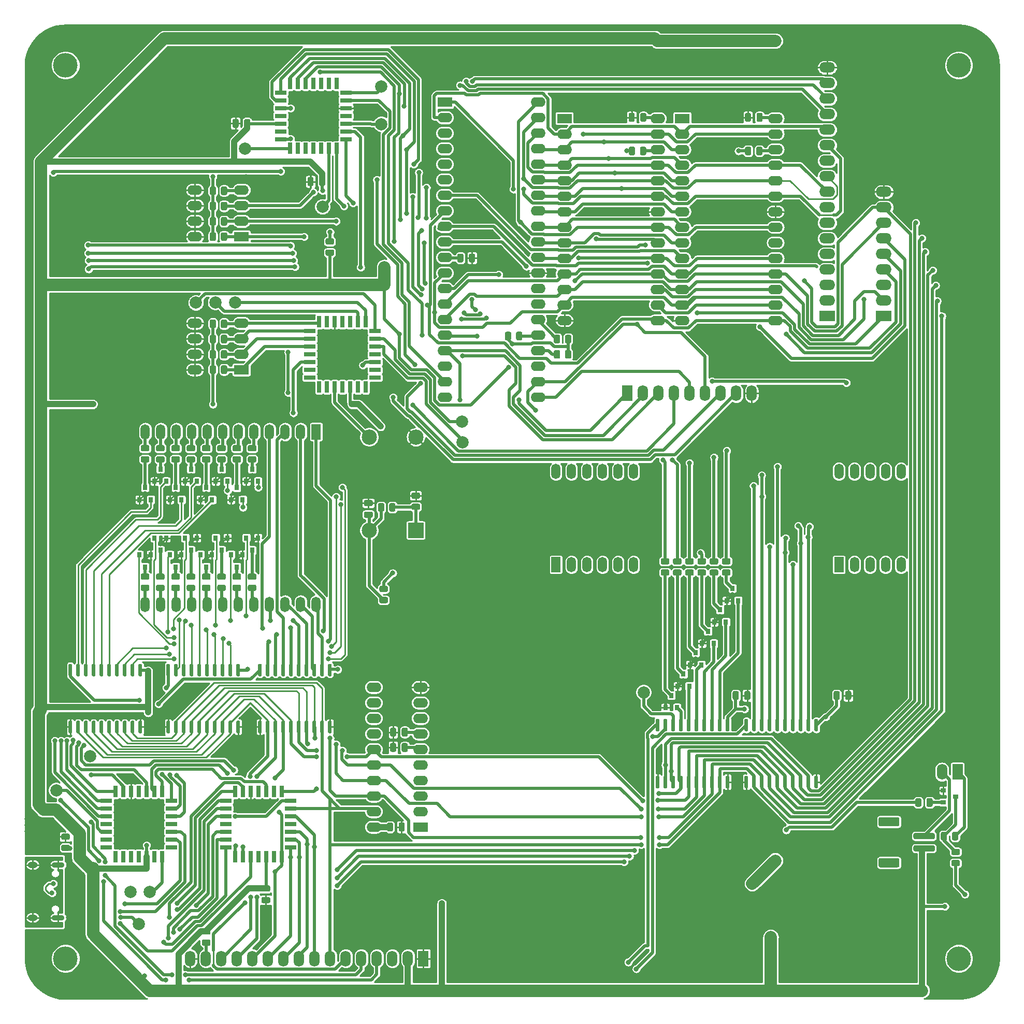
<source format=gbr>
G04 #@! TF.GenerationSoftware,KiCad,Pcbnew,5.1.7-a382d34a8~88~ubuntu20.04.1*
G04 #@! TF.CreationDate,2021-04-25T17:04:25-07:00*
G04 #@! TF.ProjectId,tec-1,7465632d-312e-46b6-9963-61645f706362,Apr2021*
G04 #@! TF.SameCoordinates,Original*
G04 #@! TF.FileFunction,Copper,L2,Bot*
G04 #@! TF.FilePolarity,Positive*
%FSLAX46Y46*%
G04 Gerber Fmt 4.6, Leading zero omitted, Abs format (unit mm)*
G04 Created by KiCad (PCBNEW 5.1.7-a382d34a8~88~ubuntu20.04.1) date 2021-04-25 17:04:25*
%MOMM*%
%LPD*%
G01*
G04 APERTURE LIST*
G04 #@! TA.AperFunction,ComponentPad*
%ADD10O,1.700000X2.600000*%
G04 #@! TD*
G04 #@! TA.AperFunction,ComponentPad*
%ADD11R,1.700000X2.600000*%
G04 #@! TD*
G04 #@! TA.AperFunction,ComponentPad*
%ADD12C,2.500000*%
G04 #@! TD*
G04 #@! TA.AperFunction,ComponentPad*
%ADD13R,2.500000X2.500000*%
G04 #@! TD*
G04 #@! TA.AperFunction,SMDPad,CuDef*
%ADD14R,1.925000X0.700000*%
G04 #@! TD*
G04 #@! TA.AperFunction,SMDPad,CuDef*
%ADD15R,0.700000X1.925000*%
G04 #@! TD*
G04 #@! TA.AperFunction,SMDPad,CuDef*
%ADD16C,2.000000*%
G04 #@! TD*
G04 #@! TA.AperFunction,ComponentPad*
%ADD17O,2.400000X1.600000*%
G04 #@! TD*
G04 #@! TA.AperFunction,ComponentPad*
%ADD18R,2.400000X1.600000*%
G04 #@! TD*
G04 #@! TA.AperFunction,ComponentPad*
%ADD19O,2.600000X1.700000*%
G04 #@! TD*
G04 #@! TA.AperFunction,ComponentPad*
%ADD20R,2.600000X1.700000*%
G04 #@! TD*
G04 #@! TA.AperFunction,SMDPad,CuDef*
%ADD21R,0.900000X0.800000*%
G04 #@! TD*
G04 #@! TA.AperFunction,ComponentPad*
%ADD22O,1.500000X2.500000*%
G04 #@! TD*
G04 #@! TA.AperFunction,ComponentPad*
%ADD23R,1.500000X2.500000*%
G04 #@! TD*
G04 #@! TA.AperFunction,SMDPad,CuDef*
%ADD24R,0.800000X0.900000*%
G04 #@! TD*
G04 #@! TA.AperFunction,ComponentPad*
%ADD25O,2.100000X0.900000*%
G04 #@! TD*
G04 #@! TA.AperFunction,ComponentPad*
%ADD26O,1.600000X1.000000*%
G04 #@! TD*
G04 #@! TA.AperFunction,ViaPad*
%ADD27C,4.010000*%
G04 #@! TD*
G04 #@! TA.AperFunction,ViaPad*
%ADD28C,0.800000*%
G04 #@! TD*
G04 #@! TA.AperFunction,Conductor*
%ADD29C,0.500000*%
G04 #@! TD*
G04 #@! TA.AperFunction,Conductor*
%ADD30C,0.250000*%
G04 #@! TD*
G04 #@! TA.AperFunction,Conductor*
%ADD31C,2.000000*%
G04 #@! TD*
G04 #@! TA.AperFunction,Conductor*
%ADD32C,1.000000*%
G04 #@! TD*
G04 #@! TA.AperFunction,Conductor*
%ADD33C,0.254000*%
G04 #@! TD*
G04 #@! TA.AperFunction,Conductor*
%ADD34C,0.100000*%
G04 #@! TD*
G04 APERTURE END LIST*
D10*
G04 #@! TO.P,J7,9*
G04 #@! TO.N,GND*
X139160000Y-80625000D03*
G04 #@! TO.P,J7,8*
G04 #@! TO.N,/~IOREQ*
X136620000Y-80625000D03*
G04 #@! TO.P,J7,7*
G04 #@! TO.N,/~MREQ*
X134080000Y-80625000D03*
G04 #@! TO.P,J7,6*
G04 #@! TO.N,/~WR*
X131540000Y-80625000D03*
G04 #@! TO.P,J7,5*
G04 #@! TO.N,/~RD*
X129000000Y-80625000D03*
G04 #@! TO.P,J7,4*
G04 #@! TO.N,/~M1*
X126460000Y-80625000D03*
G04 #@! TO.P,J7,3*
G04 #@! TO.N,/~INT*
X123920000Y-80625000D03*
G04 #@! TO.P,J7,2*
G04 #@! TO.N,/~NMI*
X121380000Y-80625000D03*
D11*
G04 #@! TO.P,J7,1*
G04 #@! TO.N,/~RESET*
X118840000Y-80625000D03*
G04 #@! TD*
D10*
G04 #@! TO.P,J6,2*
G04 #@! TO.N,Net-(J2-Pad2)*
X170260000Y-142500000D03*
D11*
G04 #@! TO.P,J6,1*
G04 #@! TO.N,Net-(J6-Pad1)*
X172800000Y-142500000D03*
G04 #@! TD*
G04 #@! TO.P,C21,2*
G04 #@! TO.N,GND*
G04 #@! TA.AperFunction,SMDPad,CuDef*
G36*
G01*
X76975000Y-99050000D02*
X76025000Y-99050000D01*
G75*
G02*
X75775000Y-98800000I0J250000D01*
G01*
X75775000Y-98300000D01*
G75*
G02*
X76025000Y-98050000I250000J0D01*
G01*
X76975000Y-98050000D01*
G75*
G02*
X77225000Y-98300000I0J-250000D01*
G01*
X77225000Y-98800000D01*
G75*
G02*
X76975000Y-99050000I-250000J0D01*
G01*
G37*
G04 #@! TD.AperFunction*
G04 #@! TO.P,C21,1*
G04 #@! TO.N,+5V*
G04 #@! TA.AperFunction,SMDPad,CuDef*
G36*
G01*
X76975000Y-100950000D02*
X76025000Y-100950000D01*
G75*
G02*
X75775000Y-100700000I0J250000D01*
G01*
X75775000Y-100200000D01*
G75*
G02*
X76025000Y-99950000I250000J0D01*
G01*
X76975000Y-99950000D01*
G75*
G02*
X77225000Y-100200000I0J-250000D01*
G01*
X77225000Y-100700000D01*
G75*
G02*
X76975000Y-100950000I-250000J0D01*
G01*
G37*
G04 #@! TD.AperFunction*
G04 #@! TD*
D12*
G04 #@! TO.P,X1,7*
G04 #@! TO.N,GND*
X84250000Y-87760000D03*
G04 #@! TO.P,X1,8*
G04 #@! TO.N,/CLK_IN*
X76630000Y-87760000D03*
G04 #@! TO.P,X1,14*
G04 #@! TO.N,+5V*
X76630000Y-103000000D03*
D13*
G04 #@! TO.P,X1,1*
G04 #@! TO.N,Net-(R42-Pad1)*
X84250000Y-103000000D03*
G04 #@! TD*
D14*
G04 #@! TO.P,U17,25*
G04 #@! TO.N,Net-(U17-Pad25)*
X77572500Y-78060000D03*
G04 #@! TO.P,U17,24*
G04 #@! TO.N,Net-(U17-Pad24)*
X77572500Y-76790000D03*
G04 #@! TO.P,U17,23*
G04 #@! TO.N,/~CLK*
X77572500Y-75520000D03*
G04 #@! TO.P,U17,22*
G04 #@! TO.N,Net-(U17-Pad22)*
X77572500Y-74250000D03*
G04 #@! TO.P,U17,21*
G04 #@! TO.N,Net-(TP31-Pad1)*
X77572500Y-72980000D03*
G04 #@! TO.P,U17,20*
G04 #@! TO.N,Net-(TP30-Pad1)*
X77572500Y-71710000D03*
G04 #@! TO.P,U17,19*
G04 #@! TO.N,Net-(TP29-Pad1)*
X77572500Y-70440000D03*
D15*
G04 #@! TO.P,U17,18*
G04 #@! TO.N,Net-(TP28-Pad1)*
X76060000Y-68927500D03*
G04 #@! TO.P,U17,17*
G04 #@! TO.N,Net-(TP27-Pad1)*
X74790000Y-68927500D03*
G04 #@! TO.P,U17,16*
G04 #@! TO.N,Net-(U17-Pad16)*
X73520000Y-68927500D03*
G04 #@! TO.P,U17,15*
G04 #@! TO.N,Net-(U17-Pad15)*
X72250000Y-68927500D03*
G04 #@! TO.P,U17,14*
G04 #@! TO.N,GND*
X70980000Y-68927500D03*
G04 #@! TO.P,U17,13*
G04 #@! TO.N,Net-(U17-Pad13)*
X69710000Y-68927500D03*
G04 #@! TO.P,U17,12*
G04 #@! TO.N,/MISC_SPARE*
X68440000Y-68927500D03*
D14*
G04 #@! TO.P,U17,11*
G04 #@! TO.N,/DIV2*
X66927500Y-70440000D03*
G04 #@! TO.P,U17,10*
G04 #@! TO.N,/DIV1*
X66927500Y-71710000D03*
G04 #@! TO.P,U17,9*
G04 #@! TO.N,/DIV0*
X66927500Y-72980000D03*
G04 #@! TO.P,U17,8*
G04 #@! TO.N,Net-(U17-Pad8)*
X66927500Y-74250000D03*
G04 #@! TO.P,U17,7*
G04 #@! TO.N,/~RESET*
X66927500Y-75520000D03*
G04 #@! TO.P,U17,6*
G04 #@! TO.N,Net-(U17-Pad6)*
X66927500Y-76790000D03*
G04 #@! TO.P,U17,5*
G04 #@! TO.N,Net-(U17-Pad5)*
X66927500Y-78060000D03*
D15*
G04 #@! TO.P,U17,26*
G04 #@! TO.N,Net-(U17-Pad26)*
X76060000Y-79572500D03*
G04 #@! TO.P,U17,27*
G04 #@! TO.N,Net-(U17-Pad27)*
X74790000Y-79572500D03*
G04 #@! TO.P,U17,28*
G04 #@! TO.N,+5V*
X73520000Y-79572500D03*
G04 #@! TO.P,U17,4*
G04 #@! TO.N,Net-(U17-Pad4)*
X68440000Y-79572500D03*
G04 #@! TO.P,U17,3*
G04 #@! TO.N,Net-(U17-Pad3)*
X69710000Y-79572500D03*
G04 #@! TO.P,U17,2*
G04 #@! TO.N,/CLK_IN*
X70980000Y-79572500D03*
G04 #@! TO.P,U17,1*
G04 #@! TO.N,Net-(U17-Pad1)*
X72250000Y-79572500D03*
G04 #@! TD*
D16*
G04 #@! TO.P,TP31,1*
G04 #@! TO.N,Net-(TP31-Pad1)*
X91900000Y-88600000D03*
G04 #@! TD*
G04 #@! TO.P,TP30,1*
G04 #@! TO.N,Net-(TP30-Pad1)*
X91800000Y-85200000D03*
G04 #@! TD*
G04 #@! TO.P,TP29,1*
G04 #@! TO.N,Net-(TP29-Pad1)*
X48300000Y-65800000D03*
G04 #@! TD*
G04 #@! TO.P,TP28,1*
G04 #@! TO.N,Net-(TP28-Pad1)*
X54750000Y-65750000D03*
G04 #@! TD*
G04 #@! TO.P,TP27,1*
G04 #@! TO.N,Net-(TP27-Pad1)*
X51500000Y-65750000D03*
G04 #@! TD*
D17*
G04 #@! TO.P,SW24,8*
G04 #@! TO.N,GND*
X48130000Y-76750000D03*
G04 #@! TO.P,SW24,4*
G04 #@! TO.N,/MISC_SPARE*
X55750000Y-69130000D03*
G04 #@! TO.P,SW24,7*
G04 #@! TO.N,GND*
X48130000Y-74210000D03*
G04 #@! TO.P,SW24,3*
G04 #@! TO.N,/DIV2*
X55750000Y-71670000D03*
G04 #@! TO.P,SW24,6*
G04 #@! TO.N,GND*
X48130000Y-71670000D03*
G04 #@! TO.P,SW24,2*
G04 #@! TO.N,/DIV1*
X55750000Y-74210000D03*
G04 #@! TO.P,SW24,5*
G04 #@! TO.N,GND*
X48130000Y-69130000D03*
D18*
G04 #@! TO.P,SW24,1*
G04 #@! TO.N,/DIV0*
X55750000Y-76750000D03*
G04 #@! TD*
G04 #@! TO.P,R47,2*
G04 #@! TO.N,+5V*
G04 #@! TA.AperFunction,SMDPad,CuDef*
G36*
G01*
X51600000Y-76299999D02*
X51600000Y-77200001D01*
G75*
G02*
X51350001Y-77450000I-249999J0D01*
G01*
X50824999Y-77450000D01*
G75*
G02*
X50575000Y-77200001I0J249999D01*
G01*
X50575000Y-76299999D01*
G75*
G02*
X50824999Y-76050000I249999J0D01*
G01*
X51350001Y-76050000D01*
G75*
G02*
X51600000Y-76299999I0J-249999D01*
G01*
G37*
G04 #@! TD.AperFunction*
G04 #@! TO.P,R47,1*
G04 #@! TO.N,/DIV0*
G04 #@! TA.AperFunction,SMDPad,CuDef*
G36*
G01*
X53425000Y-76299999D02*
X53425000Y-77200001D01*
G75*
G02*
X53175001Y-77450000I-249999J0D01*
G01*
X52649999Y-77450000D01*
G75*
G02*
X52400000Y-77200001I0J249999D01*
G01*
X52400000Y-76299999D01*
G75*
G02*
X52649999Y-76050000I249999J0D01*
G01*
X53175001Y-76050000D01*
G75*
G02*
X53425000Y-76299999I0J-249999D01*
G01*
G37*
G04 #@! TD.AperFunction*
G04 #@! TD*
G04 #@! TO.P,R46,2*
G04 #@! TO.N,+5V*
G04 #@! TA.AperFunction,SMDPad,CuDef*
G36*
G01*
X51600000Y-73799999D02*
X51600000Y-74700001D01*
G75*
G02*
X51350001Y-74950000I-249999J0D01*
G01*
X50824999Y-74950000D01*
G75*
G02*
X50575000Y-74700001I0J249999D01*
G01*
X50575000Y-73799999D01*
G75*
G02*
X50824999Y-73550000I249999J0D01*
G01*
X51350001Y-73550000D01*
G75*
G02*
X51600000Y-73799999I0J-249999D01*
G01*
G37*
G04 #@! TD.AperFunction*
G04 #@! TO.P,R46,1*
G04 #@! TO.N,/DIV1*
G04 #@! TA.AperFunction,SMDPad,CuDef*
G36*
G01*
X53425000Y-73799999D02*
X53425000Y-74700001D01*
G75*
G02*
X53175001Y-74950000I-249999J0D01*
G01*
X52649999Y-74950000D01*
G75*
G02*
X52400000Y-74700001I0J249999D01*
G01*
X52400000Y-73799999D01*
G75*
G02*
X52649999Y-73550000I249999J0D01*
G01*
X53175001Y-73550000D01*
G75*
G02*
X53425000Y-73799999I0J-249999D01*
G01*
G37*
G04 #@! TD.AperFunction*
G04 #@! TD*
G04 #@! TO.P,R45,2*
G04 #@! TO.N,+5V*
G04 #@! TA.AperFunction,SMDPad,CuDef*
G36*
G01*
X51600000Y-71299999D02*
X51600000Y-72200001D01*
G75*
G02*
X51350001Y-72450000I-249999J0D01*
G01*
X50824999Y-72450000D01*
G75*
G02*
X50575000Y-72200001I0J249999D01*
G01*
X50575000Y-71299999D01*
G75*
G02*
X50824999Y-71050000I249999J0D01*
G01*
X51350001Y-71050000D01*
G75*
G02*
X51600000Y-71299999I0J-249999D01*
G01*
G37*
G04 #@! TD.AperFunction*
G04 #@! TO.P,R45,1*
G04 #@! TO.N,/DIV2*
G04 #@! TA.AperFunction,SMDPad,CuDef*
G36*
G01*
X53425000Y-71299999D02*
X53425000Y-72200001D01*
G75*
G02*
X53175001Y-72450000I-249999J0D01*
G01*
X52649999Y-72450000D01*
G75*
G02*
X52400000Y-72200001I0J249999D01*
G01*
X52400000Y-71299999D01*
G75*
G02*
X52649999Y-71050000I249999J0D01*
G01*
X53175001Y-71050000D01*
G75*
G02*
X53425000Y-71299999I0J-249999D01*
G01*
G37*
G04 #@! TD.AperFunction*
G04 #@! TD*
G04 #@! TO.P,R44,2*
G04 #@! TO.N,+5V*
G04 #@! TA.AperFunction,SMDPad,CuDef*
G36*
G01*
X51600000Y-68799999D02*
X51600000Y-69700001D01*
G75*
G02*
X51350001Y-69950000I-249999J0D01*
G01*
X50824999Y-69950000D01*
G75*
G02*
X50575000Y-69700001I0J249999D01*
G01*
X50575000Y-68799999D01*
G75*
G02*
X50824999Y-68550000I249999J0D01*
G01*
X51350001Y-68550000D01*
G75*
G02*
X51600000Y-68799999I0J-249999D01*
G01*
G37*
G04 #@! TD.AperFunction*
G04 #@! TO.P,R44,1*
G04 #@! TO.N,/MISC_SPARE*
G04 #@! TA.AperFunction,SMDPad,CuDef*
G36*
G01*
X53425000Y-68799999D02*
X53425000Y-69700001D01*
G75*
G02*
X53175001Y-69950000I-249999J0D01*
G01*
X52649999Y-69950000D01*
G75*
G02*
X52400000Y-69700001I0J249999D01*
G01*
X52400000Y-68799999D01*
G75*
G02*
X52649999Y-68550000I249999J0D01*
G01*
X53175001Y-68550000D01*
G75*
G02*
X53425000Y-68799999I0J-249999D01*
G01*
G37*
G04 #@! TD.AperFunction*
G04 #@! TD*
G04 #@! TO.P,R43,2*
G04 #@! TO.N,Net-(R42-Pad1)*
G04 #@! TA.AperFunction,SMDPad,CuDef*
G36*
G01*
X83799999Y-98650000D02*
X84700001Y-98650000D01*
G75*
G02*
X84950000Y-98899999I0J-249999D01*
G01*
X84950000Y-99425001D01*
G75*
G02*
X84700001Y-99675000I-249999J0D01*
G01*
X83799999Y-99675000D01*
G75*
G02*
X83550000Y-99425001I0J249999D01*
G01*
X83550000Y-98899999D01*
G75*
G02*
X83799999Y-98650000I249999J0D01*
G01*
G37*
G04 #@! TD.AperFunction*
G04 #@! TO.P,R43,1*
G04 #@! TO.N,GND*
G04 #@! TA.AperFunction,SMDPad,CuDef*
G36*
G01*
X83799999Y-96825000D02*
X84700001Y-96825000D01*
G75*
G02*
X84950000Y-97074999I0J-249999D01*
G01*
X84950000Y-97600001D01*
G75*
G02*
X84700001Y-97850000I-249999J0D01*
G01*
X83799999Y-97850000D01*
G75*
G02*
X83550000Y-97600001I0J249999D01*
G01*
X83550000Y-97074999D01*
G75*
G02*
X83799999Y-96825000I249999J0D01*
G01*
G37*
G04 #@! TD.AperFunction*
G04 #@! TD*
G04 #@! TO.P,R42,2*
G04 #@! TO.N,+5V*
G04 #@! TA.AperFunction,SMDPad,CuDef*
G36*
G01*
X79100000Y-98799999D02*
X79100000Y-99700001D01*
G75*
G02*
X78850001Y-99950000I-249999J0D01*
G01*
X78324999Y-99950000D01*
G75*
G02*
X78075000Y-99700001I0J249999D01*
G01*
X78075000Y-98799999D01*
G75*
G02*
X78324999Y-98550000I249999J0D01*
G01*
X78850001Y-98550000D01*
G75*
G02*
X79100000Y-98799999I0J-249999D01*
G01*
G37*
G04 #@! TD.AperFunction*
G04 #@! TO.P,R42,1*
G04 #@! TO.N,Net-(R42-Pad1)*
G04 #@! TA.AperFunction,SMDPad,CuDef*
G36*
G01*
X80925000Y-98799999D02*
X80925000Y-99700001D01*
G75*
G02*
X80675001Y-99950000I-249999J0D01*
G01*
X80149999Y-99950000D01*
G75*
G02*
X79900000Y-99700001I0J249999D01*
G01*
X79900000Y-98799999D01*
G75*
G02*
X80149999Y-98550000I249999J0D01*
G01*
X80675001Y-98550000D01*
G75*
G02*
X80925000Y-98799999I0J-249999D01*
G01*
G37*
G04 #@! TD.AperFunction*
G04 #@! TD*
D17*
G04 #@! TO.P,U8,20*
G04 #@! TO.N,+5V*
X77380000Y-151500000D03*
G04 #@! TO.P,U8,10*
G04 #@! TO.N,GND*
X85000000Y-128640000D03*
G04 #@! TO.P,U8,19*
G04 #@! TO.N,/D0*
X77380000Y-148960000D03*
G04 #@! TO.P,U8,9*
G04 #@! TO.N,/keybd/X3*
X85000000Y-131180000D03*
G04 #@! TO.P,U8,18*
G04 #@! TO.N,/D1*
X77380000Y-146420000D03*
G04 #@! TO.P,U8,8*
G04 #@! TO.N,/keybd/X4*
X85000000Y-133720000D03*
G04 #@! TO.P,U8,17*
G04 #@! TO.N,/D2*
X77380000Y-143880000D03*
G04 #@! TO.P,U8,7*
G04 #@! TO.N,Net-(C12-Pad1)*
X85000000Y-136260000D03*
G04 #@! TO.P,U8,16*
G04 #@! TO.N,/D3*
X77380000Y-141340000D03*
G04 #@! TO.P,U8,6*
G04 #@! TO.N,Net-(C14-Pad1)*
X85000000Y-138800000D03*
G04 #@! TO.P,U8,15*
G04 #@! TO.N,/D4*
X77380000Y-138800000D03*
G04 #@! TO.P,U8,5*
G04 #@! TO.N,/keybd/Y5*
X85000000Y-141340000D03*
G04 #@! TO.P,U8,14*
G04 #@! TO.N,/keybd/~C923_OE*
X77380000Y-136260000D03*
G04 #@! TO.P,U8,4*
G04 #@! TO.N,/keybd/Y4*
X85000000Y-143880000D03*
G04 #@! TO.P,U8,13*
G04 #@! TO.N,/keybd/C923_DA*
X77380000Y-133720000D03*
G04 #@! TO.P,U8,3*
G04 #@! TO.N,/keybd/Y3*
X85000000Y-146420000D03*
G04 #@! TO.P,U8,12*
G04 #@! TO.N,/keybd/X1*
X77380000Y-131180000D03*
G04 #@! TO.P,U8,2*
G04 #@! TO.N,/keybd/Y2*
X85000000Y-148960000D03*
G04 #@! TO.P,U8,11*
G04 #@! TO.N,/keybd/X2*
X77380000Y-128640000D03*
D18*
G04 #@! TO.P,U8,1*
G04 #@! TO.N,/keybd/Y1*
X85000000Y-151500000D03*
G04 #@! TD*
D19*
G04 #@! TO.P,J5,9*
G04 #@! TO.N,GND*
X160750000Y-47680000D03*
G04 #@! TO.P,J5,8*
G04 #@! TO.N,/D7*
X160750000Y-50220000D03*
G04 #@! TO.P,J5,7*
G04 #@! TO.N,/D6*
X160750000Y-52760000D03*
G04 #@! TO.P,J5,6*
G04 #@! TO.N,/D5*
X160750000Y-55300000D03*
G04 #@! TO.P,J5,5*
G04 #@! TO.N,/D4*
X160750000Y-57840000D03*
G04 #@! TO.P,J5,4*
G04 #@! TO.N,/D3*
X160750000Y-60380000D03*
G04 #@! TO.P,J5,3*
G04 #@! TO.N,/D2*
X160750000Y-62920000D03*
G04 #@! TO.P,J5,2*
G04 #@! TO.N,/D1*
X160750000Y-65460000D03*
D20*
G04 #@! TO.P,J5,1*
G04 #@! TO.N,/D0*
X160750000Y-68000000D03*
G04 #@! TD*
D19*
G04 #@! TO.P,J4,17*
G04 #@! TO.N,GND*
X151500000Y-27360000D03*
G04 #@! TO.P,J4,16*
G04 #@! TO.N,/A15*
X151500000Y-29900000D03*
G04 #@! TO.P,J4,15*
G04 #@! TO.N,/A14*
X151500000Y-32440000D03*
G04 #@! TO.P,J4,14*
G04 #@! TO.N,/A13*
X151500000Y-34980000D03*
G04 #@! TO.P,J4,13*
G04 #@! TO.N,/A12*
X151500000Y-37520000D03*
G04 #@! TO.P,J4,12*
G04 #@! TO.N,/A11*
X151500000Y-40060000D03*
G04 #@! TO.P,J4,11*
G04 #@! TO.N,/A10*
X151500000Y-42600000D03*
G04 #@! TO.P,J4,10*
G04 #@! TO.N,/A9*
X151500000Y-45140000D03*
G04 #@! TO.P,J4,9*
G04 #@! TO.N,/A8*
X151500000Y-47680000D03*
G04 #@! TO.P,J4,8*
G04 #@! TO.N,/A7*
X151500000Y-50220000D03*
G04 #@! TO.P,J4,7*
G04 #@! TO.N,/A6*
X151500000Y-52760000D03*
G04 #@! TO.P,J4,6*
G04 #@! TO.N,/A5*
X151500000Y-55300000D03*
G04 #@! TO.P,J4,5*
G04 #@! TO.N,/A4*
X151500000Y-57840000D03*
G04 #@! TO.P,J4,4*
G04 #@! TO.N,/A3*
X151500000Y-60380000D03*
G04 #@! TO.P,J4,3*
G04 #@! TO.N,/A2*
X151500000Y-62920000D03*
G04 #@! TO.P,J4,2*
G04 #@! TO.N,/A1*
X151500000Y-65460000D03*
D20*
G04 #@! TO.P,J4,1*
G04 #@! TO.N,/A0*
X151500000Y-68000000D03*
G04 #@! TD*
G04 #@! TO.P,J2,MP*
G04 #@! TO.N,N/C*
G04 #@! TA.AperFunction,SMDPad,CuDef*
G36*
G01*
X163050000Y-151400000D02*
X160150000Y-151400000D01*
G75*
G02*
X159900000Y-151150000I0J250000D01*
G01*
X159900000Y-150150000D01*
G75*
G02*
X160150000Y-149900000I250000J0D01*
G01*
X163050000Y-149900000D01*
G75*
G02*
X163300000Y-150150000I0J-250000D01*
G01*
X163300000Y-151150000D01*
G75*
G02*
X163050000Y-151400000I-250000J0D01*
G01*
G37*
G04 #@! TD.AperFunction*
G04 #@! TA.AperFunction,SMDPad,CuDef*
G36*
G01*
X163050000Y-158100000D02*
X160150000Y-158100000D01*
G75*
G02*
X159900000Y-157850000I0J250000D01*
G01*
X159900000Y-156850000D01*
G75*
G02*
X160150000Y-156600000I250000J0D01*
G01*
X163050000Y-156600000D01*
G75*
G02*
X163300000Y-156850000I0J-250000D01*
G01*
X163300000Y-157850000D01*
G75*
G02*
X163050000Y-158100000I-250000J0D01*
G01*
G37*
G04 #@! TD.AperFunction*
G04 #@! TO.P,J2,2*
G04 #@! TO.N,Net-(J2-Pad2)*
G04 #@! TA.AperFunction,SMDPad,CuDef*
G36*
G01*
X168850000Y-153500000D02*
X165850000Y-153500000D01*
G75*
G02*
X165600000Y-153250000I0J250000D01*
G01*
X165600000Y-152750000D01*
G75*
G02*
X165850000Y-152500000I250000J0D01*
G01*
X168850000Y-152500000D01*
G75*
G02*
X169100000Y-152750000I0J-250000D01*
G01*
X169100000Y-153250000D01*
G75*
G02*
X168850000Y-153500000I-250000J0D01*
G01*
G37*
G04 #@! TD.AperFunction*
G04 #@! TO.P,J2,1*
G04 #@! TO.N,+5V*
G04 #@! TA.AperFunction,SMDPad,CuDef*
G36*
G01*
X168850000Y-155500000D02*
X165850000Y-155500000D01*
G75*
G02*
X165600000Y-155250000I0J250000D01*
G01*
X165600000Y-154750000D01*
G75*
G02*
X165850000Y-154500000I250000J0D01*
G01*
X168850000Y-154500000D01*
G75*
G02*
X169100000Y-154750000I0J-250000D01*
G01*
X169100000Y-155250000D01*
G75*
G02*
X168850000Y-155500000I-250000J0D01*
G01*
G37*
G04 #@! TD.AperFunction*
G04 #@! TD*
D21*
G04 #@! TO.P,Q1,3*
G04 #@! TO.N,Net-(Q1-Pad3)*
X172500000Y-146500000D03*
G04 #@! TO.P,Q1,2*
G04 #@! TO.N,GND*
X170500000Y-145550000D03*
G04 #@! TO.P,Q1,1*
G04 #@! TO.N,Net-(Q1-Pad1)*
X170500000Y-147450000D03*
G04 #@! TD*
D22*
G04 #@! TO.P,U12,7*
G04 #@! TO.N,/displays/COL_0*
X161040000Y-93380000D03*
G04 #@! TO.P,U12,6*
G04 #@! TO.N,/displays/SEG_F*
X163580000Y-93380000D03*
G04 #@! TO.P,U12,8*
G04 #@! TO.N,/displays/COL_1*
X158500000Y-93380000D03*
G04 #@! TO.P,U12,9*
G04 #@! TO.N,/displays/SEG_B*
X155960000Y-93380000D03*
G04 #@! TO.P,U12,10*
G04 #@! TO.N,/displays/SEG_A*
X153420000Y-93380000D03*
G04 #@! TO.P,U12,5*
G04 #@! TO.N,/displays/SEG_G*
X163580000Y-108620000D03*
G04 #@! TO.P,U12,4*
G04 #@! TO.N,/displays/SEG_D*
X161040000Y-108620000D03*
G04 #@! TO.P,U12,3*
G04 #@! TO.N,/displays/SEG_E*
X158500000Y-108620000D03*
G04 #@! TO.P,U12,2*
G04 #@! TO.N,/displays/SEG_DP*
X155960000Y-108620000D03*
D23*
G04 #@! TO.P,U12,1*
G04 #@! TO.N,/displays/SEG_C*
X153420000Y-108620000D03*
G04 #@! TD*
G04 #@! TO.P,U16,20*
G04 #@! TO.N,+5V*
G04 #@! TA.AperFunction,SMDPad,CuDef*
G36*
G01*
X39365000Y-126875000D02*
X39065000Y-126875000D01*
G75*
G02*
X38915000Y-126725000I0J150000D01*
G01*
X38915000Y-124975000D01*
G75*
G02*
X39065000Y-124825000I150000J0D01*
G01*
X39365000Y-124825000D01*
G75*
G02*
X39515000Y-124975000I0J-150000D01*
G01*
X39515000Y-126725000D01*
G75*
G02*
X39365000Y-126875000I-150000J0D01*
G01*
G37*
G04 #@! TD.AperFunction*
G04 #@! TO.P,U16,19*
G04 #@! TO.N,Net-(Q17-Pad1)*
G04 #@! TA.AperFunction,SMDPad,CuDef*
G36*
G01*
X38095000Y-126875000D02*
X37795000Y-126875000D01*
G75*
G02*
X37645000Y-126725000I0J150000D01*
G01*
X37645000Y-124975000D01*
G75*
G02*
X37795000Y-124825000I150000J0D01*
G01*
X38095000Y-124825000D01*
G75*
G02*
X38245000Y-124975000I0J-150000D01*
G01*
X38245000Y-126725000D01*
G75*
G02*
X38095000Y-126875000I-150000J0D01*
G01*
G37*
G04 #@! TD.AperFunction*
G04 #@! TO.P,U16,18*
G04 #@! TO.N,Net-(Q19-Pad1)*
G04 #@! TA.AperFunction,SMDPad,CuDef*
G36*
G01*
X36825000Y-126875000D02*
X36525000Y-126875000D01*
G75*
G02*
X36375000Y-126725000I0J150000D01*
G01*
X36375000Y-124975000D01*
G75*
G02*
X36525000Y-124825000I150000J0D01*
G01*
X36825000Y-124825000D01*
G75*
G02*
X36975000Y-124975000I0J-150000D01*
G01*
X36975000Y-126725000D01*
G75*
G02*
X36825000Y-126875000I-150000J0D01*
G01*
G37*
G04 #@! TD.AperFunction*
G04 #@! TO.P,U16,17*
G04 #@! TO.N,Net-(Q21-Pad1)*
G04 #@! TA.AperFunction,SMDPad,CuDef*
G36*
G01*
X35555000Y-126875000D02*
X35255000Y-126875000D01*
G75*
G02*
X35105000Y-126725000I0J150000D01*
G01*
X35105000Y-124975000D01*
G75*
G02*
X35255000Y-124825000I150000J0D01*
G01*
X35555000Y-124825000D01*
G75*
G02*
X35705000Y-124975000I0J-150000D01*
G01*
X35705000Y-126725000D01*
G75*
G02*
X35555000Y-126875000I-150000J0D01*
G01*
G37*
G04 #@! TD.AperFunction*
G04 #@! TO.P,U16,16*
G04 #@! TO.N,Net-(Q23-Pad1)*
G04 #@! TA.AperFunction,SMDPad,CuDef*
G36*
G01*
X34285000Y-126875000D02*
X33985000Y-126875000D01*
G75*
G02*
X33835000Y-126725000I0J150000D01*
G01*
X33835000Y-124975000D01*
G75*
G02*
X33985000Y-124825000I150000J0D01*
G01*
X34285000Y-124825000D01*
G75*
G02*
X34435000Y-124975000I0J-150000D01*
G01*
X34435000Y-126725000D01*
G75*
G02*
X34285000Y-126875000I-150000J0D01*
G01*
G37*
G04 #@! TD.AperFunction*
G04 #@! TO.P,U16,15*
G04 #@! TO.N,Net-(Q16-Pad1)*
G04 #@! TA.AperFunction,SMDPad,CuDef*
G36*
G01*
X33015000Y-126875000D02*
X32715000Y-126875000D01*
G75*
G02*
X32565000Y-126725000I0J150000D01*
G01*
X32565000Y-124975000D01*
G75*
G02*
X32715000Y-124825000I150000J0D01*
G01*
X33015000Y-124825000D01*
G75*
G02*
X33165000Y-124975000I0J-150000D01*
G01*
X33165000Y-126725000D01*
G75*
G02*
X33015000Y-126875000I-150000J0D01*
G01*
G37*
G04 #@! TD.AperFunction*
G04 #@! TO.P,U16,14*
G04 #@! TO.N,Net-(Q18-Pad1)*
G04 #@! TA.AperFunction,SMDPad,CuDef*
G36*
G01*
X31745000Y-126875000D02*
X31445000Y-126875000D01*
G75*
G02*
X31295000Y-126725000I0J150000D01*
G01*
X31295000Y-124975000D01*
G75*
G02*
X31445000Y-124825000I150000J0D01*
G01*
X31745000Y-124825000D01*
G75*
G02*
X31895000Y-124975000I0J-150000D01*
G01*
X31895000Y-126725000D01*
G75*
G02*
X31745000Y-126875000I-150000J0D01*
G01*
G37*
G04 #@! TD.AperFunction*
G04 #@! TO.P,U16,13*
G04 #@! TO.N,Net-(Q20-Pad1)*
G04 #@! TA.AperFunction,SMDPad,CuDef*
G36*
G01*
X30475000Y-126875000D02*
X30175000Y-126875000D01*
G75*
G02*
X30025000Y-126725000I0J150000D01*
G01*
X30025000Y-124975000D01*
G75*
G02*
X30175000Y-124825000I150000J0D01*
G01*
X30475000Y-124825000D01*
G75*
G02*
X30625000Y-124975000I0J-150000D01*
G01*
X30625000Y-126725000D01*
G75*
G02*
X30475000Y-126875000I-150000J0D01*
G01*
G37*
G04 #@! TD.AperFunction*
G04 #@! TO.P,U16,12*
G04 #@! TO.N,Net-(Q22-Pad1)*
G04 #@! TA.AperFunction,SMDPad,CuDef*
G36*
G01*
X29205000Y-126875000D02*
X28905000Y-126875000D01*
G75*
G02*
X28755000Y-126725000I0J150000D01*
G01*
X28755000Y-124975000D01*
G75*
G02*
X28905000Y-124825000I150000J0D01*
G01*
X29205000Y-124825000D01*
G75*
G02*
X29355000Y-124975000I0J-150000D01*
G01*
X29355000Y-126725000D01*
G75*
G02*
X29205000Y-126875000I-150000J0D01*
G01*
G37*
G04 #@! TD.AperFunction*
G04 #@! TO.P,U16,11*
G04 #@! TO.N,/~MATRIXCOL_G_CS*
G04 #@! TA.AperFunction,SMDPad,CuDef*
G36*
G01*
X27935000Y-126875000D02*
X27635000Y-126875000D01*
G75*
G02*
X27485000Y-126725000I0J150000D01*
G01*
X27485000Y-124975000D01*
G75*
G02*
X27635000Y-124825000I150000J0D01*
G01*
X27935000Y-124825000D01*
G75*
G02*
X28085000Y-124975000I0J-150000D01*
G01*
X28085000Y-126725000D01*
G75*
G02*
X27935000Y-126875000I-150000J0D01*
G01*
G37*
G04 #@! TD.AperFunction*
G04 #@! TO.P,U16,10*
G04 #@! TO.N,GND*
G04 #@! TA.AperFunction,SMDPad,CuDef*
G36*
G01*
X27935000Y-136175000D02*
X27635000Y-136175000D01*
G75*
G02*
X27485000Y-136025000I0J150000D01*
G01*
X27485000Y-134275000D01*
G75*
G02*
X27635000Y-134125000I150000J0D01*
G01*
X27935000Y-134125000D01*
G75*
G02*
X28085000Y-134275000I0J-150000D01*
G01*
X28085000Y-136025000D01*
G75*
G02*
X27935000Y-136175000I-150000J0D01*
G01*
G37*
G04 #@! TD.AperFunction*
G04 #@! TO.P,U16,9*
G04 #@! TO.N,/D7*
G04 #@! TA.AperFunction,SMDPad,CuDef*
G36*
G01*
X29205000Y-136175000D02*
X28905000Y-136175000D01*
G75*
G02*
X28755000Y-136025000I0J150000D01*
G01*
X28755000Y-134275000D01*
G75*
G02*
X28905000Y-134125000I150000J0D01*
G01*
X29205000Y-134125000D01*
G75*
G02*
X29355000Y-134275000I0J-150000D01*
G01*
X29355000Y-136025000D01*
G75*
G02*
X29205000Y-136175000I-150000J0D01*
G01*
G37*
G04 #@! TD.AperFunction*
G04 #@! TO.P,U16,8*
G04 #@! TO.N,/D6*
G04 #@! TA.AperFunction,SMDPad,CuDef*
G36*
G01*
X30475000Y-136175000D02*
X30175000Y-136175000D01*
G75*
G02*
X30025000Y-136025000I0J150000D01*
G01*
X30025000Y-134275000D01*
G75*
G02*
X30175000Y-134125000I150000J0D01*
G01*
X30475000Y-134125000D01*
G75*
G02*
X30625000Y-134275000I0J-150000D01*
G01*
X30625000Y-136025000D01*
G75*
G02*
X30475000Y-136175000I-150000J0D01*
G01*
G37*
G04 #@! TD.AperFunction*
G04 #@! TO.P,U16,7*
G04 #@! TO.N,/D5*
G04 #@! TA.AperFunction,SMDPad,CuDef*
G36*
G01*
X31745000Y-136175000D02*
X31445000Y-136175000D01*
G75*
G02*
X31295000Y-136025000I0J150000D01*
G01*
X31295000Y-134275000D01*
G75*
G02*
X31445000Y-134125000I150000J0D01*
G01*
X31745000Y-134125000D01*
G75*
G02*
X31895000Y-134275000I0J-150000D01*
G01*
X31895000Y-136025000D01*
G75*
G02*
X31745000Y-136175000I-150000J0D01*
G01*
G37*
G04 #@! TD.AperFunction*
G04 #@! TO.P,U16,6*
G04 #@! TO.N,/D4*
G04 #@! TA.AperFunction,SMDPad,CuDef*
G36*
G01*
X33015000Y-136175000D02*
X32715000Y-136175000D01*
G75*
G02*
X32565000Y-136025000I0J150000D01*
G01*
X32565000Y-134275000D01*
G75*
G02*
X32715000Y-134125000I150000J0D01*
G01*
X33015000Y-134125000D01*
G75*
G02*
X33165000Y-134275000I0J-150000D01*
G01*
X33165000Y-136025000D01*
G75*
G02*
X33015000Y-136175000I-150000J0D01*
G01*
G37*
G04 #@! TD.AperFunction*
G04 #@! TO.P,U16,5*
G04 #@! TO.N,/D3*
G04 #@! TA.AperFunction,SMDPad,CuDef*
G36*
G01*
X34285000Y-136175000D02*
X33985000Y-136175000D01*
G75*
G02*
X33835000Y-136025000I0J150000D01*
G01*
X33835000Y-134275000D01*
G75*
G02*
X33985000Y-134125000I150000J0D01*
G01*
X34285000Y-134125000D01*
G75*
G02*
X34435000Y-134275000I0J-150000D01*
G01*
X34435000Y-136025000D01*
G75*
G02*
X34285000Y-136175000I-150000J0D01*
G01*
G37*
G04 #@! TD.AperFunction*
G04 #@! TO.P,U16,4*
G04 #@! TO.N,/D2*
G04 #@! TA.AperFunction,SMDPad,CuDef*
G36*
G01*
X35555000Y-136175000D02*
X35255000Y-136175000D01*
G75*
G02*
X35105000Y-136025000I0J150000D01*
G01*
X35105000Y-134275000D01*
G75*
G02*
X35255000Y-134125000I150000J0D01*
G01*
X35555000Y-134125000D01*
G75*
G02*
X35705000Y-134275000I0J-150000D01*
G01*
X35705000Y-136025000D01*
G75*
G02*
X35555000Y-136175000I-150000J0D01*
G01*
G37*
G04 #@! TD.AperFunction*
G04 #@! TO.P,U16,3*
G04 #@! TO.N,/D1*
G04 #@! TA.AperFunction,SMDPad,CuDef*
G36*
G01*
X36825000Y-136175000D02*
X36525000Y-136175000D01*
G75*
G02*
X36375000Y-136025000I0J150000D01*
G01*
X36375000Y-134275000D01*
G75*
G02*
X36525000Y-134125000I150000J0D01*
G01*
X36825000Y-134125000D01*
G75*
G02*
X36975000Y-134275000I0J-150000D01*
G01*
X36975000Y-136025000D01*
G75*
G02*
X36825000Y-136175000I-150000J0D01*
G01*
G37*
G04 #@! TD.AperFunction*
G04 #@! TO.P,U16,2*
G04 #@! TO.N,/D0*
G04 #@! TA.AperFunction,SMDPad,CuDef*
G36*
G01*
X38095000Y-136175000D02*
X37795000Y-136175000D01*
G75*
G02*
X37645000Y-136025000I0J150000D01*
G01*
X37645000Y-134275000D01*
G75*
G02*
X37795000Y-134125000I150000J0D01*
G01*
X38095000Y-134125000D01*
G75*
G02*
X38245000Y-134275000I0J-150000D01*
G01*
X38245000Y-136025000D01*
G75*
G02*
X38095000Y-136175000I-150000J0D01*
G01*
G37*
G04 #@! TD.AperFunction*
G04 #@! TO.P,U16,1*
G04 #@! TO.N,GND*
G04 #@! TA.AperFunction,SMDPad,CuDef*
G36*
G01*
X39365000Y-136175000D02*
X39065000Y-136175000D01*
G75*
G02*
X38915000Y-136025000I0J150000D01*
G01*
X38915000Y-134275000D01*
G75*
G02*
X39065000Y-134125000I150000J0D01*
G01*
X39365000Y-134125000D01*
G75*
G02*
X39515000Y-134275000I0J-150000D01*
G01*
X39515000Y-136025000D01*
G75*
G02*
X39365000Y-136175000I-150000J0D01*
G01*
G37*
G04 #@! TD.AperFunction*
G04 #@! TD*
G04 #@! TO.P,U15,20*
G04 #@! TO.N,+5V*
G04 #@! TA.AperFunction,SMDPad,CuDef*
G36*
G01*
X70365000Y-126875000D02*
X70065000Y-126875000D01*
G75*
G02*
X69915000Y-126725000I0J150000D01*
G01*
X69915000Y-124975000D01*
G75*
G02*
X70065000Y-124825000I150000J0D01*
G01*
X70365000Y-124825000D01*
G75*
G02*
X70515000Y-124975000I0J-150000D01*
G01*
X70515000Y-126725000D01*
G75*
G02*
X70365000Y-126875000I-150000J0D01*
G01*
G37*
G04 #@! TD.AperFunction*
G04 #@! TO.P,U15,19*
G04 #@! TO.N,Net-(D2-Pad24)*
G04 #@! TA.AperFunction,SMDPad,CuDef*
G36*
G01*
X69095000Y-126875000D02*
X68795000Y-126875000D01*
G75*
G02*
X68645000Y-126725000I0J150000D01*
G01*
X68645000Y-124975000D01*
G75*
G02*
X68795000Y-124825000I150000J0D01*
G01*
X69095000Y-124825000D01*
G75*
G02*
X69245000Y-124975000I0J-150000D01*
G01*
X69245000Y-126725000D01*
G75*
G02*
X69095000Y-126875000I-150000J0D01*
G01*
G37*
G04 #@! TD.AperFunction*
G04 #@! TO.P,U15,18*
G04 #@! TO.N,Net-(D2-Pad23)*
G04 #@! TA.AperFunction,SMDPad,CuDef*
G36*
G01*
X67825000Y-126875000D02*
X67525000Y-126875000D01*
G75*
G02*
X67375000Y-126725000I0J150000D01*
G01*
X67375000Y-124975000D01*
G75*
G02*
X67525000Y-124825000I150000J0D01*
G01*
X67825000Y-124825000D01*
G75*
G02*
X67975000Y-124975000I0J-150000D01*
G01*
X67975000Y-126725000D01*
G75*
G02*
X67825000Y-126875000I-150000J0D01*
G01*
G37*
G04 #@! TD.AperFunction*
G04 #@! TO.P,U15,17*
G04 #@! TO.N,Net-(D2-Pad22)*
G04 #@! TA.AperFunction,SMDPad,CuDef*
G36*
G01*
X66555000Y-126875000D02*
X66255000Y-126875000D01*
G75*
G02*
X66105000Y-126725000I0J150000D01*
G01*
X66105000Y-124975000D01*
G75*
G02*
X66255000Y-124825000I150000J0D01*
G01*
X66555000Y-124825000D01*
G75*
G02*
X66705000Y-124975000I0J-150000D01*
G01*
X66705000Y-126725000D01*
G75*
G02*
X66555000Y-126875000I-150000J0D01*
G01*
G37*
G04 #@! TD.AperFunction*
G04 #@! TO.P,U15,16*
G04 #@! TO.N,Net-(D2-Pad21)*
G04 #@! TA.AperFunction,SMDPad,CuDef*
G36*
G01*
X65285000Y-126875000D02*
X64985000Y-126875000D01*
G75*
G02*
X64835000Y-126725000I0J150000D01*
G01*
X64835000Y-124975000D01*
G75*
G02*
X64985000Y-124825000I150000J0D01*
G01*
X65285000Y-124825000D01*
G75*
G02*
X65435000Y-124975000I0J-150000D01*
G01*
X65435000Y-126725000D01*
G75*
G02*
X65285000Y-126875000I-150000J0D01*
G01*
G37*
G04 #@! TD.AperFunction*
G04 #@! TO.P,U15,15*
G04 #@! TO.N,Net-(D2-Pad4)*
G04 #@! TA.AperFunction,SMDPad,CuDef*
G36*
G01*
X64015000Y-126875000D02*
X63715000Y-126875000D01*
G75*
G02*
X63565000Y-126725000I0J150000D01*
G01*
X63565000Y-124975000D01*
G75*
G02*
X63715000Y-124825000I150000J0D01*
G01*
X64015000Y-124825000D01*
G75*
G02*
X64165000Y-124975000I0J-150000D01*
G01*
X64165000Y-126725000D01*
G75*
G02*
X64015000Y-126875000I-150000J0D01*
G01*
G37*
G04 #@! TD.AperFunction*
G04 #@! TO.P,U15,14*
G04 #@! TO.N,Net-(D2-Pad3)*
G04 #@! TA.AperFunction,SMDPad,CuDef*
G36*
G01*
X62745000Y-126875000D02*
X62445000Y-126875000D01*
G75*
G02*
X62295000Y-126725000I0J150000D01*
G01*
X62295000Y-124975000D01*
G75*
G02*
X62445000Y-124825000I150000J0D01*
G01*
X62745000Y-124825000D01*
G75*
G02*
X62895000Y-124975000I0J-150000D01*
G01*
X62895000Y-126725000D01*
G75*
G02*
X62745000Y-126875000I-150000J0D01*
G01*
G37*
G04 #@! TD.AperFunction*
G04 #@! TO.P,U15,13*
G04 #@! TO.N,Net-(D2-Pad2)*
G04 #@! TA.AperFunction,SMDPad,CuDef*
G36*
G01*
X61475000Y-126875000D02*
X61175000Y-126875000D01*
G75*
G02*
X61025000Y-126725000I0J150000D01*
G01*
X61025000Y-124975000D01*
G75*
G02*
X61175000Y-124825000I150000J0D01*
G01*
X61475000Y-124825000D01*
G75*
G02*
X61625000Y-124975000I0J-150000D01*
G01*
X61625000Y-126725000D01*
G75*
G02*
X61475000Y-126875000I-150000J0D01*
G01*
G37*
G04 #@! TD.AperFunction*
G04 #@! TO.P,U15,12*
G04 #@! TO.N,Net-(D2-Pad1)*
G04 #@! TA.AperFunction,SMDPad,CuDef*
G36*
G01*
X60205000Y-126875000D02*
X59905000Y-126875000D01*
G75*
G02*
X59755000Y-126725000I0J150000D01*
G01*
X59755000Y-124975000D01*
G75*
G02*
X59905000Y-124825000I150000J0D01*
G01*
X60205000Y-124825000D01*
G75*
G02*
X60355000Y-124975000I0J-150000D01*
G01*
X60355000Y-126725000D01*
G75*
G02*
X60205000Y-126875000I-150000J0D01*
G01*
G37*
G04 #@! TD.AperFunction*
G04 #@! TO.P,U15,11*
G04 #@! TO.N,/~MATRIXROW_CS*
G04 #@! TA.AperFunction,SMDPad,CuDef*
G36*
G01*
X58935000Y-126875000D02*
X58635000Y-126875000D01*
G75*
G02*
X58485000Y-126725000I0J150000D01*
G01*
X58485000Y-124975000D01*
G75*
G02*
X58635000Y-124825000I150000J0D01*
G01*
X58935000Y-124825000D01*
G75*
G02*
X59085000Y-124975000I0J-150000D01*
G01*
X59085000Y-126725000D01*
G75*
G02*
X58935000Y-126875000I-150000J0D01*
G01*
G37*
G04 #@! TD.AperFunction*
G04 #@! TO.P,U15,10*
G04 #@! TO.N,GND*
G04 #@! TA.AperFunction,SMDPad,CuDef*
G36*
G01*
X58935000Y-136175000D02*
X58635000Y-136175000D01*
G75*
G02*
X58485000Y-136025000I0J150000D01*
G01*
X58485000Y-134275000D01*
G75*
G02*
X58635000Y-134125000I150000J0D01*
G01*
X58935000Y-134125000D01*
G75*
G02*
X59085000Y-134275000I0J-150000D01*
G01*
X59085000Y-136025000D01*
G75*
G02*
X58935000Y-136175000I-150000J0D01*
G01*
G37*
G04 #@! TD.AperFunction*
G04 #@! TO.P,U15,9*
G04 #@! TO.N,/D7*
G04 #@! TA.AperFunction,SMDPad,CuDef*
G36*
G01*
X60205000Y-136175000D02*
X59905000Y-136175000D01*
G75*
G02*
X59755000Y-136025000I0J150000D01*
G01*
X59755000Y-134275000D01*
G75*
G02*
X59905000Y-134125000I150000J0D01*
G01*
X60205000Y-134125000D01*
G75*
G02*
X60355000Y-134275000I0J-150000D01*
G01*
X60355000Y-136025000D01*
G75*
G02*
X60205000Y-136175000I-150000J0D01*
G01*
G37*
G04 #@! TD.AperFunction*
G04 #@! TO.P,U15,8*
G04 #@! TO.N,/D6*
G04 #@! TA.AperFunction,SMDPad,CuDef*
G36*
G01*
X61475000Y-136175000D02*
X61175000Y-136175000D01*
G75*
G02*
X61025000Y-136025000I0J150000D01*
G01*
X61025000Y-134275000D01*
G75*
G02*
X61175000Y-134125000I150000J0D01*
G01*
X61475000Y-134125000D01*
G75*
G02*
X61625000Y-134275000I0J-150000D01*
G01*
X61625000Y-136025000D01*
G75*
G02*
X61475000Y-136175000I-150000J0D01*
G01*
G37*
G04 #@! TD.AperFunction*
G04 #@! TO.P,U15,7*
G04 #@! TO.N,/D5*
G04 #@! TA.AperFunction,SMDPad,CuDef*
G36*
G01*
X62745000Y-136175000D02*
X62445000Y-136175000D01*
G75*
G02*
X62295000Y-136025000I0J150000D01*
G01*
X62295000Y-134275000D01*
G75*
G02*
X62445000Y-134125000I150000J0D01*
G01*
X62745000Y-134125000D01*
G75*
G02*
X62895000Y-134275000I0J-150000D01*
G01*
X62895000Y-136025000D01*
G75*
G02*
X62745000Y-136175000I-150000J0D01*
G01*
G37*
G04 #@! TD.AperFunction*
G04 #@! TO.P,U15,6*
G04 #@! TO.N,/D4*
G04 #@! TA.AperFunction,SMDPad,CuDef*
G36*
G01*
X64015000Y-136175000D02*
X63715000Y-136175000D01*
G75*
G02*
X63565000Y-136025000I0J150000D01*
G01*
X63565000Y-134275000D01*
G75*
G02*
X63715000Y-134125000I150000J0D01*
G01*
X64015000Y-134125000D01*
G75*
G02*
X64165000Y-134275000I0J-150000D01*
G01*
X64165000Y-136025000D01*
G75*
G02*
X64015000Y-136175000I-150000J0D01*
G01*
G37*
G04 #@! TD.AperFunction*
G04 #@! TO.P,U15,5*
G04 #@! TO.N,/D3*
G04 #@! TA.AperFunction,SMDPad,CuDef*
G36*
G01*
X65285000Y-136175000D02*
X64985000Y-136175000D01*
G75*
G02*
X64835000Y-136025000I0J150000D01*
G01*
X64835000Y-134275000D01*
G75*
G02*
X64985000Y-134125000I150000J0D01*
G01*
X65285000Y-134125000D01*
G75*
G02*
X65435000Y-134275000I0J-150000D01*
G01*
X65435000Y-136025000D01*
G75*
G02*
X65285000Y-136175000I-150000J0D01*
G01*
G37*
G04 #@! TD.AperFunction*
G04 #@! TO.P,U15,4*
G04 #@! TO.N,/D2*
G04 #@! TA.AperFunction,SMDPad,CuDef*
G36*
G01*
X66555000Y-136175000D02*
X66255000Y-136175000D01*
G75*
G02*
X66105000Y-136025000I0J150000D01*
G01*
X66105000Y-134275000D01*
G75*
G02*
X66255000Y-134125000I150000J0D01*
G01*
X66555000Y-134125000D01*
G75*
G02*
X66705000Y-134275000I0J-150000D01*
G01*
X66705000Y-136025000D01*
G75*
G02*
X66555000Y-136175000I-150000J0D01*
G01*
G37*
G04 #@! TD.AperFunction*
G04 #@! TO.P,U15,3*
G04 #@! TO.N,/D1*
G04 #@! TA.AperFunction,SMDPad,CuDef*
G36*
G01*
X67825000Y-136175000D02*
X67525000Y-136175000D01*
G75*
G02*
X67375000Y-136025000I0J150000D01*
G01*
X67375000Y-134275000D01*
G75*
G02*
X67525000Y-134125000I150000J0D01*
G01*
X67825000Y-134125000D01*
G75*
G02*
X67975000Y-134275000I0J-150000D01*
G01*
X67975000Y-136025000D01*
G75*
G02*
X67825000Y-136175000I-150000J0D01*
G01*
G37*
G04 #@! TD.AperFunction*
G04 #@! TO.P,U15,2*
G04 #@! TO.N,/D0*
G04 #@! TA.AperFunction,SMDPad,CuDef*
G36*
G01*
X69095000Y-136175000D02*
X68795000Y-136175000D01*
G75*
G02*
X68645000Y-136025000I0J150000D01*
G01*
X68645000Y-134275000D01*
G75*
G02*
X68795000Y-134125000I150000J0D01*
G01*
X69095000Y-134125000D01*
G75*
G02*
X69245000Y-134275000I0J-150000D01*
G01*
X69245000Y-136025000D01*
G75*
G02*
X69095000Y-136175000I-150000J0D01*
G01*
G37*
G04 #@! TD.AperFunction*
G04 #@! TO.P,U15,1*
G04 #@! TO.N,GND*
G04 #@! TA.AperFunction,SMDPad,CuDef*
G36*
G01*
X70365000Y-136175000D02*
X70065000Y-136175000D01*
G75*
G02*
X69915000Y-136025000I0J150000D01*
G01*
X69915000Y-134275000D01*
G75*
G02*
X70065000Y-134125000I150000J0D01*
G01*
X70365000Y-134125000D01*
G75*
G02*
X70515000Y-134275000I0J-150000D01*
G01*
X70515000Y-136025000D01*
G75*
G02*
X70365000Y-136175000I-150000J0D01*
G01*
G37*
G04 #@! TD.AperFunction*
G04 #@! TD*
G04 #@! TO.P,U14,20*
G04 #@! TO.N,+5V*
G04 #@! TA.AperFunction,SMDPad,CuDef*
G36*
G01*
X55365000Y-126875000D02*
X55065000Y-126875000D01*
G75*
G02*
X54915000Y-126725000I0J150000D01*
G01*
X54915000Y-124975000D01*
G75*
G02*
X55065000Y-124825000I150000J0D01*
G01*
X55365000Y-124825000D01*
G75*
G02*
X55515000Y-124975000I0J-150000D01*
G01*
X55515000Y-126725000D01*
G75*
G02*
X55365000Y-126875000I-150000J0D01*
G01*
G37*
G04 #@! TD.AperFunction*
G04 #@! TO.P,U14,19*
G04 #@! TO.N,Net-(Q8-Pad1)*
G04 #@! TA.AperFunction,SMDPad,CuDef*
G36*
G01*
X54095000Y-126875000D02*
X53795000Y-126875000D01*
G75*
G02*
X53645000Y-126725000I0J150000D01*
G01*
X53645000Y-124975000D01*
G75*
G02*
X53795000Y-124825000I150000J0D01*
G01*
X54095000Y-124825000D01*
G75*
G02*
X54245000Y-124975000I0J-150000D01*
G01*
X54245000Y-126725000D01*
G75*
G02*
X54095000Y-126875000I-150000J0D01*
G01*
G37*
G04 #@! TD.AperFunction*
G04 #@! TO.P,U14,18*
G04 #@! TO.N,Net-(Q10-Pad1)*
G04 #@! TA.AperFunction,SMDPad,CuDef*
G36*
G01*
X52825000Y-126875000D02*
X52525000Y-126875000D01*
G75*
G02*
X52375000Y-126725000I0J150000D01*
G01*
X52375000Y-124975000D01*
G75*
G02*
X52525000Y-124825000I150000J0D01*
G01*
X52825000Y-124825000D01*
G75*
G02*
X52975000Y-124975000I0J-150000D01*
G01*
X52975000Y-126725000D01*
G75*
G02*
X52825000Y-126875000I-150000J0D01*
G01*
G37*
G04 #@! TD.AperFunction*
G04 #@! TO.P,U14,17*
G04 #@! TO.N,Net-(Q12-Pad1)*
G04 #@! TA.AperFunction,SMDPad,CuDef*
G36*
G01*
X51555000Y-126875000D02*
X51255000Y-126875000D01*
G75*
G02*
X51105000Y-126725000I0J150000D01*
G01*
X51105000Y-124975000D01*
G75*
G02*
X51255000Y-124825000I150000J0D01*
G01*
X51555000Y-124825000D01*
G75*
G02*
X51705000Y-124975000I0J-150000D01*
G01*
X51705000Y-126725000D01*
G75*
G02*
X51555000Y-126875000I-150000J0D01*
G01*
G37*
G04 #@! TD.AperFunction*
G04 #@! TO.P,U14,16*
G04 #@! TO.N,Net-(Q14-Pad1)*
G04 #@! TA.AperFunction,SMDPad,CuDef*
G36*
G01*
X50285000Y-126875000D02*
X49985000Y-126875000D01*
G75*
G02*
X49835000Y-126725000I0J150000D01*
G01*
X49835000Y-124975000D01*
G75*
G02*
X49985000Y-124825000I150000J0D01*
G01*
X50285000Y-124825000D01*
G75*
G02*
X50435000Y-124975000I0J-150000D01*
G01*
X50435000Y-126725000D01*
G75*
G02*
X50285000Y-126875000I-150000J0D01*
G01*
G37*
G04 #@! TD.AperFunction*
G04 #@! TO.P,U14,15*
G04 #@! TO.N,Net-(Q9-Pad1)*
G04 #@! TA.AperFunction,SMDPad,CuDef*
G36*
G01*
X49015000Y-126875000D02*
X48715000Y-126875000D01*
G75*
G02*
X48565000Y-126725000I0J150000D01*
G01*
X48565000Y-124975000D01*
G75*
G02*
X48715000Y-124825000I150000J0D01*
G01*
X49015000Y-124825000D01*
G75*
G02*
X49165000Y-124975000I0J-150000D01*
G01*
X49165000Y-126725000D01*
G75*
G02*
X49015000Y-126875000I-150000J0D01*
G01*
G37*
G04 #@! TD.AperFunction*
G04 #@! TO.P,U14,14*
G04 #@! TO.N,Net-(Q11-Pad1)*
G04 #@! TA.AperFunction,SMDPad,CuDef*
G36*
G01*
X47745000Y-126875000D02*
X47445000Y-126875000D01*
G75*
G02*
X47295000Y-126725000I0J150000D01*
G01*
X47295000Y-124975000D01*
G75*
G02*
X47445000Y-124825000I150000J0D01*
G01*
X47745000Y-124825000D01*
G75*
G02*
X47895000Y-124975000I0J-150000D01*
G01*
X47895000Y-126725000D01*
G75*
G02*
X47745000Y-126875000I-150000J0D01*
G01*
G37*
G04 #@! TD.AperFunction*
G04 #@! TO.P,U14,13*
G04 #@! TO.N,Net-(Q13-Pad1)*
G04 #@! TA.AperFunction,SMDPad,CuDef*
G36*
G01*
X46475000Y-126875000D02*
X46175000Y-126875000D01*
G75*
G02*
X46025000Y-126725000I0J150000D01*
G01*
X46025000Y-124975000D01*
G75*
G02*
X46175000Y-124825000I150000J0D01*
G01*
X46475000Y-124825000D01*
G75*
G02*
X46625000Y-124975000I0J-150000D01*
G01*
X46625000Y-126725000D01*
G75*
G02*
X46475000Y-126875000I-150000J0D01*
G01*
G37*
G04 #@! TD.AperFunction*
G04 #@! TO.P,U14,12*
G04 #@! TO.N,Net-(Q15-Pad1)*
G04 #@! TA.AperFunction,SMDPad,CuDef*
G36*
G01*
X45205000Y-126875000D02*
X44905000Y-126875000D01*
G75*
G02*
X44755000Y-126725000I0J150000D01*
G01*
X44755000Y-124975000D01*
G75*
G02*
X44905000Y-124825000I150000J0D01*
G01*
X45205000Y-124825000D01*
G75*
G02*
X45355000Y-124975000I0J-150000D01*
G01*
X45355000Y-126725000D01*
G75*
G02*
X45205000Y-126875000I-150000J0D01*
G01*
G37*
G04 #@! TD.AperFunction*
G04 #@! TO.P,U14,11*
G04 #@! TO.N,/~MATRIXCOL_R_CS*
G04 #@! TA.AperFunction,SMDPad,CuDef*
G36*
G01*
X43935000Y-126875000D02*
X43635000Y-126875000D01*
G75*
G02*
X43485000Y-126725000I0J150000D01*
G01*
X43485000Y-124975000D01*
G75*
G02*
X43635000Y-124825000I150000J0D01*
G01*
X43935000Y-124825000D01*
G75*
G02*
X44085000Y-124975000I0J-150000D01*
G01*
X44085000Y-126725000D01*
G75*
G02*
X43935000Y-126875000I-150000J0D01*
G01*
G37*
G04 #@! TD.AperFunction*
G04 #@! TO.P,U14,10*
G04 #@! TO.N,GND*
G04 #@! TA.AperFunction,SMDPad,CuDef*
G36*
G01*
X43935000Y-136175000D02*
X43635000Y-136175000D01*
G75*
G02*
X43485000Y-136025000I0J150000D01*
G01*
X43485000Y-134275000D01*
G75*
G02*
X43635000Y-134125000I150000J0D01*
G01*
X43935000Y-134125000D01*
G75*
G02*
X44085000Y-134275000I0J-150000D01*
G01*
X44085000Y-136025000D01*
G75*
G02*
X43935000Y-136175000I-150000J0D01*
G01*
G37*
G04 #@! TD.AperFunction*
G04 #@! TO.P,U14,9*
G04 #@! TO.N,/D0*
G04 #@! TA.AperFunction,SMDPad,CuDef*
G36*
G01*
X45205000Y-136175000D02*
X44905000Y-136175000D01*
G75*
G02*
X44755000Y-136025000I0J150000D01*
G01*
X44755000Y-134275000D01*
G75*
G02*
X44905000Y-134125000I150000J0D01*
G01*
X45205000Y-134125000D01*
G75*
G02*
X45355000Y-134275000I0J-150000D01*
G01*
X45355000Y-136025000D01*
G75*
G02*
X45205000Y-136175000I-150000J0D01*
G01*
G37*
G04 #@! TD.AperFunction*
G04 #@! TO.P,U14,8*
G04 #@! TO.N,/D1*
G04 #@! TA.AperFunction,SMDPad,CuDef*
G36*
G01*
X46475000Y-136175000D02*
X46175000Y-136175000D01*
G75*
G02*
X46025000Y-136025000I0J150000D01*
G01*
X46025000Y-134275000D01*
G75*
G02*
X46175000Y-134125000I150000J0D01*
G01*
X46475000Y-134125000D01*
G75*
G02*
X46625000Y-134275000I0J-150000D01*
G01*
X46625000Y-136025000D01*
G75*
G02*
X46475000Y-136175000I-150000J0D01*
G01*
G37*
G04 #@! TD.AperFunction*
G04 #@! TO.P,U14,7*
G04 #@! TO.N,/D2*
G04 #@! TA.AperFunction,SMDPad,CuDef*
G36*
G01*
X47745000Y-136175000D02*
X47445000Y-136175000D01*
G75*
G02*
X47295000Y-136025000I0J150000D01*
G01*
X47295000Y-134275000D01*
G75*
G02*
X47445000Y-134125000I150000J0D01*
G01*
X47745000Y-134125000D01*
G75*
G02*
X47895000Y-134275000I0J-150000D01*
G01*
X47895000Y-136025000D01*
G75*
G02*
X47745000Y-136175000I-150000J0D01*
G01*
G37*
G04 #@! TD.AperFunction*
G04 #@! TO.P,U14,6*
G04 #@! TO.N,/D3*
G04 #@! TA.AperFunction,SMDPad,CuDef*
G36*
G01*
X49015000Y-136175000D02*
X48715000Y-136175000D01*
G75*
G02*
X48565000Y-136025000I0J150000D01*
G01*
X48565000Y-134275000D01*
G75*
G02*
X48715000Y-134125000I150000J0D01*
G01*
X49015000Y-134125000D01*
G75*
G02*
X49165000Y-134275000I0J-150000D01*
G01*
X49165000Y-136025000D01*
G75*
G02*
X49015000Y-136175000I-150000J0D01*
G01*
G37*
G04 #@! TD.AperFunction*
G04 #@! TO.P,U14,5*
G04 #@! TO.N,/D4*
G04 #@! TA.AperFunction,SMDPad,CuDef*
G36*
G01*
X50285000Y-136175000D02*
X49985000Y-136175000D01*
G75*
G02*
X49835000Y-136025000I0J150000D01*
G01*
X49835000Y-134275000D01*
G75*
G02*
X49985000Y-134125000I150000J0D01*
G01*
X50285000Y-134125000D01*
G75*
G02*
X50435000Y-134275000I0J-150000D01*
G01*
X50435000Y-136025000D01*
G75*
G02*
X50285000Y-136175000I-150000J0D01*
G01*
G37*
G04 #@! TD.AperFunction*
G04 #@! TO.P,U14,4*
G04 #@! TO.N,/D5*
G04 #@! TA.AperFunction,SMDPad,CuDef*
G36*
G01*
X51555000Y-136175000D02*
X51255000Y-136175000D01*
G75*
G02*
X51105000Y-136025000I0J150000D01*
G01*
X51105000Y-134275000D01*
G75*
G02*
X51255000Y-134125000I150000J0D01*
G01*
X51555000Y-134125000D01*
G75*
G02*
X51705000Y-134275000I0J-150000D01*
G01*
X51705000Y-136025000D01*
G75*
G02*
X51555000Y-136175000I-150000J0D01*
G01*
G37*
G04 #@! TD.AperFunction*
G04 #@! TO.P,U14,3*
G04 #@! TO.N,/D6*
G04 #@! TA.AperFunction,SMDPad,CuDef*
G36*
G01*
X52825000Y-136175000D02*
X52525000Y-136175000D01*
G75*
G02*
X52375000Y-136025000I0J150000D01*
G01*
X52375000Y-134275000D01*
G75*
G02*
X52525000Y-134125000I150000J0D01*
G01*
X52825000Y-134125000D01*
G75*
G02*
X52975000Y-134275000I0J-150000D01*
G01*
X52975000Y-136025000D01*
G75*
G02*
X52825000Y-136175000I-150000J0D01*
G01*
G37*
G04 #@! TD.AperFunction*
G04 #@! TO.P,U14,2*
G04 #@! TO.N,/D7*
G04 #@! TA.AperFunction,SMDPad,CuDef*
G36*
G01*
X54095000Y-136175000D02*
X53795000Y-136175000D01*
G75*
G02*
X53645000Y-136025000I0J150000D01*
G01*
X53645000Y-134275000D01*
G75*
G02*
X53795000Y-134125000I150000J0D01*
G01*
X54095000Y-134125000D01*
G75*
G02*
X54245000Y-134275000I0J-150000D01*
G01*
X54245000Y-136025000D01*
G75*
G02*
X54095000Y-136175000I-150000J0D01*
G01*
G37*
G04 #@! TD.AperFunction*
G04 #@! TO.P,U14,1*
G04 #@! TO.N,GND*
G04 #@! TA.AperFunction,SMDPad,CuDef*
G36*
G01*
X55365000Y-136175000D02*
X55065000Y-136175000D01*
G75*
G02*
X54915000Y-136025000I0J150000D01*
G01*
X54915000Y-134275000D01*
G75*
G02*
X55065000Y-134125000I150000J0D01*
G01*
X55365000Y-134125000D01*
G75*
G02*
X55515000Y-134275000I0J-150000D01*
G01*
X55515000Y-136025000D01*
G75*
G02*
X55365000Y-136175000I-150000J0D01*
G01*
G37*
G04 #@! TD.AperFunction*
G04 #@! TD*
D22*
G04 #@! TO.P,U13,6*
G04 #@! TO.N,/displays/COL_2*
X119850000Y-108620000D03*
G04 #@! TO.P,U13,7*
G04 #@! TO.N,/displays/SEG_B*
X119850000Y-93380000D03*
G04 #@! TO.P,U13,9*
G04 #@! TO.N,/displays/COL_4*
X114770000Y-93380000D03*
G04 #@! TO.P,U13,8*
G04 #@! TO.N,/displays/COL_3*
X117310000Y-93380000D03*
G04 #@! TO.P,U13,10*
G04 #@! TO.N,/displays/SEG_F*
X112230000Y-93380000D03*
G04 #@! TO.P,U13,11*
G04 #@! TO.N,/displays/SEG_A*
X109690000Y-93380000D03*
G04 #@! TO.P,U13,12*
G04 #@! TO.N,/displays/COL_5*
X107150000Y-93380000D03*
G04 #@! TO.P,U13,5*
G04 #@! TO.N,/displays/SEG_G*
X117310000Y-108620000D03*
G04 #@! TO.P,U13,4*
G04 #@! TO.N,/displays/SEG_C*
X114770000Y-108620000D03*
G04 #@! TO.P,U13,3*
G04 #@! TO.N,/displays/SEG_DP*
X112230000Y-108620000D03*
G04 #@! TO.P,U13,2*
G04 #@! TO.N,/displays/SEG_D*
X109690000Y-108620000D03*
D23*
G04 #@! TO.P,U13,1*
G04 #@! TO.N,/displays/SEG_E*
X107150000Y-108620000D03*
G04 #@! TD*
G04 #@! TO.P,U11,20*
G04 #@! TO.N,+5V*
G04 #@! TA.AperFunction,SMDPad,CuDef*
G36*
G01*
X135365000Y-135875000D02*
X135065000Y-135875000D01*
G75*
G02*
X134915000Y-135725000I0J150000D01*
G01*
X134915000Y-133975000D01*
G75*
G02*
X135065000Y-133825000I150000J0D01*
G01*
X135365000Y-133825000D01*
G75*
G02*
X135515000Y-133975000I0J-150000D01*
G01*
X135515000Y-135725000D01*
G75*
G02*
X135365000Y-135875000I-150000J0D01*
G01*
G37*
G04 #@! TD.AperFunction*
G04 #@! TO.P,U11,19*
G04 #@! TO.N,/displays/COLEN_0*
G04 #@! TA.AperFunction,SMDPad,CuDef*
G36*
G01*
X134095000Y-135875000D02*
X133795000Y-135875000D01*
G75*
G02*
X133645000Y-135725000I0J150000D01*
G01*
X133645000Y-133975000D01*
G75*
G02*
X133795000Y-133825000I150000J0D01*
G01*
X134095000Y-133825000D01*
G75*
G02*
X134245000Y-133975000I0J-150000D01*
G01*
X134245000Y-135725000D01*
G75*
G02*
X134095000Y-135875000I-150000J0D01*
G01*
G37*
G04 #@! TD.AperFunction*
G04 #@! TO.P,U11,18*
G04 #@! TO.N,/displays/COLEN_1*
G04 #@! TA.AperFunction,SMDPad,CuDef*
G36*
G01*
X132825000Y-135875000D02*
X132525000Y-135875000D01*
G75*
G02*
X132375000Y-135725000I0J150000D01*
G01*
X132375000Y-133975000D01*
G75*
G02*
X132525000Y-133825000I150000J0D01*
G01*
X132825000Y-133825000D01*
G75*
G02*
X132975000Y-133975000I0J-150000D01*
G01*
X132975000Y-135725000D01*
G75*
G02*
X132825000Y-135875000I-150000J0D01*
G01*
G37*
G04 #@! TD.AperFunction*
G04 #@! TO.P,U11,17*
G04 #@! TO.N,/displays/COLEN_2*
G04 #@! TA.AperFunction,SMDPad,CuDef*
G36*
G01*
X131555000Y-135875000D02*
X131255000Y-135875000D01*
G75*
G02*
X131105000Y-135725000I0J150000D01*
G01*
X131105000Y-133975000D01*
G75*
G02*
X131255000Y-133825000I150000J0D01*
G01*
X131555000Y-133825000D01*
G75*
G02*
X131705000Y-133975000I0J-150000D01*
G01*
X131705000Y-135725000D01*
G75*
G02*
X131555000Y-135875000I-150000J0D01*
G01*
G37*
G04 #@! TD.AperFunction*
G04 #@! TO.P,U11,16*
G04 #@! TO.N,/displays/COLEN_3*
G04 #@! TA.AperFunction,SMDPad,CuDef*
G36*
G01*
X130285000Y-135875000D02*
X129985000Y-135875000D01*
G75*
G02*
X129835000Y-135725000I0J150000D01*
G01*
X129835000Y-133975000D01*
G75*
G02*
X129985000Y-133825000I150000J0D01*
G01*
X130285000Y-133825000D01*
G75*
G02*
X130435000Y-133975000I0J-150000D01*
G01*
X130435000Y-135725000D01*
G75*
G02*
X130285000Y-135875000I-150000J0D01*
G01*
G37*
G04 #@! TD.AperFunction*
G04 #@! TO.P,U11,15*
G04 #@! TO.N,/displays/COLEN_4*
G04 #@! TA.AperFunction,SMDPad,CuDef*
G36*
G01*
X129015000Y-135875000D02*
X128715000Y-135875000D01*
G75*
G02*
X128565000Y-135725000I0J150000D01*
G01*
X128565000Y-133975000D01*
G75*
G02*
X128715000Y-133825000I150000J0D01*
G01*
X129015000Y-133825000D01*
G75*
G02*
X129165000Y-133975000I0J-150000D01*
G01*
X129165000Y-135725000D01*
G75*
G02*
X129015000Y-135875000I-150000J0D01*
G01*
G37*
G04 #@! TD.AperFunction*
G04 #@! TO.P,U11,14*
G04 #@! TO.N,/displays/COLEN_5*
G04 #@! TA.AperFunction,SMDPad,CuDef*
G36*
G01*
X127745000Y-135875000D02*
X127445000Y-135875000D01*
G75*
G02*
X127295000Y-135725000I0J150000D01*
G01*
X127295000Y-133975000D01*
G75*
G02*
X127445000Y-133825000I150000J0D01*
G01*
X127745000Y-133825000D01*
G75*
G02*
X127895000Y-133975000I0J-150000D01*
G01*
X127895000Y-135725000D01*
G75*
G02*
X127745000Y-135875000I-150000J0D01*
G01*
G37*
G04 #@! TD.AperFunction*
G04 #@! TO.P,U11,13*
G04 #@! TO.N,Net-(TP25-Pad1)*
G04 #@! TA.AperFunction,SMDPad,CuDef*
G36*
G01*
X126475000Y-135875000D02*
X126175000Y-135875000D01*
G75*
G02*
X126025000Y-135725000I0J150000D01*
G01*
X126025000Y-133975000D01*
G75*
G02*
X126175000Y-133825000I150000J0D01*
G01*
X126475000Y-133825000D01*
G75*
G02*
X126625000Y-133975000I0J-150000D01*
G01*
X126625000Y-135725000D01*
G75*
G02*
X126475000Y-135875000I-150000J0D01*
G01*
G37*
G04 #@! TD.AperFunction*
G04 #@! TO.P,U11,12*
G04 #@! TO.N,/displays/SPEN*
G04 #@! TA.AperFunction,SMDPad,CuDef*
G36*
G01*
X125205000Y-135875000D02*
X124905000Y-135875000D01*
G75*
G02*
X124755000Y-135725000I0J150000D01*
G01*
X124755000Y-133975000D01*
G75*
G02*
X124905000Y-133825000I150000J0D01*
G01*
X125205000Y-133825000D01*
G75*
G02*
X125355000Y-133975000I0J-150000D01*
G01*
X125355000Y-135725000D01*
G75*
G02*
X125205000Y-135875000I-150000J0D01*
G01*
G37*
G04 #@! TD.AperFunction*
G04 #@! TO.P,U11,11*
G04 #@! TO.N,/~SEG7COL_CS*
G04 #@! TA.AperFunction,SMDPad,CuDef*
G36*
G01*
X123935000Y-135875000D02*
X123635000Y-135875000D01*
G75*
G02*
X123485000Y-135725000I0J150000D01*
G01*
X123485000Y-133975000D01*
G75*
G02*
X123635000Y-133825000I150000J0D01*
G01*
X123935000Y-133825000D01*
G75*
G02*
X124085000Y-133975000I0J-150000D01*
G01*
X124085000Y-135725000D01*
G75*
G02*
X123935000Y-135875000I-150000J0D01*
G01*
G37*
G04 #@! TD.AperFunction*
G04 #@! TO.P,U11,10*
G04 #@! TO.N,GND*
G04 #@! TA.AperFunction,SMDPad,CuDef*
G36*
G01*
X123935000Y-145175000D02*
X123635000Y-145175000D01*
G75*
G02*
X123485000Y-145025000I0J150000D01*
G01*
X123485000Y-143275000D01*
G75*
G02*
X123635000Y-143125000I150000J0D01*
G01*
X123935000Y-143125000D01*
G75*
G02*
X124085000Y-143275000I0J-150000D01*
G01*
X124085000Y-145025000D01*
G75*
G02*
X123935000Y-145175000I-150000J0D01*
G01*
G37*
G04 #@! TD.AperFunction*
G04 #@! TO.P,U11,9*
G04 #@! TO.N,/D7*
G04 #@! TA.AperFunction,SMDPad,CuDef*
G36*
G01*
X125205000Y-145175000D02*
X124905000Y-145175000D01*
G75*
G02*
X124755000Y-145025000I0J150000D01*
G01*
X124755000Y-143275000D01*
G75*
G02*
X124905000Y-143125000I150000J0D01*
G01*
X125205000Y-143125000D01*
G75*
G02*
X125355000Y-143275000I0J-150000D01*
G01*
X125355000Y-145025000D01*
G75*
G02*
X125205000Y-145175000I-150000J0D01*
G01*
G37*
G04 #@! TD.AperFunction*
G04 #@! TO.P,U11,8*
G04 #@! TO.N,/D6*
G04 #@! TA.AperFunction,SMDPad,CuDef*
G36*
G01*
X126475000Y-145175000D02*
X126175000Y-145175000D01*
G75*
G02*
X126025000Y-145025000I0J150000D01*
G01*
X126025000Y-143275000D01*
G75*
G02*
X126175000Y-143125000I150000J0D01*
G01*
X126475000Y-143125000D01*
G75*
G02*
X126625000Y-143275000I0J-150000D01*
G01*
X126625000Y-145025000D01*
G75*
G02*
X126475000Y-145175000I-150000J0D01*
G01*
G37*
G04 #@! TD.AperFunction*
G04 #@! TO.P,U11,7*
G04 #@! TO.N,/D5*
G04 #@! TA.AperFunction,SMDPad,CuDef*
G36*
G01*
X127745000Y-145175000D02*
X127445000Y-145175000D01*
G75*
G02*
X127295000Y-145025000I0J150000D01*
G01*
X127295000Y-143275000D01*
G75*
G02*
X127445000Y-143125000I150000J0D01*
G01*
X127745000Y-143125000D01*
G75*
G02*
X127895000Y-143275000I0J-150000D01*
G01*
X127895000Y-145025000D01*
G75*
G02*
X127745000Y-145175000I-150000J0D01*
G01*
G37*
G04 #@! TD.AperFunction*
G04 #@! TO.P,U11,6*
G04 #@! TO.N,/D4*
G04 #@! TA.AperFunction,SMDPad,CuDef*
G36*
G01*
X129015000Y-145175000D02*
X128715000Y-145175000D01*
G75*
G02*
X128565000Y-145025000I0J150000D01*
G01*
X128565000Y-143275000D01*
G75*
G02*
X128715000Y-143125000I150000J0D01*
G01*
X129015000Y-143125000D01*
G75*
G02*
X129165000Y-143275000I0J-150000D01*
G01*
X129165000Y-145025000D01*
G75*
G02*
X129015000Y-145175000I-150000J0D01*
G01*
G37*
G04 #@! TD.AperFunction*
G04 #@! TO.P,U11,5*
G04 #@! TO.N,/D3*
G04 #@! TA.AperFunction,SMDPad,CuDef*
G36*
G01*
X130285000Y-145175000D02*
X129985000Y-145175000D01*
G75*
G02*
X129835000Y-145025000I0J150000D01*
G01*
X129835000Y-143275000D01*
G75*
G02*
X129985000Y-143125000I150000J0D01*
G01*
X130285000Y-143125000D01*
G75*
G02*
X130435000Y-143275000I0J-150000D01*
G01*
X130435000Y-145025000D01*
G75*
G02*
X130285000Y-145175000I-150000J0D01*
G01*
G37*
G04 #@! TD.AperFunction*
G04 #@! TO.P,U11,4*
G04 #@! TO.N,/D2*
G04 #@! TA.AperFunction,SMDPad,CuDef*
G36*
G01*
X131555000Y-145175000D02*
X131255000Y-145175000D01*
G75*
G02*
X131105000Y-145025000I0J150000D01*
G01*
X131105000Y-143275000D01*
G75*
G02*
X131255000Y-143125000I150000J0D01*
G01*
X131555000Y-143125000D01*
G75*
G02*
X131705000Y-143275000I0J-150000D01*
G01*
X131705000Y-145025000D01*
G75*
G02*
X131555000Y-145175000I-150000J0D01*
G01*
G37*
G04 #@! TD.AperFunction*
G04 #@! TO.P,U11,3*
G04 #@! TO.N,/D1*
G04 #@! TA.AperFunction,SMDPad,CuDef*
G36*
G01*
X132825000Y-145175000D02*
X132525000Y-145175000D01*
G75*
G02*
X132375000Y-145025000I0J150000D01*
G01*
X132375000Y-143275000D01*
G75*
G02*
X132525000Y-143125000I150000J0D01*
G01*
X132825000Y-143125000D01*
G75*
G02*
X132975000Y-143275000I0J-150000D01*
G01*
X132975000Y-145025000D01*
G75*
G02*
X132825000Y-145175000I-150000J0D01*
G01*
G37*
G04 #@! TD.AperFunction*
G04 #@! TO.P,U11,2*
G04 #@! TO.N,/D0*
G04 #@! TA.AperFunction,SMDPad,CuDef*
G36*
G01*
X134095000Y-145175000D02*
X133795000Y-145175000D01*
G75*
G02*
X133645000Y-145025000I0J150000D01*
G01*
X133645000Y-143275000D01*
G75*
G02*
X133795000Y-143125000I150000J0D01*
G01*
X134095000Y-143125000D01*
G75*
G02*
X134245000Y-143275000I0J-150000D01*
G01*
X134245000Y-145025000D01*
G75*
G02*
X134095000Y-145175000I-150000J0D01*
G01*
G37*
G04 #@! TD.AperFunction*
G04 #@! TO.P,U11,1*
G04 #@! TO.N,GND*
G04 #@! TA.AperFunction,SMDPad,CuDef*
G36*
G01*
X135365000Y-145175000D02*
X135065000Y-145175000D01*
G75*
G02*
X134915000Y-145025000I0J150000D01*
G01*
X134915000Y-143275000D01*
G75*
G02*
X135065000Y-143125000I150000J0D01*
G01*
X135365000Y-143125000D01*
G75*
G02*
X135515000Y-143275000I0J-150000D01*
G01*
X135515000Y-145025000D01*
G75*
G02*
X135365000Y-145175000I-150000J0D01*
G01*
G37*
G04 #@! TD.AperFunction*
G04 #@! TD*
G04 #@! TO.P,U10,20*
G04 #@! TO.N,+5V*
G04 #@! TA.AperFunction,SMDPad,CuDef*
G36*
G01*
X149865000Y-135875000D02*
X149565000Y-135875000D01*
G75*
G02*
X149415000Y-135725000I0J150000D01*
G01*
X149415000Y-133975000D01*
G75*
G02*
X149565000Y-133825000I150000J0D01*
G01*
X149865000Y-133825000D01*
G75*
G02*
X150015000Y-133975000I0J-150000D01*
G01*
X150015000Y-135725000D01*
G75*
G02*
X149865000Y-135875000I-150000J0D01*
G01*
G37*
G04 #@! TD.AperFunction*
G04 #@! TO.P,U10,19*
G04 #@! TO.N,/displays/SEG_D*
G04 #@! TA.AperFunction,SMDPad,CuDef*
G36*
G01*
X148595000Y-135875000D02*
X148295000Y-135875000D01*
G75*
G02*
X148145000Y-135725000I0J150000D01*
G01*
X148145000Y-133975000D01*
G75*
G02*
X148295000Y-133825000I150000J0D01*
G01*
X148595000Y-133825000D01*
G75*
G02*
X148745000Y-133975000I0J-150000D01*
G01*
X148745000Y-135725000D01*
G75*
G02*
X148595000Y-135875000I-150000J0D01*
G01*
G37*
G04 #@! TD.AperFunction*
G04 #@! TO.P,U10,18*
G04 #@! TO.N,/displays/SEG_E*
G04 #@! TA.AperFunction,SMDPad,CuDef*
G36*
G01*
X147325000Y-135875000D02*
X147025000Y-135875000D01*
G75*
G02*
X146875000Y-135725000I0J150000D01*
G01*
X146875000Y-133975000D01*
G75*
G02*
X147025000Y-133825000I150000J0D01*
G01*
X147325000Y-133825000D01*
G75*
G02*
X147475000Y-133975000I0J-150000D01*
G01*
X147475000Y-135725000D01*
G75*
G02*
X147325000Y-135875000I-150000J0D01*
G01*
G37*
G04 #@! TD.AperFunction*
G04 #@! TO.P,U10,17*
G04 #@! TO.N,/displays/SEG_C*
G04 #@! TA.AperFunction,SMDPad,CuDef*
G36*
G01*
X146055000Y-135875000D02*
X145755000Y-135875000D01*
G75*
G02*
X145605000Y-135725000I0J150000D01*
G01*
X145605000Y-133975000D01*
G75*
G02*
X145755000Y-133825000I150000J0D01*
G01*
X146055000Y-133825000D01*
G75*
G02*
X146205000Y-133975000I0J-150000D01*
G01*
X146205000Y-135725000D01*
G75*
G02*
X146055000Y-135875000I-150000J0D01*
G01*
G37*
G04 #@! TD.AperFunction*
G04 #@! TO.P,U10,16*
G04 #@! TO.N,/displays/SEG_DP*
G04 #@! TA.AperFunction,SMDPad,CuDef*
G36*
G01*
X144785000Y-135875000D02*
X144485000Y-135875000D01*
G75*
G02*
X144335000Y-135725000I0J150000D01*
G01*
X144335000Y-133975000D01*
G75*
G02*
X144485000Y-133825000I150000J0D01*
G01*
X144785000Y-133825000D01*
G75*
G02*
X144935000Y-133975000I0J-150000D01*
G01*
X144935000Y-135725000D01*
G75*
G02*
X144785000Y-135875000I-150000J0D01*
G01*
G37*
G04 #@! TD.AperFunction*
G04 #@! TO.P,U10,15*
G04 #@! TO.N,/displays/SEG_B*
G04 #@! TA.AperFunction,SMDPad,CuDef*
G36*
G01*
X143515000Y-135875000D02*
X143215000Y-135875000D01*
G75*
G02*
X143065000Y-135725000I0J150000D01*
G01*
X143065000Y-133975000D01*
G75*
G02*
X143215000Y-133825000I150000J0D01*
G01*
X143515000Y-133825000D01*
G75*
G02*
X143665000Y-133975000I0J-150000D01*
G01*
X143665000Y-135725000D01*
G75*
G02*
X143515000Y-135875000I-150000J0D01*
G01*
G37*
G04 #@! TD.AperFunction*
G04 #@! TO.P,U10,14*
G04 #@! TO.N,/displays/SEG_G*
G04 #@! TA.AperFunction,SMDPad,CuDef*
G36*
G01*
X142245000Y-135875000D02*
X141945000Y-135875000D01*
G75*
G02*
X141795000Y-135725000I0J150000D01*
G01*
X141795000Y-133975000D01*
G75*
G02*
X141945000Y-133825000I150000J0D01*
G01*
X142245000Y-133825000D01*
G75*
G02*
X142395000Y-133975000I0J-150000D01*
G01*
X142395000Y-135725000D01*
G75*
G02*
X142245000Y-135875000I-150000J0D01*
G01*
G37*
G04 #@! TD.AperFunction*
G04 #@! TO.P,U10,13*
G04 #@! TO.N,/displays/SEG_F*
G04 #@! TA.AperFunction,SMDPad,CuDef*
G36*
G01*
X140975000Y-135875000D02*
X140675000Y-135875000D01*
G75*
G02*
X140525000Y-135725000I0J150000D01*
G01*
X140525000Y-133975000D01*
G75*
G02*
X140675000Y-133825000I150000J0D01*
G01*
X140975000Y-133825000D01*
G75*
G02*
X141125000Y-133975000I0J-150000D01*
G01*
X141125000Y-135725000D01*
G75*
G02*
X140975000Y-135875000I-150000J0D01*
G01*
G37*
G04 #@! TD.AperFunction*
G04 #@! TO.P,U10,12*
G04 #@! TO.N,/displays/SEG_A*
G04 #@! TA.AperFunction,SMDPad,CuDef*
G36*
G01*
X139705000Y-135875000D02*
X139405000Y-135875000D01*
G75*
G02*
X139255000Y-135725000I0J150000D01*
G01*
X139255000Y-133975000D01*
G75*
G02*
X139405000Y-133825000I150000J0D01*
G01*
X139705000Y-133825000D01*
G75*
G02*
X139855000Y-133975000I0J-150000D01*
G01*
X139855000Y-135725000D01*
G75*
G02*
X139705000Y-135875000I-150000J0D01*
G01*
G37*
G04 #@! TD.AperFunction*
G04 #@! TO.P,U10,11*
G04 #@! TO.N,/~SEG7ROW_CS*
G04 #@! TA.AperFunction,SMDPad,CuDef*
G36*
G01*
X138435000Y-135875000D02*
X138135000Y-135875000D01*
G75*
G02*
X137985000Y-135725000I0J150000D01*
G01*
X137985000Y-133975000D01*
G75*
G02*
X138135000Y-133825000I150000J0D01*
G01*
X138435000Y-133825000D01*
G75*
G02*
X138585000Y-133975000I0J-150000D01*
G01*
X138585000Y-135725000D01*
G75*
G02*
X138435000Y-135875000I-150000J0D01*
G01*
G37*
G04 #@! TD.AperFunction*
G04 #@! TO.P,U10,10*
G04 #@! TO.N,GND*
G04 #@! TA.AperFunction,SMDPad,CuDef*
G36*
G01*
X138435000Y-145175000D02*
X138135000Y-145175000D01*
G75*
G02*
X137985000Y-145025000I0J150000D01*
G01*
X137985000Y-143275000D01*
G75*
G02*
X138135000Y-143125000I150000J0D01*
G01*
X138435000Y-143125000D01*
G75*
G02*
X138585000Y-143275000I0J-150000D01*
G01*
X138585000Y-145025000D01*
G75*
G02*
X138435000Y-145175000I-150000J0D01*
G01*
G37*
G04 #@! TD.AperFunction*
G04 #@! TO.P,U10,9*
G04 #@! TO.N,/D0*
G04 #@! TA.AperFunction,SMDPad,CuDef*
G36*
G01*
X139705000Y-145175000D02*
X139405000Y-145175000D01*
G75*
G02*
X139255000Y-145025000I0J150000D01*
G01*
X139255000Y-143275000D01*
G75*
G02*
X139405000Y-143125000I150000J0D01*
G01*
X139705000Y-143125000D01*
G75*
G02*
X139855000Y-143275000I0J-150000D01*
G01*
X139855000Y-145025000D01*
G75*
G02*
X139705000Y-145175000I-150000J0D01*
G01*
G37*
G04 #@! TD.AperFunction*
G04 #@! TO.P,U10,8*
G04 #@! TO.N,/D1*
G04 #@! TA.AperFunction,SMDPad,CuDef*
G36*
G01*
X140975000Y-145175000D02*
X140675000Y-145175000D01*
G75*
G02*
X140525000Y-145025000I0J150000D01*
G01*
X140525000Y-143275000D01*
G75*
G02*
X140675000Y-143125000I150000J0D01*
G01*
X140975000Y-143125000D01*
G75*
G02*
X141125000Y-143275000I0J-150000D01*
G01*
X141125000Y-145025000D01*
G75*
G02*
X140975000Y-145175000I-150000J0D01*
G01*
G37*
G04 #@! TD.AperFunction*
G04 #@! TO.P,U10,7*
G04 #@! TO.N,/D2*
G04 #@! TA.AperFunction,SMDPad,CuDef*
G36*
G01*
X142245000Y-145175000D02*
X141945000Y-145175000D01*
G75*
G02*
X141795000Y-145025000I0J150000D01*
G01*
X141795000Y-143275000D01*
G75*
G02*
X141945000Y-143125000I150000J0D01*
G01*
X142245000Y-143125000D01*
G75*
G02*
X142395000Y-143275000I0J-150000D01*
G01*
X142395000Y-145025000D01*
G75*
G02*
X142245000Y-145175000I-150000J0D01*
G01*
G37*
G04 #@! TD.AperFunction*
G04 #@! TO.P,U10,6*
G04 #@! TO.N,/D3*
G04 #@! TA.AperFunction,SMDPad,CuDef*
G36*
G01*
X143515000Y-145175000D02*
X143215000Y-145175000D01*
G75*
G02*
X143065000Y-145025000I0J150000D01*
G01*
X143065000Y-143275000D01*
G75*
G02*
X143215000Y-143125000I150000J0D01*
G01*
X143515000Y-143125000D01*
G75*
G02*
X143665000Y-143275000I0J-150000D01*
G01*
X143665000Y-145025000D01*
G75*
G02*
X143515000Y-145175000I-150000J0D01*
G01*
G37*
G04 #@! TD.AperFunction*
G04 #@! TO.P,U10,5*
G04 #@! TO.N,/D4*
G04 #@! TA.AperFunction,SMDPad,CuDef*
G36*
G01*
X144785000Y-145175000D02*
X144485000Y-145175000D01*
G75*
G02*
X144335000Y-145025000I0J150000D01*
G01*
X144335000Y-143275000D01*
G75*
G02*
X144485000Y-143125000I150000J0D01*
G01*
X144785000Y-143125000D01*
G75*
G02*
X144935000Y-143275000I0J-150000D01*
G01*
X144935000Y-145025000D01*
G75*
G02*
X144785000Y-145175000I-150000J0D01*
G01*
G37*
G04 #@! TD.AperFunction*
G04 #@! TO.P,U10,4*
G04 #@! TO.N,/D5*
G04 #@! TA.AperFunction,SMDPad,CuDef*
G36*
G01*
X146055000Y-145175000D02*
X145755000Y-145175000D01*
G75*
G02*
X145605000Y-145025000I0J150000D01*
G01*
X145605000Y-143275000D01*
G75*
G02*
X145755000Y-143125000I150000J0D01*
G01*
X146055000Y-143125000D01*
G75*
G02*
X146205000Y-143275000I0J-150000D01*
G01*
X146205000Y-145025000D01*
G75*
G02*
X146055000Y-145175000I-150000J0D01*
G01*
G37*
G04 #@! TD.AperFunction*
G04 #@! TO.P,U10,3*
G04 #@! TO.N,/D6*
G04 #@! TA.AperFunction,SMDPad,CuDef*
G36*
G01*
X147325000Y-145175000D02*
X147025000Y-145175000D01*
G75*
G02*
X146875000Y-145025000I0J150000D01*
G01*
X146875000Y-143275000D01*
G75*
G02*
X147025000Y-143125000I150000J0D01*
G01*
X147325000Y-143125000D01*
G75*
G02*
X147475000Y-143275000I0J-150000D01*
G01*
X147475000Y-145025000D01*
G75*
G02*
X147325000Y-145175000I-150000J0D01*
G01*
G37*
G04 #@! TD.AperFunction*
G04 #@! TO.P,U10,2*
G04 #@! TO.N,/D7*
G04 #@! TA.AperFunction,SMDPad,CuDef*
G36*
G01*
X148595000Y-145175000D02*
X148295000Y-145175000D01*
G75*
G02*
X148145000Y-145025000I0J150000D01*
G01*
X148145000Y-143275000D01*
G75*
G02*
X148295000Y-143125000I150000J0D01*
G01*
X148595000Y-143125000D01*
G75*
G02*
X148745000Y-143275000I0J-150000D01*
G01*
X148745000Y-145025000D01*
G75*
G02*
X148595000Y-145175000I-150000J0D01*
G01*
G37*
G04 #@! TD.AperFunction*
G04 #@! TO.P,U10,1*
G04 #@! TO.N,GND*
G04 #@! TA.AperFunction,SMDPad,CuDef*
G36*
G01*
X149865000Y-145175000D02*
X149565000Y-145175000D01*
G75*
G02*
X149415000Y-145025000I0J150000D01*
G01*
X149415000Y-143275000D01*
G75*
G02*
X149565000Y-143125000I150000J0D01*
G01*
X149865000Y-143125000D01*
G75*
G02*
X150015000Y-143275000I0J-150000D01*
G01*
X150015000Y-145025000D01*
G75*
G02*
X149865000Y-145175000I-150000J0D01*
G01*
G37*
G04 #@! TD.AperFunction*
G04 #@! TD*
D14*
G04 #@! TO.P,U9,25*
G04 #@! TO.N,/D4*
X63822500Y-154810000D03*
G04 #@! TO.P,U9,24*
G04 #@! TO.N,/D3*
X63822500Y-153540000D03*
G04 #@! TO.P,U9,23*
G04 #@! TO.N,/D2*
X63822500Y-152270000D03*
G04 #@! TO.P,U9,22*
G04 #@! TO.N,Net-(U9-Pad22)*
X63822500Y-151000000D03*
G04 #@! TO.P,U9,21*
G04 #@! TO.N,/D1*
X63822500Y-149730000D03*
G04 #@! TO.P,U9,20*
G04 #@! TO.N,/D0*
X63822500Y-148460000D03*
G04 #@! TO.P,U9,19*
G04 #@! TO.N,/~NMI*
X63822500Y-147190000D03*
D15*
G04 #@! TO.P,U9,18*
G04 #@! TO.N,/keybd/~C923_OE*
X62310000Y-145677500D03*
G04 #@! TO.P,U9,17*
G04 #@! TO.N,Net-(U9-Pad17)*
X61040000Y-145677500D03*
G04 #@! TO.P,U9,16*
G04 #@! TO.N,/KEYBD_CS*
X59770000Y-145677500D03*
G04 #@! TO.P,U9,15*
G04 #@! TO.N,Net-(U9-Pad15)*
X58500000Y-145677500D03*
G04 #@! TO.P,U9,14*
G04 #@! TO.N,GND*
X57230000Y-145677500D03*
G04 #@! TO.P,U9,13*
G04 #@! TO.N,/keybd/FTDI_D7*
X55960000Y-145677500D03*
G04 #@! TO.P,U9,12*
G04 #@! TO.N,/keybd/FTDI_D6*
X54690000Y-145677500D03*
D14*
G04 #@! TO.P,U9,11*
G04 #@! TO.N,/keybd/FTDI_D5*
X53177500Y-147190000D03*
G04 #@! TO.P,U9,10*
G04 #@! TO.N,/keybd/FTDI_D4*
X53177500Y-148460000D03*
G04 #@! TO.P,U9,9*
G04 #@! TO.N,/keybd/FTDI_D3*
X53177500Y-149730000D03*
G04 #@! TO.P,U9,8*
G04 #@! TO.N,Net-(U9-Pad8)*
X53177500Y-151000000D03*
G04 #@! TO.P,U9,7*
G04 #@! TO.N,/keybd/FTDI_D2*
X53177500Y-152270000D03*
G04 #@! TO.P,U9,6*
G04 #@! TO.N,/keybd/FTDI_D1*
X53177500Y-153540000D03*
G04 #@! TO.P,U9,5*
G04 #@! TO.N,/keybd/FTDI_D0*
X53177500Y-154810000D03*
D15*
G04 #@! TO.P,U9,26*
G04 #@! TO.N,/D5*
X62310000Y-156322500D03*
G04 #@! TO.P,U9,27*
G04 #@! TO.N,Net-(U9-Pad27)*
X61040000Y-156322500D03*
G04 #@! TO.P,U9,28*
G04 #@! TO.N,+5V*
X59770000Y-156322500D03*
G04 #@! TO.P,U9,4*
G04 #@! TO.N,/keybd/~SHIFT_KEY*
X54690000Y-156322500D03*
G04 #@! TO.P,U9,3*
G04 #@! TO.N,/keybd/C923_DA*
X55960000Y-156322500D03*
G04 #@! TO.P,U9,2*
G04 #@! TO.N,Net-(U7-Pad23)*
X57230000Y-156322500D03*
G04 #@! TO.P,U9,1*
G04 #@! TO.N,Net-(U9-Pad1)*
X58500000Y-156322500D03*
G04 #@! TD*
D17*
G04 #@! TO.P,U6,28*
G04 #@! TO.N,+5V*
X143040000Y-35670000D03*
G04 #@! TO.P,U6,14*
G04 #@! TO.N,GND*
X127800000Y-68690000D03*
G04 #@! TO.P,U6,27*
G04 #@! TO.N,/~WR*
X143040000Y-38210000D03*
G04 #@! TO.P,U6,13*
G04 #@! TO.N,/D2*
X127800000Y-66150000D03*
G04 #@! TO.P,U6,26*
G04 #@! TO.N,Net-(R11-Pad2)*
X143040000Y-40750000D03*
G04 #@! TO.P,U6,12*
G04 #@! TO.N,/D1*
X127800000Y-63610000D03*
G04 #@! TO.P,U6,25*
G04 #@! TO.N,/A8*
X143040000Y-43290000D03*
G04 #@! TO.P,U6,11*
G04 #@! TO.N,/D0*
X127800000Y-61070000D03*
G04 #@! TO.P,U6,24*
G04 #@! TO.N,/A9*
X143040000Y-45830000D03*
G04 #@! TO.P,U6,10*
G04 #@! TO.N,/A0*
X127800000Y-58530000D03*
G04 #@! TO.P,U6,23*
G04 #@! TO.N,/A11*
X143040000Y-48370000D03*
G04 #@! TO.P,U6,9*
G04 #@! TO.N,/A1*
X127800000Y-55990000D03*
G04 #@! TO.P,U6,22*
G04 #@! TO.N,GND*
X143040000Y-50910000D03*
G04 #@! TO.P,U6,8*
G04 #@! TO.N,/A2*
X127800000Y-53450000D03*
G04 #@! TO.P,U6,21*
G04 #@! TO.N,/A10*
X143040000Y-53450000D03*
G04 #@! TO.P,U6,7*
G04 #@! TO.N,/A3*
X127800000Y-50910000D03*
G04 #@! TO.P,U6,20*
G04 #@! TO.N,/~SRAMB_CS*
X143040000Y-55990000D03*
G04 #@! TO.P,U6,6*
G04 #@! TO.N,/A4*
X127800000Y-48370000D03*
G04 #@! TO.P,U6,19*
G04 #@! TO.N,/D7*
X143040000Y-58530000D03*
G04 #@! TO.P,U6,5*
G04 #@! TO.N,/A5*
X127800000Y-45830000D03*
G04 #@! TO.P,U6,18*
G04 #@! TO.N,/D6*
X143040000Y-61070000D03*
G04 #@! TO.P,U6,4*
G04 #@! TO.N,/A6*
X127800000Y-43290000D03*
G04 #@! TO.P,U6,17*
G04 #@! TO.N,/D5*
X143040000Y-63610000D03*
G04 #@! TO.P,U6,3*
G04 #@! TO.N,/A7*
X127800000Y-40750000D03*
G04 #@! TO.P,U6,16*
G04 #@! TO.N,/D4*
X143040000Y-66150000D03*
G04 #@! TO.P,U6,2*
G04 #@! TO.N,/A12*
X127800000Y-38210000D03*
G04 #@! TO.P,U6,15*
G04 #@! TO.N,/D3*
X143040000Y-68690000D03*
D18*
G04 #@! TO.P,U6,1*
G04 #@! TO.N,Net-(U6-Pad1)*
X127800000Y-35670000D03*
G04 #@! TD*
D17*
G04 #@! TO.P,U5,28*
G04 #@! TO.N,+5V*
X123790000Y-35670000D03*
G04 #@! TO.P,U5,14*
G04 #@! TO.N,GND*
X108550000Y-68690000D03*
G04 #@! TO.P,U5,27*
G04 #@! TO.N,/~WR*
X123790000Y-38210000D03*
G04 #@! TO.P,U5,13*
G04 #@! TO.N,/D2*
X108550000Y-66150000D03*
G04 #@! TO.P,U5,26*
G04 #@! TO.N,Net-(R10-Pad2)*
X123790000Y-40750000D03*
G04 #@! TO.P,U5,12*
G04 #@! TO.N,/D1*
X108550000Y-63610000D03*
G04 #@! TO.P,U5,25*
G04 #@! TO.N,/A8*
X123790000Y-43290000D03*
G04 #@! TO.P,U5,11*
G04 #@! TO.N,/D0*
X108550000Y-61070000D03*
G04 #@! TO.P,U5,24*
G04 #@! TO.N,/A9*
X123790000Y-45830000D03*
G04 #@! TO.P,U5,10*
G04 #@! TO.N,/A0*
X108550000Y-58530000D03*
G04 #@! TO.P,U5,23*
G04 #@! TO.N,/A11*
X123790000Y-48370000D03*
G04 #@! TO.P,U5,9*
G04 #@! TO.N,/A1*
X108550000Y-55990000D03*
G04 #@! TO.P,U5,22*
G04 #@! TO.N,GND*
X123790000Y-50910000D03*
G04 #@! TO.P,U5,8*
G04 #@! TO.N,/A2*
X108550000Y-53450000D03*
G04 #@! TO.P,U5,21*
G04 #@! TO.N,/A10*
X123790000Y-53450000D03*
G04 #@! TO.P,U5,7*
G04 #@! TO.N,/A3*
X108550000Y-50910000D03*
G04 #@! TO.P,U5,20*
G04 #@! TO.N,/~SRAMA_CS*
X123790000Y-55990000D03*
G04 #@! TO.P,U5,6*
G04 #@! TO.N,/A4*
X108550000Y-48370000D03*
G04 #@! TO.P,U5,19*
G04 #@! TO.N,/D7*
X123790000Y-58530000D03*
G04 #@! TO.P,U5,5*
G04 #@! TO.N,/A5*
X108550000Y-45830000D03*
G04 #@! TO.P,U5,18*
G04 #@! TO.N,/D6*
X123790000Y-61070000D03*
G04 #@! TO.P,U5,4*
G04 #@! TO.N,/A6*
X108550000Y-43290000D03*
G04 #@! TO.P,U5,17*
G04 #@! TO.N,/D5*
X123790000Y-63610000D03*
G04 #@! TO.P,U5,3*
G04 #@! TO.N,/A7*
X108550000Y-40750000D03*
G04 #@! TO.P,U5,16*
G04 #@! TO.N,/D4*
X123790000Y-66150000D03*
G04 #@! TO.P,U5,2*
G04 #@! TO.N,/A12*
X108550000Y-38210000D03*
G04 #@! TO.P,U5,15*
G04 #@! TO.N,/D3*
X123790000Y-68690000D03*
D18*
G04 #@! TO.P,U5,1*
G04 #@! TO.N,Net-(U5-Pad1)*
X108550000Y-35670000D03*
G04 #@! TD*
D17*
G04 #@! TO.P,U3,40*
G04 #@! TO.N,/A10*
X104240000Y-33000000D03*
G04 #@! TO.P,U3,20*
G04 #@! TO.N,/~IOREQ*
X89000000Y-81260000D03*
G04 #@! TO.P,U3,39*
G04 #@! TO.N,/A9*
X104240000Y-35540000D03*
G04 #@! TO.P,U3,19*
G04 #@! TO.N,/~MREQ*
X89000000Y-78720000D03*
G04 #@! TO.P,U3,38*
G04 #@! TO.N,/A8*
X104240000Y-38080000D03*
G04 #@! TO.P,U3,18*
G04 #@! TO.N,Net-(U3-Pad18)*
X89000000Y-76180000D03*
G04 #@! TO.P,U3,37*
G04 #@! TO.N,/A7*
X104240000Y-40620000D03*
G04 #@! TO.P,U3,17*
G04 #@! TO.N,/~NMI*
X89000000Y-73640000D03*
G04 #@! TO.P,U3,36*
G04 #@! TO.N,/A6*
X104240000Y-43160000D03*
G04 #@! TO.P,U3,16*
G04 #@! TO.N,/~INT*
X89000000Y-71100000D03*
G04 #@! TO.P,U3,35*
G04 #@! TO.N,/A5*
X104240000Y-45700000D03*
G04 #@! TO.P,U3,15*
G04 #@! TO.N,/D1*
X89000000Y-68560000D03*
G04 #@! TO.P,U3,34*
G04 #@! TO.N,/A4*
X104240000Y-48240000D03*
G04 #@! TO.P,U3,14*
G04 #@! TO.N,/D0*
X89000000Y-66020000D03*
G04 #@! TO.P,U3,33*
G04 #@! TO.N,/A3*
X104240000Y-50780000D03*
G04 #@! TO.P,U3,13*
G04 #@! TO.N,/D7*
X89000000Y-63480000D03*
G04 #@! TO.P,U3,32*
G04 #@! TO.N,/A2*
X104240000Y-53320000D03*
G04 #@! TO.P,U3,12*
G04 #@! TO.N,/D2*
X89000000Y-60940000D03*
G04 #@! TO.P,U3,31*
G04 #@! TO.N,/A1*
X104240000Y-55860000D03*
G04 #@! TO.P,U3,11*
G04 #@! TO.N,+5V*
X89000000Y-58400000D03*
G04 #@! TO.P,U3,30*
G04 #@! TO.N,/A0*
X104240000Y-58400000D03*
G04 #@! TO.P,U3,10*
G04 #@! TO.N,/D6*
X89000000Y-55860000D03*
G04 #@! TO.P,U3,29*
G04 #@! TO.N,GND*
X104240000Y-60940000D03*
G04 #@! TO.P,U3,9*
G04 #@! TO.N,/D5*
X89000000Y-53320000D03*
G04 #@! TO.P,U3,28*
G04 #@! TO.N,Net-(U3-Pad28)*
X104240000Y-63480000D03*
G04 #@! TO.P,U3,8*
G04 #@! TO.N,/D3*
X89000000Y-50780000D03*
G04 #@! TO.P,U3,27*
G04 #@! TO.N,/~M1*
X104240000Y-66020000D03*
G04 #@! TO.P,U3,7*
G04 #@! TO.N,/D4*
X89000000Y-48240000D03*
G04 #@! TO.P,U3,26*
G04 #@! TO.N,/~RESET*
X104240000Y-68560000D03*
G04 #@! TO.P,U3,6*
G04 #@! TO.N,/~CLK*
X89000000Y-45700000D03*
G04 #@! TO.P,U3,25*
G04 #@! TO.N,/~BUSRQ*
X104240000Y-71100000D03*
G04 #@! TO.P,U3,5*
G04 #@! TO.N,/A15*
X89000000Y-43160000D03*
G04 #@! TO.P,U3,24*
G04 #@! TO.N,/~WAIT*
X104240000Y-73640000D03*
G04 #@! TO.P,U3,4*
G04 #@! TO.N,/A14*
X89000000Y-40620000D03*
G04 #@! TO.P,U3,23*
G04 #@! TO.N,Net-(U3-Pad23)*
X104240000Y-76180000D03*
G04 #@! TO.P,U3,3*
G04 #@! TO.N,/A13*
X89000000Y-38080000D03*
G04 #@! TO.P,U3,22*
G04 #@! TO.N,/~WR*
X104240000Y-78720000D03*
G04 #@! TO.P,U3,2*
G04 #@! TO.N,/A12*
X89000000Y-35540000D03*
G04 #@! TO.P,U3,21*
G04 #@! TO.N,/~RD*
X104240000Y-81260000D03*
D18*
G04 #@! TO.P,U3,1*
G04 #@! TO.N,/A11*
X89000000Y-33000000D03*
G04 #@! TD*
D15*
G04 #@! TO.P,U2,25*
G04 #@! TO.N,Net-(TP18-Pad1)*
X63690000Y-40572500D03*
G04 #@! TO.P,U2,24*
G04 #@! TO.N,Net-(U2-Pad24)*
X64960000Y-40572500D03*
G04 #@! TO.P,U2,23*
G04 #@! TO.N,Net-(U2-Pad23)*
X66230000Y-40572500D03*
G04 #@! TO.P,U2,22*
G04 #@! TO.N,Net-(U2-Pad22)*
X67500000Y-40572500D03*
G04 #@! TO.P,U2,21*
G04 #@! TO.N,Net-(U2-Pad21)*
X68770000Y-40572500D03*
G04 #@! TO.P,U2,20*
G04 #@! TO.N,Net-(TP13-Pad1)*
X70040000Y-40572500D03*
G04 #@! TO.P,U2,19*
G04 #@! TO.N,/~SRAMB_CS*
X71310000Y-40572500D03*
D14*
G04 #@! TO.P,U2,18*
G04 #@! TO.N,/~SRAMA_CS*
X72822500Y-39060000D03*
G04 #@! TO.P,U2,17*
G04 #@! TO.N,/~FLASH_CS*
X72822500Y-37790000D03*
G04 #@! TO.P,U2,16*
G04 #@! TO.N,Net-(TP3-Pad1)*
X72822500Y-36520000D03*
G04 #@! TO.P,U2,15*
G04 #@! TO.N,Net-(U2-Pad15)*
X72822500Y-35250000D03*
G04 #@! TO.P,U2,14*
G04 #@! TO.N,GND*
X72822500Y-33980000D03*
G04 #@! TO.P,U2,13*
G04 #@! TO.N,/~MREQ*
X72822500Y-32710000D03*
G04 #@! TO.P,U2,12*
G04 #@! TO.N,Net-(TP5-Pad1)*
X72822500Y-31440000D03*
D15*
G04 #@! TO.P,U2,11*
G04 #@! TO.N,Net-(U2-Pad11)*
X71310000Y-29927500D03*
G04 #@! TO.P,U2,10*
G04 #@! TO.N,Net-(U2-Pad10)*
X70040000Y-29927500D03*
G04 #@! TO.P,U2,9*
G04 #@! TO.N,Net-(U2-Pad9)*
X68770000Y-29927500D03*
G04 #@! TO.P,U2,8*
G04 #@! TO.N,Net-(U2-Pad8)*
X67500000Y-29927500D03*
G04 #@! TO.P,U2,7*
G04 #@! TO.N,/A11*
X66230000Y-29927500D03*
G04 #@! TO.P,U2,6*
G04 #@! TO.N,/A12*
X64960000Y-29927500D03*
G04 #@! TO.P,U2,5*
G04 #@! TO.N,/A13*
X63690000Y-29927500D03*
D14*
G04 #@! TO.P,U2,26*
G04 #@! TO.N,/~INT*
X62177500Y-39060000D03*
G04 #@! TO.P,U2,27*
G04 #@! TO.N,Net-(U2-Pad27)*
X62177500Y-37790000D03*
G04 #@! TO.P,U2,28*
G04 #@! TO.N,+5V*
X62177500Y-36520000D03*
G04 #@! TO.P,U2,4*
G04 #@! TO.N,/A14*
X62177500Y-31440000D03*
G04 #@! TO.P,U2,3*
G04 #@! TO.N,/A15*
X62177500Y-32710000D03*
G04 #@! TO.P,U2,2*
G04 #@! TO.N,/~M1*
X62177500Y-33980000D03*
G04 #@! TO.P,U2,1*
G04 #@! TO.N,Net-(U2-Pad1)*
X62177500Y-35250000D03*
G04 #@! TD*
G04 #@! TO.P,U1,25*
G04 #@! TO.N,Net-(U1-Pad25)*
X44322500Y-154810000D03*
G04 #@! TO.P,U1,24*
G04 #@! TO.N,/~SEG7COL_CS*
X44322500Y-153540000D03*
G04 #@! TO.P,U1,23*
G04 #@! TO.N,/~SEG7ROW_CS*
X44322500Y-152270000D03*
G04 #@! TO.P,U1,22*
G04 #@! TO.N,Net-(U1-Pad22)*
X44322500Y-151000000D03*
G04 #@! TO.P,U1,21*
G04 #@! TO.N,/~MATRIXROW_CS*
X44322500Y-149730000D03*
G04 #@! TO.P,U1,20*
G04 #@! TO.N,/~MATRIXCOL_G_CS*
X44322500Y-148460000D03*
G04 #@! TO.P,U1,19*
G04 #@! TO.N,/~MATRIXCOL_R_CS*
X44322500Y-147190000D03*
D15*
G04 #@! TO.P,U1,18*
G04 #@! TO.N,/KEYBD_CS*
X42810000Y-145677500D03*
G04 #@! TO.P,U1,17*
G04 #@! TO.N,/LCD_E*
X41540000Y-145677500D03*
G04 #@! TO.P,U1,16*
G04 #@! TO.N,/~IOREQ*
X40270000Y-145677500D03*
G04 #@! TO.P,U1,15*
G04 #@! TO.N,Net-(U1-Pad15)*
X39000000Y-145677500D03*
G04 #@! TO.P,U1,14*
G04 #@! TO.N,GND*
X37730000Y-145677500D03*
G04 #@! TO.P,U1,13*
G04 #@! TO.N,Net-(TP2-Pad1)*
X36460000Y-145677500D03*
G04 #@! TO.P,U1,12*
G04 #@! TO.N,/A0*
X35190000Y-145677500D03*
D14*
G04 #@! TO.P,U1,11*
G04 #@! TO.N,/A1*
X33677500Y-147190000D03*
G04 #@! TO.P,U1,10*
G04 #@! TO.N,/A2*
X33677500Y-148460000D03*
G04 #@! TO.P,U1,9*
G04 #@! TO.N,/A3*
X33677500Y-149730000D03*
G04 #@! TO.P,U1,8*
G04 #@! TO.N,Net-(U1-Pad8)*
X33677500Y-151000000D03*
G04 #@! TO.P,U1,7*
G04 #@! TO.N,Net-(TP1-Pad1)*
X33677500Y-152270000D03*
G04 #@! TO.P,U1,6*
G04 #@! TO.N,Net-(U1-Pad6)*
X33677500Y-153540000D03*
G04 #@! TO.P,U1,5*
G04 #@! TO.N,Net-(U1-Pad5)*
X33677500Y-154810000D03*
D15*
G04 #@! TO.P,U1,26*
G04 #@! TO.N,Net-(TP16-Pad1)*
X42810000Y-156322500D03*
G04 #@! TO.P,U1,27*
G04 #@! TO.N,Net-(U1-Pad27)*
X41540000Y-156322500D03*
G04 #@! TO.P,U1,28*
G04 #@! TO.N,+5V*
X40270000Y-156322500D03*
G04 #@! TO.P,U1,4*
G04 #@! TO.N,Net-(U1-Pad4)*
X35190000Y-156322500D03*
G04 #@! TO.P,U1,3*
G04 #@! TO.N,Net-(U1-Pad3)*
X36460000Y-156322500D03*
G04 #@! TO.P,U1,2*
G04 #@! TO.N,Net-(U1-Pad2)*
X37730000Y-156322500D03*
G04 #@! TO.P,U1,1*
G04 #@! TO.N,Net-(U1-Pad1)*
X39000000Y-156322500D03*
G04 #@! TD*
D16*
G04 #@! TO.P,TP25,1*
G04 #@! TO.N,Net-(TP25-Pad1)*
X121500000Y-129500000D03*
G04 #@! TD*
G04 #@! TO.P,TP24,1*
G04 #@! TO.N,Net-(TP24-Pad1)*
X39000000Y-167400000D03*
G04 #@! TD*
G04 #@! TO.P,TP22,1*
G04 #@! TO.N,Net-(TP22-Pad1)*
X37600000Y-162100000D03*
G04 #@! TD*
G04 #@! TO.P,TP18,1*
G04 #@! TO.N,Net-(TP18-Pad1)*
X56300000Y-40600000D03*
G04 #@! TD*
G04 #@! TO.P,TP16,1*
G04 #@! TO.N,Net-(TP16-Pad1)*
X40800000Y-162100000D03*
G04 #@! TD*
G04 #@! TO.P,TP13,1*
G04 #@! TO.N,Net-(TP13-Pad1)*
X69000000Y-50100000D03*
G04 #@! TD*
G04 #@! TO.P,TP5,1*
G04 #@! TO.N,Net-(TP5-Pad1)*
X78600000Y-30500000D03*
G04 #@! TD*
G04 #@! TO.P,TP3,1*
G04 #@! TO.N,Net-(TP3-Pad1)*
X78600000Y-36600000D03*
G04 #@! TD*
G04 #@! TO.P,TP2,1*
G04 #@! TO.N,Net-(TP2-Pad1)*
X31000000Y-139900000D03*
G04 #@! TD*
G04 #@! TO.P,TP1,1*
G04 #@! TO.N,Net-(TP1-Pad1)*
X25500000Y-145500000D03*
G04 #@! TD*
D17*
G04 #@! TO.P,SW1,8*
G04 #@! TO.N,GND*
X48130000Y-55000000D03*
G04 #@! TO.P,SW1,4*
G04 #@! TO.N,Net-(R5-Pad1)*
X55750000Y-47380000D03*
G04 #@! TO.P,SW1,7*
G04 #@! TO.N,GND*
X48130000Y-52460000D03*
G04 #@! TO.P,SW1,3*
G04 #@! TO.N,/FLASH_A18*
X55750000Y-49920000D03*
G04 #@! TO.P,SW1,6*
G04 #@! TO.N,GND*
X48130000Y-49920000D03*
G04 #@! TO.P,SW1,2*
G04 #@! TO.N,/FLASH_A17*
X55750000Y-52460000D03*
G04 #@! TO.P,SW1,5*
G04 #@! TO.N,GND*
X48130000Y-47380000D03*
D18*
G04 #@! TO.P,SW1,1*
G04 #@! TO.N,/FLASH_A16*
X55750000Y-55000000D03*
G04 #@! TD*
G04 #@! TO.P,R41,2*
G04 #@! TO.N,Net-(Q17-Pad3)*
G04 #@! TA.AperFunction,SMDPad,CuDef*
G36*
G01*
X57049999Y-90900000D02*
X57950001Y-90900000D01*
G75*
G02*
X58200000Y-91149999I0J-249999D01*
G01*
X58200000Y-91675001D01*
G75*
G02*
X57950001Y-91925000I-249999J0D01*
G01*
X57049999Y-91925000D01*
G75*
G02*
X56800000Y-91675001I0J249999D01*
G01*
X56800000Y-91149999D01*
G75*
G02*
X57049999Y-90900000I249999J0D01*
G01*
G37*
G04 #@! TD.AperFunction*
G04 #@! TO.P,R41,1*
G04 #@! TO.N,Net-(D2-Pad5)*
G04 #@! TA.AperFunction,SMDPad,CuDef*
G36*
G01*
X57049999Y-89075000D02*
X57950001Y-89075000D01*
G75*
G02*
X58200000Y-89324999I0J-249999D01*
G01*
X58200000Y-89850001D01*
G75*
G02*
X57950001Y-90100000I-249999J0D01*
G01*
X57049999Y-90100000D01*
G75*
G02*
X56800000Y-89850001I0J249999D01*
G01*
X56800000Y-89324999D01*
G75*
G02*
X57049999Y-89075000I249999J0D01*
G01*
G37*
G04 #@! TD.AperFunction*
G04 #@! TD*
G04 #@! TO.P,R40,2*
G04 #@! TO.N,Net-(Q19-Pad3)*
G04 #@! TA.AperFunction,SMDPad,CuDef*
G36*
G01*
X54549999Y-90900000D02*
X55450001Y-90900000D01*
G75*
G02*
X55700000Y-91149999I0J-249999D01*
G01*
X55700000Y-91675001D01*
G75*
G02*
X55450001Y-91925000I-249999J0D01*
G01*
X54549999Y-91925000D01*
G75*
G02*
X54300000Y-91675001I0J249999D01*
G01*
X54300000Y-91149999D01*
G75*
G02*
X54549999Y-90900000I249999J0D01*
G01*
G37*
G04 #@! TD.AperFunction*
G04 #@! TO.P,R40,1*
G04 #@! TO.N,Net-(D2-Pad6)*
G04 #@! TA.AperFunction,SMDPad,CuDef*
G36*
G01*
X54549999Y-89075000D02*
X55450001Y-89075000D01*
G75*
G02*
X55700000Y-89324999I0J-249999D01*
G01*
X55700000Y-89850001D01*
G75*
G02*
X55450001Y-90100000I-249999J0D01*
G01*
X54549999Y-90100000D01*
G75*
G02*
X54300000Y-89850001I0J249999D01*
G01*
X54300000Y-89324999D01*
G75*
G02*
X54549999Y-89075000I249999J0D01*
G01*
G37*
G04 #@! TD.AperFunction*
G04 #@! TD*
G04 #@! TO.P,R39,2*
G04 #@! TO.N,Net-(Q21-Pad3)*
G04 #@! TA.AperFunction,SMDPad,CuDef*
G36*
G01*
X52049999Y-90900000D02*
X52950001Y-90900000D01*
G75*
G02*
X53200000Y-91149999I0J-249999D01*
G01*
X53200000Y-91675001D01*
G75*
G02*
X52950001Y-91925000I-249999J0D01*
G01*
X52049999Y-91925000D01*
G75*
G02*
X51800000Y-91675001I0J249999D01*
G01*
X51800000Y-91149999D01*
G75*
G02*
X52049999Y-90900000I249999J0D01*
G01*
G37*
G04 #@! TD.AperFunction*
G04 #@! TO.P,R39,1*
G04 #@! TO.N,Net-(D2-Pad7)*
G04 #@! TA.AperFunction,SMDPad,CuDef*
G36*
G01*
X52049999Y-89075000D02*
X52950001Y-89075000D01*
G75*
G02*
X53200000Y-89324999I0J-249999D01*
G01*
X53200000Y-89850001D01*
G75*
G02*
X52950001Y-90100000I-249999J0D01*
G01*
X52049999Y-90100000D01*
G75*
G02*
X51800000Y-89850001I0J249999D01*
G01*
X51800000Y-89324999D01*
G75*
G02*
X52049999Y-89075000I249999J0D01*
G01*
G37*
G04 #@! TD.AperFunction*
G04 #@! TD*
G04 #@! TO.P,R38,2*
G04 #@! TO.N,Net-(Q23-Pad3)*
G04 #@! TA.AperFunction,SMDPad,CuDef*
G36*
G01*
X49549999Y-90900000D02*
X50450001Y-90900000D01*
G75*
G02*
X50700000Y-91149999I0J-249999D01*
G01*
X50700000Y-91675001D01*
G75*
G02*
X50450001Y-91925000I-249999J0D01*
G01*
X49549999Y-91925000D01*
G75*
G02*
X49300000Y-91675001I0J249999D01*
G01*
X49300000Y-91149999D01*
G75*
G02*
X49549999Y-90900000I249999J0D01*
G01*
G37*
G04 #@! TD.AperFunction*
G04 #@! TO.P,R38,1*
G04 #@! TO.N,Net-(D2-Pad8)*
G04 #@! TA.AperFunction,SMDPad,CuDef*
G36*
G01*
X49549999Y-89075000D02*
X50450001Y-89075000D01*
G75*
G02*
X50700000Y-89324999I0J-249999D01*
G01*
X50700000Y-89850001D01*
G75*
G02*
X50450001Y-90100000I-249999J0D01*
G01*
X49549999Y-90100000D01*
G75*
G02*
X49300000Y-89850001I0J249999D01*
G01*
X49300000Y-89324999D01*
G75*
G02*
X49549999Y-89075000I249999J0D01*
G01*
G37*
G04 #@! TD.AperFunction*
G04 #@! TD*
G04 #@! TO.P,R37,2*
G04 #@! TO.N,Net-(Q16-Pad3)*
G04 #@! TA.AperFunction,SMDPad,CuDef*
G36*
G01*
X47049999Y-90900000D02*
X47950001Y-90900000D01*
G75*
G02*
X48200000Y-91149999I0J-249999D01*
G01*
X48200000Y-91675001D01*
G75*
G02*
X47950001Y-91925000I-249999J0D01*
G01*
X47049999Y-91925000D01*
G75*
G02*
X46800000Y-91675001I0J249999D01*
G01*
X46800000Y-91149999D01*
G75*
G02*
X47049999Y-90900000I249999J0D01*
G01*
G37*
G04 #@! TD.AperFunction*
G04 #@! TO.P,R37,1*
G04 #@! TO.N,Net-(D2-Pad9)*
G04 #@! TA.AperFunction,SMDPad,CuDef*
G36*
G01*
X47049999Y-89075000D02*
X47950001Y-89075000D01*
G75*
G02*
X48200000Y-89324999I0J-249999D01*
G01*
X48200000Y-89850001D01*
G75*
G02*
X47950001Y-90100000I-249999J0D01*
G01*
X47049999Y-90100000D01*
G75*
G02*
X46800000Y-89850001I0J249999D01*
G01*
X46800000Y-89324999D01*
G75*
G02*
X47049999Y-89075000I249999J0D01*
G01*
G37*
G04 #@! TD.AperFunction*
G04 #@! TD*
G04 #@! TO.P,R36,2*
G04 #@! TO.N,Net-(Q18-Pad3)*
G04 #@! TA.AperFunction,SMDPad,CuDef*
G36*
G01*
X44549999Y-90900000D02*
X45450001Y-90900000D01*
G75*
G02*
X45700000Y-91149999I0J-249999D01*
G01*
X45700000Y-91675001D01*
G75*
G02*
X45450001Y-91925000I-249999J0D01*
G01*
X44549999Y-91925000D01*
G75*
G02*
X44300000Y-91675001I0J249999D01*
G01*
X44300000Y-91149999D01*
G75*
G02*
X44549999Y-90900000I249999J0D01*
G01*
G37*
G04 #@! TD.AperFunction*
G04 #@! TO.P,R36,1*
G04 #@! TO.N,Net-(D2-Pad10)*
G04 #@! TA.AperFunction,SMDPad,CuDef*
G36*
G01*
X44549999Y-89075000D02*
X45450001Y-89075000D01*
G75*
G02*
X45700000Y-89324999I0J-249999D01*
G01*
X45700000Y-89850001D01*
G75*
G02*
X45450001Y-90100000I-249999J0D01*
G01*
X44549999Y-90100000D01*
G75*
G02*
X44300000Y-89850001I0J249999D01*
G01*
X44300000Y-89324999D01*
G75*
G02*
X44549999Y-89075000I249999J0D01*
G01*
G37*
G04 #@! TD.AperFunction*
G04 #@! TD*
G04 #@! TO.P,R35,2*
G04 #@! TO.N,Net-(Q20-Pad3)*
G04 #@! TA.AperFunction,SMDPad,CuDef*
G36*
G01*
X42049999Y-90900000D02*
X42950001Y-90900000D01*
G75*
G02*
X43200000Y-91149999I0J-249999D01*
G01*
X43200000Y-91675001D01*
G75*
G02*
X42950001Y-91925000I-249999J0D01*
G01*
X42049999Y-91925000D01*
G75*
G02*
X41800000Y-91675001I0J249999D01*
G01*
X41800000Y-91149999D01*
G75*
G02*
X42049999Y-90900000I249999J0D01*
G01*
G37*
G04 #@! TD.AperFunction*
G04 #@! TO.P,R35,1*
G04 #@! TO.N,Net-(D2-Pad11)*
G04 #@! TA.AperFunction,SMDPad,CuDef*
G36*
G01*
X42049999Y-89075000D02*
X42950001Y-89075000D01*
G75*
G02*
X43200000Y-89324999I0J-249999D01*
G01*
X43200000Y-89850001D01*
G75*
G02*
X42950001Y-90100000I-249999J0D01*
G01*
X42049999Y-90100000D01*
G75*
G02*
X41800000Y-89850001I0J249999D01*
G01*
X41800000Y-89324999D01*
G75*
G02*
X42049999Y-89075000I249999J0D01*
G01*
G37*
G04 #@! TD.AperFunction*
G04 #@! TD*
G04 #@! TO.P,R34,2*
G04 #@! TO.N,Net-(Q22-Pad3)*
G04 #@! TA.AperFunction,SMDPad,CuDef*
G36*
G01*
X39549999Y-90900000D02*
X40450001Y-90900000D01*
G75*
G02*
X40700000Y-91149999I0J-249999D01*
G01*
X40700000Y-91675001D01*
G75*
G02*
X40450001Y-91925000I-249999J0D01*
G01*
X39549999Y-91925000D01*
G75*
G02*
X39300000Y-91675001I0J249999D01*
G01*
X39300000Y-91149999D01*
G75*
G02*
X39549999Y-90900000I249999J0D01*
G01*
G37*
G04 #@! TD.AperFunction*
G04 #@! TO.P,R34,1*
G04 #@! TO.N,Net-(D2-Pad12)*
G04 #@! TA.AperFunction,SMDPad,CuDef*
G36*
G01*
X39549999Y-89075000D02*
X40450001Y-89075000D01*
G75*
G02*
X40700000Y-89324999I0J-249999D01*
G01*
X40700000Y-89850001D01*
G75*
G02*
X40450001Y-90100000I-249999J0D01*
G01*
X39549999Y-90100000D01*
G75*
G02*
X39300000Y-89850001I0J249999D01*
G01*
X39300000Y-89324999D01*
G75*
G02*
X39549999Y-89075000I249999J0D01*
G01*
G37*
G04 #@! TD.AperFunction*
G04 #@! TD*
G04 #@! TO.P,R33,2*
G04 #@! TO.N,Net-(Q15-Pad3)*
G04 #@! TA.AperFunction,SMDPad,CuDef*
G36*
G01*
X57950001Y-111100000D02*
X57049999Y-111100000D01*
G75*
G02*
X56800000Y-110850001I0J249999D01*
G01*
X56800000Y-110324999D01*
G75*
G02*
X57049999Y-110075000I249999J0D01*
G01*
X57950001Y-110075000D01*
G75*
G02*
X58200000Y-110324999I0J-249999D01*
G01*
X58200000Y-110850001D01*
G75*
G02*
X57950001Y-111100000I-249999J0D01*
G01*
G37*
G04 #@! TD.AperFunction*
G04 #@! TO.P,R33,1*
G04 #@! TO.N,Net-(D2-Pad20)*
G04 #@! TA.AperFunction,SMDPad,CuDef*
G36*
G01*
X57950001Y-112925000D02*
X57049999Y-112925000D01*
G75*
G02*
X56800000Y-112675001I0J249999D01*
G01*
X56800000Y-112149999D01*
G75*
G02*
X57049999Y-111900000I249999J0D01*
G01*
X57950001Y-111900000D01*
G75*
G02*
X58200000Y-112149999I0J-249999D01*
G01*
X58200000Y-112675001D01*
G75*
G02*
X57950001Y-112925000I-249999J0D01*
G01*
G37*
G04 #@! TD.AperFunction*
G04 #@! TD*
G04 #@! TO.P,R32,2*
G04 #@! TO.N,Net-(Q13-Pad3)*
G04 #@! TA.AperFunction,SMDPad,CuDef*
G36*
G01*
X55450001Y-111100000D02*
X54549999Y-111100000D01*
G75*
G02*
X54300000Y-110850001I0J249999D01*
G01*
X54300000Y-110324999D01*
G75*
G02*
X54549999Y-110075000I249999J0D01*
G01*
X55450001Y-110075000D01*
G75*
G02*
X55700000Y-110324999I0J-249999D01*
G01*
X55700000Y-110850001D01*
G75*
G02*
X55450001Y-111100000I-249999J0D01*
G01*
G37*
G04 #@! TD.AperFunction*
G04 #@! TO.P,R32,1*
G04 #@! TO.N,Net-(D2-Pad19)*
G04 #@! TA.AperFunction,SMDPad,CuDef*
G36*
G01*
X55450001Y-112925000D02*
X54549999Y-112925000D01*
G75*
G02*
X54300000Y-112675001I0J249999D01*
G01*
X54300000Y-112149999D01*
G75*
G02*
X54549999Y-111900000I249999J0D01*
G01*
X55450001Y-111900000D01*
G75*
G02*
X55700000Y-112149999I0J-249999D01*
G01*
X55700000Y-112675001D01*
G75*
G02*
X55450001Y-112925000I-249999J0D01*
G01*
G37*
G04 #@! TD.AperFunction*
G04 #@! TD*
G04 #@! TO.P,R31,2*
G04 #@! TO.N,Net-(Q11-Pad3)*
G04 #@! TA.AperFunction,SMDPad,CuDef*
G36*
G01*
X52950001Y-111100000D02*
X52049999Y-111100000D01*
G75*
G02*
X51800000Y-110850001I0J249999D01*
G01*
X51800000Y-110324999D01*
G75*
G02*
X52049999Y-110075000I249999J0D01*
G01*
X52950001Y-110075000D01*
G75*
G02*
X53200000Y-110324999I0J-249999D01*
G01*
X53200000Y-110850001D01*
G75*
G02*
X52950001Y-111100000I-249999J0D01*
G01*
G37*
G04 #@! TD.AperFunction*
G04 #@! TO.P,R31,1*
G04 #@! TO.N,Net-(D2-Pad18)*
G04 #@! TA.AperFunction,SMDPad,CuDef*
G36*
G01*
X52950001Y-112925000D02*
X52049999Y-112925000D01*
G75*
G02*
X51800000Y-112675001I0J249999D01*
G01*
X51800000Y-112149999D01*
G75*
G02*
X52049999Y-111900000I249999J0D01*
G01*
X52950001Y-111900000D01*
G75*
G02*
X53200000Y-112149999I0J-249999D01*
G01*
X53200000Y-112675001D01*
G75*
G02*
X52950001Y-112925000I-249999J0D01*
G01*
G37*
G04 #@! TD.AperFunction*
G04 #@! TD*
G04 #@! TO.P,R30,2*
G04 #@! TO.N,Net-(Q9-Pad3)*
G04 #@! TA.AperFunction,SMDPad,CuDef*
G36*
G01*
X50450001Y-111100000D02*
X49549999Y-111100000D01*
G75*
G02*
X49300000Y-110850001I0J249999D01*
G01*
X49300000Y-110324999D01*
G75*
G02*
X49549999Y-110075000I249999J0D01*
G01*
X50450001Y-110075000D01*
G75*
G02*
X50700000Y-110324999I0J-249999D01*
G01*
X50700000Y-110850001D01*
G75*
G02*
X50450001Y-111100000I-249999J0D01*
G01*
G37*
G04 #@! TD.AperFunction*
G04 #@! TO.P,R30,1*
G04 #@! TO.N,Net-(D2-Pad17)*
G04 #@! TA.AperFunction,SMDPad,CuDef*
G36*
G01*
X50450001Y-112925000D02*
X49549999Y-112925000D01*
G75*
G02*
X49300000Y-112675001I0J249999D01*
G01*
X49300000Y-112149999D01*
G75*
G02*
X49549999Y-111900000I249999J0D01*
G01*
X50450001Y-111900000D01*
G75*
G02*
X50700000Y-112149999I0J-249999D01*
G01*
X50700000Y-112675001D01*
G75*
G02*
X50450001Y-112925000I-249999J0D01*
G01*
G37*
G04 #@! TD.AperFunction*
G04 #@! TD*
G04 #@! TO.P,R29,2*
G04 #@! TO.N,Net-(Q14-Pad3)*
G04 #@! TA.AperFunction,SMDPad,CuDef*
G36*
G01*
X47950001Y-111100000D02*
X47049999Y-111100000D01*
G75*
G02*
X46800000Y-110850001I0J249999D01*
G01*
X46800000Y-110324999D01*
G75*
G02*
X47049999Y-110075000I249999J0D01*
G01*
X47950001Y-110075000D01*
G75*
G02*
X48200000Y-110324999I0J-249999D01*
G01*
X48200000Y-110850001D01*
G75*
G02*
X47950001Y-111100000I-249999J0D01*
G01*
G37*
G04 #@! TD.AperFunction*
G04 #@! TO.P,R29,1*
G04 #@! TO.N,Net-(D2-Pad16)*
G04 #@! TA.AperFunction,SMDPad,CuDef*
G36*
G01*
X47950001Y-112925000D02*
X47049999Y-112925000D01*
G75*
G02*
X46800000Y-112675001I0J249999D01*
G01*
X46800000Y-112149999D01*
G75*
G02*
X47049999Y-111900000I249999J0D01*
G01*
X47950001Y-111900000D01*
G75*
G02*
X48200000Y-112149999I0J-249999D01*
G01*
X48200000Y-112675001D01*
G75*
G02*
X47950001Y-112925000I-249999J0D01*
G01*
G37*
G04 #@! TD.AperFunction*
G04 #@! TD*
G04 #@! TO.P,R28,2*
G04 #@! TO.N,Net-(Q12-Pad3)*
G04 #@! TA.AperFunction,SMDPad,CuDef*
G36*
G01*
X45450001Y-111100000D02*
X44549999Y-111100000D01*
G75*
G02*
X44300000Y-110850001I0J249999D01*
G01*
X44300000Y-110324999D01*
G75*
G02*
X44549999Y-110075000I249999J0D01*
G01*
X45450001Y-110075000D01*
G75*
G02*
X45700000Y-110324999I0J-249999D01*
G01*
X45700000Y-110850001D01*
G75*
G02*
X45450001Y-111100000I-249999J0D01*
G01*
G37*
G04 #@! TD.AperFunction*
G04 #@! TO.P,R28,1*
G04 #@! TO.N,Net-(D2-Pad15)*
G04 #@! TA.AperFunction,SMDPad,CuDef*
G36*
G01*
X45450001Y-112925000D02*
X44549999Y-112925000D01*
G75*
G02*
X44300000Y-112675001I0J249999D01*
G01*
X44300000Y-112149999D01*
G75*
G02*
X44549999Y-111900000I249999J0D01*
G01*
X45450001Y-111900000D01*
G75*
G02*
X45700000Y-112149999I0J-249999D01*
G01*
X45700000Y-112675001D01*
G75*
G02*
X45450001Y-112925000I-249999J0D01*
G01*
G37*
G04 #@! TD.AperFunction*
G04 #@! TD*
G04 #@! TO.P,R27,2*
G04 #@! TO.N,Net-(Q10-Pad3)*
G04 #@! TA.AperFunction,SMDPad,CuDef*
G36*
G01*
X42950001Y-111100000D02*
X42049999Y-111100000D01*
G75*
G02*
X41800000Y-110850001I0J249999D01*
G01*
X41800000Y-110324999D01*
G75*
G02*
X42049999Y-110075000I249999J0D01*
G01*
X42950001Y-110075000D01*
G75*
G02*
X43200000Y-110324999I0J-249999D01*
G01*
X43200000Y-110850001D01*
G75*
G02*
X42950001Y-111100000I-249999J0D01*
G01*
G37*
G04 #@! TD.AperFunction*
G04 #@! TO.P,R27,1*
G04 #@! TO.N,Net-(D2-Pad14)*
G04 #@! TA.AperFunction,SMDPad,CuDef*
G36*
G01*
X42950001Y-112925000D02*
X42049999Y-112925000D01*
G75*
G02*
X41800000Y-112675001I0J249999D01*
G01*
X41800000Y-112149999D01*
G75*
G02*
X42049999Y-111900000I249999J0D01*
G01*
X42950001Y-111900000D01*
G75*
G02*
X43200000Y-112149999I0J-249999D01*
G01*
X43200000Y-112675001D01*
G75*
G02*
X42950001Y-112925000I-249999J0D01*
G01*
G37*
G04 #@! TD.AperFunction*
G04 #@! TD*
G04 #@! TO.P,R26,2*
G04 #@! TO.N,Net-(Q8-Pad3)*
G04 #@! TA.AperFunction,SMDPad,CuDef*
G36*
G01*
X40450001Y-111100000D02*
X39549999Y-111100000D01*
G75*
G02*
X39300000Y-110850001I0J249999D01*
G01*
X39300000Y-110324999D01*
G75*
G02*
X39549999Y-110075000I249999J0D01*
G01*
X40450001Y-110075000D01*
G75*
G02*
X40700000Y-110324999I0J-249999D01*
G01*
X40700000Y-110850001D01*
G75*
G02*
X40450001Y-111100000I-249999J0D01*
G01*
G37*
G04 #@! TD.AperFunction*
G04 #@! TO.P,R26,1*
G04 #@! TO.N,Net-(D2-Pad13)*
G04 #@! TA.AperFunction,SMDPad,CuDef*
G36*
G01*
X40450001Y-112925000D02*
X39549999Y-112925000D01*
G75*
G02*
X39300000Y-112675001I0J249999D01*
G01*
X39300000Y-112149999D01*
G75*
G02*
X39549999Y-111900000I249999J0D01*
G01*
X40450001Y-111900000D01*
G75*
G02*
X40700000Y-112149999I0J-249999D01*
G01*
X40700000Y-112675001D01*
G75*
G02*
X40450001Y-112925000I-249999J0D01*
G01*
G37*
G04 #@! TD.AperFunction*
G04 #@! TD*
G04 #@! TO.P,R25,2*
G04 #@! TO.N,/displays/COL0_R*
G04 #@! TA.AperFunction,SMDPad,CuDef*
G36*
G01*
X134549999Y-109400000D02*
X135450001Y-109400000D01*
G75*
G02*
X135700000Y-109649999I0J-249999D01*
G01*
X135700000Y-110175001D01*
G75*
G02*
X135450001Y-110425000I-249999J0D01*
G01*
X134549999Y-110425000D01*
G75*
G02*
X134300000Y-110175001I0J249999D01*
G01*
X134300000Y-109649999D01*
G75*
G02*
X134549999Y-109400000I249999J0D01*
G01*
G37*
G04 #@! TD.AperFunction*
G04 #@! TO.P,R25,1*
G04 #@! TO.N,/displays/COL_0*
G04 #@! TA.AperFunction,SMDPad,CuDef*
G36*
G01*
X134549999Y-107575000D02*
X135450001Y-107575000D01*
G75*
G02*
X135700000Y-107824999I0J-249999D01*
G01*
X135700000Y-108350001D01*
G75*
G02*
X135450001Y-108600000I-249999J0D01*
G01*
X134549999Y-108600000D01*
G75*
G02*
X134300000Y-108350001I0J249999D01*
G01*
X134300000Y-107824999D01*
G75*
G02*
X134549999Y-107575000I249999J0D01*
G01*
G37*
G04 #@! TD.AperFunction*
G04 #@! TD*
G04 #@! TO.P,R24,2*
G04 #@! TO.N,Net-(J3-Pad15)*
G04 #@! TA.AperFunction,SMDPad,CuDef*
G36*
G01*
X49549999Y-169900000D02*
X50450001Y-169900000D01*
G75*
G02*
X50700000Y-170149999I0J-249999D01*
G01*
X50700000Y-170675001D01*
G75*
G02*
X50450001Y-170925000I-249999J0D01*
G01*
X49549999Y-170925000D01*
G75*
G02*
X49300000Y-170675001I0J249999D01*
G01*
X49300000Y-170149999D01*
G75*
G02*
X49549999Y-169900000I249999J0D01*
G01*
G37*
G04 #@! TD.AperFunction*
G04 #@! TO.P,R24,1*
G04 #@! TO.N,+5V*
G04 #@! TA.AperFunction,SMDPad,CuDef*
G36*
G01*
X49549999Y-168075000D02*
X50450001Y-168075000D01*
G75*
G02*
X50700000Y-168324999I0J-249999D01*
G01*
X50700000Y-168850001D01*
G75*
G02*
X50450001Y-169100000I-249999J0D01*
G01*
X49549999Y-169100000D01*
G75*
G02*
X49300000Y-168850001I0J249999D01*
G01*
X49300000Y-168324999D01*
G75*
G02*
X49549999Y-168075000I249999J0D01*
G01*
G37*
G04 #@! TD.AperFunction*
G04 #@! TD*
G04 #@! TO.P,R23,2*
G04 #@! TO.N,/displays/COL_1R*
G04 #@! TA.AperFunction,SMDPad,CuDef*
G36*
G01*
X132549999Y-109400000D02*
X133450001Y-109400000D01*
G75*
G02*
X133700000Y-109649999I0J-249999D01*
G01*
X133700000Y-110175001D01*
G75*
G02*
X133450001Y-110425000I-249999J0D01*
G01*
X132549999Y-110425000D01*
G75*
G02*
X132300000Y-110175001I0J249999D01*
G01*
X132300000Y-109649999D01*
G75*
G02*
X132549999Y-109400000I249999J0D01*
G01*
G37*
G04 #@! TD.AperFunction*
G04 #@! TO.P,R23,1*
G04 #@! TO.N,/displays/COL_1*
G04 #@! TA.AperFunction,SMDPad,CuDef*
G36*
G01*
X132549999Y-107575000D02*
X133450001Y-107575000D01*
G75*
G02*
X133700000Y-107824999I0J-249999D01*
G01*
X133700000Y-108350001D01*
G75*
G02*
X133450001Y-108600000I-249999J0D01*
G01*
X132549999Y-108600000D01*
G75*
G02*
X132300000Y-108350001I0J249999D01*
G01*
X132300000Y-107824999D01*
G75*
G02*
X132549999Y-107575000I249999J0D01*
G01*
G37*
G04 #@! TD.AperFunction*
G04 #@! TD*
G04 #@! TO.P,R22,2*
G04 #@! TO.N,/displays/COL_2R*
G04 #@! TA.AperFunction,SMDPad,CuDef*
G36*
G01*
X130549999Y-109400000D02*
X131450001Y-109400000D01*
G75*
G02*
X131700000Y-109649999I0J-249999D01*
G01*
X131700000Y-110175001D01*
G75*
G02*
X131450001Y-110425000I-249999J0D01*
G01*
X130549999Y-110425000D01*
G75*
G02*
X130300000Y-110175001I0J249999D01*
G01*
X130300000Y-109649999D01*
G75*
G02*
X130549999Y-109400000I249999J0D01*
G01*
G37*
G04 #@! TD.AperFunction*
G04 #@! TO.P,R22,1*
G04 #@! TO.N,/displays/COL_2*
G04 #@! TA.AperFunction,SMDPad,CuDef*
G36*
G01*
X130549999Y-107575000D02*
X131450001Y-107575000D01*
G75*
G02*
X131700000Y-107824999I0J-249999D01*
G01*
X131700000Y-108350001D01*
G75*
G02*
X131450001Y-108600000I-249999J0D01*
G01*
X130549999Y-108600000D01*
G75*
G02*
X130300000Y-108350001I0J249999D01*
G01*
X130300000Y-107824999D01*
G75*
G02*
X130549999Y-107575000I249999J0D01*
G01*
G37*
G04 #@! TD.AperFunction*
G04 #@! TD*
G04 #@! TO.P,R21,2*
G04 #@! TO.N,/displays/COL_3R*
G04 #@! TA.AperFunction,SMDPad,CuDef*
G36*
G01*
X128549999Y-109400000D02*
X129450001Y-109400000D01*
G75*
G02*
X129700000Y-109649999I0J-249999D01*
G01*
X129700000Y-110175001D01*
G75*
G02*
X129450001Y-110425000I-249999J0D01*
G01*
X128549999Y-110425000D01*
G75*
G02*
X128300000Y-110175001I0J249999D01*
G01*
X128300000Y-109649999D01*
G75*
G02*
X128549999Y-109400000I249999J0D01*
G01*
G37*
G04 #@! TD.AperFunction*
G04 #@! TO.P,R21,1*
G04 #@! TO.N,/displays/COL_3*
G04 #@! TA.AperFunction,SMDPad,CuDef*
G36*
G01*
X128549999Y-107575000D02*
X129450001Y-107575000D01*
G75*
G02*
X129700000Y-107824999I0J-249999D01*
G01*
X129700000Y-108350001D01*
G75*
G02*
X129450001Y-108600000I-249999J0D01*
G01*
X128549999Y-108600000D01*
G75*
G02*
X128300000Y-108350001I0J249999D01*
G01*
X128300000Y-107824999D01*
G75*
G02*
X128549999Y-107575000I249999J0D01*
G01*
G37*
G04 #@! TD.AperFunction*
G04 #@! TD*
G04 #@! TO.P,R20,2*
G04 #@! TO.N,/displays/COL_4R*
G04 #@! TA.AperFunction,SMDPad,CuDef*
G36*
G01*
X126549999Y-109400000D02*
X127450001Y-109400000D01*
G75*
G02*
X127700000Y-109649999I0J-249999D01*
G01*
X127700000Y-110175001D01*
G75*
G02*
X127450001Y-110425000I-249999J0D01*
G01*
X126549999Y-110425000D01*
G75*
G02*
X126300000Y-110175001I0J249999D01*
G01*
X126300000Y-109649999D01*
G75*
G02*
X126549999Y-109400000I249999J0D01*
G01*
G37*
G04 #@! TD.AperFunction*
G04 #@! TO.P,R20,1*
G04 #@! TO.N,/displays/COL_4*
G04 #@! TA.AperFunction,SMDPad,CuDef*
G36*
G01*
X126549999Y-107575000D02*
X127450001Y-107575000D01*
G75*
G02*
X127700000Y-107824999I0J-249999D01*
G01*
X127700000Y-108350001D01*
G75*
G02*
X127450001Y-108600000I-249999J0D01*
G01*
X126549999Y-108600000D01*
G75*
G02*
X126300000Y-108350001I0J249999D01*
G01*
X126300000Y-107824999D01*
G75*
G02*
X126549999Y-107575000I249999J0D01*
G01*
G37*
G04 #@! TD.AperFunction*
G04 #@! TD*
G04 #@! TO.P,R19,2*
G04 #@! TO.N,/displays/COL_5R*
G04 #@! TA.AperFunction,SMDPad,CuDef*
G36*
G01*
X124549999Y-109400000D02*
X125450001Y-109400000D01*
G75*
G02*
X125700000Y-109649999I0J-249999D01*
G01*
X125700000Y-110175001D01*
G75*
G02*
X125450001Y-110425000I-249999J0D01*
G01*
X124549999Y-110425000D01*
G75*
G02*
X124300000Y-110175001I0J249999D01*
G01*
X124300000Y-109649999D01*
G75*
G02*
X124549999Y-109400000I249999J0D01*
G01*
G37*
G04 #@! TD.AperFunction*
G04 #@! TO.P,R19,1*
G04 #@! TO.N,/displays/COL_5*
G04 #@! TA.AperFunction,SMDPad,CuDef*
G36*
G01*
X124549999Y-107575000D02*
X125450001Y-107575000D01*
G75*
G02*
X125700000Y-107824999I0J-249999D01*
G01*
X125700000Y-108350001D01*
G75*
G02*
X125450001Y-108600000I-249999J0D01*
G01*
X124549999Y-108600000D01*
G75*
G02*
X124300000Y-108350001I0J249999D01*
G01*
X124300000Y-107824999D01*
G75*
G02*
X124549999Y-107575000I249999J0D01*
G01*
G37*
G04 #@! TD.AperFunction*
G04 #@! TD*
G04 #@! TO.P,R18,2*
G04 #@! TO.N,Net-(Q1-Pad1)*
G04 #@! TA.AperFunction,SMDPad,CuDef*
G36*
G01*
X167720000Y-147950001D02*
X167720000Y-147049999D01*
G75*
G02*
X167969999Y-146800000I249999J0D01*
G01*
X168495001Y-146800000D01*
G75*
G02*
X168745000Y-147049999I0J-249999D01*
G01*
X168745000Y-147950001D01*
G75*
G02*
X168495001Y-148200000I-249999J0D01*
G01*
X167969999Y-148200000D01*
G75*
G02*
X167720000Y-147950001I0J249999D01*
G01*
G37*
G04 #@! TD.AperFunction*
G04 #@! TO.P,R18,1*
G04 #@! TO.N,/displays/SPEN*
G04 #@! TA.AperFunction,SMDPad,CuDef*
G36*
G01*
X165895000Y-147950001D02*
X165895000Y-147049999D01*
G75*
G02*
X166144999Y-146800000I249999J0D01*
G01*
X166670001Y-146800000D01*
G75*
G02*
X166920000Y-147049999I0J-249999D01*
G01*
X166920000Y-147950001D01*
G75*
G02*
X166670001Y-148200000I-249999J0D01*
G01*
X166144999Y-148200000D01*
G75*
G02*
X165895000Y-147950001I0J249999D01*
G01*
G37*
G04 #@! TD.AperFunction*
G04 #@! TD*
G04 #@! TO.P,R17,2*
G04 #@! TO.N,Net-(Q1-Pad3)*
G04 #@! TA.AperFunction,SMDPad,CuDef*
G36*
G01*
X172950001Y-156100000D02*
X172049999Y-156100000D01*
G75*
G02*
X171800000Y-155850001I0J249999D01*
G01*
X171800000Y-155324999D01*
G75*
G02*
X172049999Y-155075000I249999J0D01*
G01*
X172950001Y-155075000D01*
G75*
G02*
X173200000Y-155324999I0J-249999D01*
G01*
X173200000Y-155850001D01*
G75*
G02*
X172950001Y-156100000I-249999J0D01*
G01*
G37*
G04 #@! TD.AperFunction*
G04 #@! TO.P,R17,1*
G04 #@! TO.N,Net-(D1-Pad1)*
G04 #@! TA.AperFunction,SMDPad,CuDef*
G36*
G01*
X172950001Y-157925000D02*
X172049999Y-157925000D01*
G75*
G02*
X171800000Y-157675001I0J249999D01*
G01*
X171800000Y-157149999D01*
G75*
G02*
X172049999Y-156900000I249999J0D01*
G01*
X172950001Y-156900000D01*
G75*
G02*
X173200000Y-157149999I0J-249999D01*
G01*
X173200000Y-157675001D01*
G75*
G02*
X172950001Y-157925000I-249999J0D01*
G01*
G37*
G04 #@! TD.AperFunction*
G04 #@! TD*
G04 #@! TO.P,R16,2*
G04 #@! TO.N,Net-(J6-Pad1)*
G04 #@! TA.AperFunction,SMDPad,CuDef*
G36*
G01*
X171900000Y-153450001D02*
X171900000Y-152549999D01*
G75*
G02*
X172149999Y-152300000I249999J0D01*
G01*
X172675001Y-152300000D01*
G75*
G02*
X172925000Y-152549999I0J-249999D01*
G01*
X172925000Y-153450001D01*
G75*
G02*
X172675001Y-153700000I-249999J0D01*
G01*
X172149999Y-153700000D01*
G75*
G02*
X171900000Y-153450001I0J249999D01*
G01*
G37*
G04 #@! TD.AperFunction*
G04 #@! TO.P,R16,1*
G04 #@! TO.N,Net-(Q1-Pad3)*
G04 #@! TA.AperFunction,SMDPad,CuDef*
G36*
G01*
X170075000Y-153450001D02*
X170075000Y-152549999D01*
G75*
G02*
X170324999Y-152300000I249999J0D01*
G01*
X170850001Y-152300000D01*
G75*
G02*
X171100000Y-152549999I0J-249999D01*
G01*
X171100000Y-153450001D01*
G75*
G02*
X170850001Y-153700000I-249999J0D01*
G01*
X170324999Y-153700000D01*
G75*
G02*
X170075000Y-153450001I0J249999D01*
G01*
G37*
G04 #@! TD.AperFunction*
G04 #@! TD*
G04 #@! TO.P,R15,2*
G04 #@! TO.N,GND*
G04 #@! TA.AperFunction,SMDPad,CuDef*
G36*
G01*
X27450001Y-153600000D02*
X26549999Y-153600000D01*
G75*
G02*
X26300000Y-153350001I0J249999D01*
G01*
X26300000Y-152824999D01*
G75*
G02*
X26549999Y-152575000I249999J0D01*
G01*
X27450001Y-152575000D01*
G75*
G02*
X27700000Y-152824999I0J-249999D01*
G01*
X27700000Y-153350001D01*
G75*
G02*
X27450001Y-153600000I-249999J0D01*
G01*
G37*
G04 #@! TD.AperFunction*
G04 #@! TO.P,R15,1*
G04 #@! TO.N,/keybd/CC1*
G04 #@! TA.AperFunction,SMDPad,CuDef*
G36*
G01*
X27450001Y-155425000D02*
X26549999Y-155425000D01*
G75*
G02*
X26300000Y-155175001I0J249999D01*
G01*
X26300000Y-154649999D01*
G75*
G02*
X26549999Y-154400000I249999J0D01*
G01*
X27450001Y-154400000D01*
G75*
G02*
X27700000Y-154649999I0J-249999D01*
G01*
X27700000Y-155175001D01*
G75*
G02*
X27450001Y-155425000I-249999J0D01*
G01*
G37*
G04 #@! TD.AperFunction*
G04 #@! TD*
G04 #@! TO.P,R12,2*
G04 #@! TO.N,/keybd/~SHIFT_KEY*
G04 #@! TA.AperFunction,SMDPad,CuDef*
G36*
G01*
X79450001Y-113100000D02*
X78549999Y-113100000D01*
G75*
G02*
X78300000Y-112850001I0J249999D01*
G01*
X78300000Y-112324999D01*
G75*
G02*
X78549999Y-112075000I249999J0D01*
G01*
X79450001Y-112075000D01*
G75*
G02*
X79700000Y-112324999I0J-249999D01*
G01*
X79700000Y-112850001D01*
G75*
G02*
X79450001Y-113100000I-249999J0D01*
G01*
G37*
G04 #@! TD.AperFunction*
G04 #@! TO.P,R12,1*
G04 #@! TO.N,+5V*
G04 #@! TA.AperFunction,SMDPad,CuDef*
G36*
G01*
X79450001Y-114925000D02*
X78549999Y-114925000D01*
G75*
G02*
X78300000Y-114675001I0J249999D01*
G01*
X78300000Y-114149999D01*
G75*
G02*
X78549999Y-113900000I249999J0D01*
G01*
X79450001Y-113900000D01*
G75*
G02*
X79700000Y-114149999I0J-249999D01*
G01*
X79700000Y-114675001D01*
G75*
G02*
X79450001Y-114925000I-249999J0D01*
G01*
G37*
G04 #@! TD.AperFunction*
G04 #@! TD*
G04 #@! TO.P,R11,2*
G04 #@! TO.N,Net-(R11-Pad2)*
G04 #@! TA.AperFunction,SMDPad,CuDef*
G36*
G01*
X139900000Y-41450001D02*
X139900000Y-40549999D01*
G75*
G02*
X140149999Y-40300000I249999J0D01*
G01*
X140675001Y-40300000D01*
G75*
G02*
X140925000Y-40549999I0J-249999D01*
G01*
X140925000Y-41450001D01*
G75*
G02*
X140675001Y-41700000I-249999J0D01*
G01*
X140149999Y-41700000D01*
G75*
G02*
X139900000Y-41450001I0J249999D01*
G01*
G37*
G04 #@! TD.AperFunction*
G04 #@! TO.P,R11,1*
G04 #@! TO.N,+5V*
G04 #@! TA.AperFunction,SMDPad,CuDef*
G36*
G01*
X138075000Y-41450001D02*
X138075000Y-40549999D01*
G75*
G02*
X138324999Y-40300000I249999J0D01*
G01*
X138850001Y-40300000D01*
G75*
G02*
X139100000Y-40549999I0J-249999D01*
G01*
X139100000Y-41450001D01*
G75*
G02*
X138850001Y-41700000I-249999J0D01*
G01*
X138324999Y-41700000D01*
G75*
G02*
X138075000Y-41450001I0J249999D01*
G01*
G37*
G04 #@! TD.AperFunction*
G04 #@! TD*
G04 #@! TO.P,R10,2*
G04 #@! TO.N,Net-(R10-Pad2)*
G04 #@! TA.AperFunction,SMDPad,CuDef*
G36*
G01*
X120900000Y-41450001D02*
X120900000Y-40549999D01*
G75*
G02*
X121149999Y-40300000I249999J0D01*
G01*
X121675001Y-40300000D01*
G75*
G02*
X121925000Y-40549999I0J-249999D01*
G01*
X121925000Y-41450001D01*
G75*
G02*
X121675001Y-41700000I-249999J0D01*
G01*
X121149999Y-41700000D01*
G75*
G02*
X120900000Y-41450001I0J249999D01*
G01*
G37*
G04 #@! TD.AperFunction*
G04 #@! TO.P,R10,1*
G04 #@! TO.N,+5V*
G04 #@! TA.AperFunction,SMDPad,CuDef*
G36*
G01*
X119075000Y-41450001D02*
X119075000Y-40549999D01*
G75*
G02*
X119324999Y-40300000I249999J0D01*
G01*
X119850001Y-40300000D01*
G75*
G02*
X120100000Y-40549999I0J-249999D01*
G01*
X120100000Y-41450001D01*
G75*
G02*
X119850001Y-41700000I-249999J0D01*
G01*
X119324999Y-41700000D01*
G75*
G02*
X119075000Y-41450001I0J249999D01*
G01*
G37*
G04 #@! TD.AperFunction*
G04 #@! TD*
G04 #@! TO.P,R9,2*
G04 #@! TO.N,+5V*
G04 #@! TA.AperFunction,SMDPad,CuDef*
G36*
G01*
X69749999Y-57100000D02*
X70650001Y-57100000D01*
G75*
G02*
X70900000Y-57349999I0J-249999D01*
G01*
X70900000Y-57875001D01*
G75*
G02*
X70650001Y-58125000I-249999J0D01*
G01*
X69749999Y-58125000D01*
G75*
G02*
X69500000Y-57875001I0J249999D01*
G01*
X69500000Y-57349999D01*
G75*
G02*
X69749999Y-57100000I249999J0D01*
G01*
G37*
G04 #@! TD.AperFunction*
G04 #@! TO.P,R9,1*
G04 #@! TO.N,Net-(R9-Pad1)*
G04 #@! TA.AperFunction,SMDPad,CuDef*
G36*
G01*
X69749999Y-55275000D02*
X70650001Y-55275000D01*
G75*
G02*
X70900000Y-55524999I0J-249999D01*
G01*
X70900000Y-56050001D01*
G75*
G02*
X70650001Y-56300000I-249999J0D01*
G01*
X69749999Y-56300000D01*
G75*
G02*
X69500000Y-56050001I0J249999D01*
G01*
X69500000Y-55524999D01*
G75*
G02*
X69749999Y-55275000I249999J0D01*
G01*
G37*
G04 #@! TD.AperFunction*
G04 #@! TD*
G04 #@! TO.P,R8,2*
G04 #@! TO.N,+5V*
G04 #@! TA.AperFunction,SMDPad,CuDef*
G36*
G01*
X51600000Y-54549999D02*
X51600000Y-55450001D01*
G75*
G02*
X51350001Y-55700000I-249999J0D01*
G01*
X50824999Y-55700000D01*
G75*
G02*
X50575000Y-55450001I0J249999D01*
G01*
X50575000Y-54549999D01*
G75*
G02*
X50824999Y-54300000I249999J0D01*
G01*
X51350001Y-54300000D01*
G75*
G02*
X51600000Y-54549999I0J-249999D01*
G01*
G37*
G04 #@! TD.AperFunction*
G04 #@! TO.P,R8,1*
G04 #@! TO.N,/FLASH_A16*
G04 #@! TA.AperFunction,SMDPad,CuDef*
G36*
G01*
X53425000Y-54549999D02*
X53425000Y-55450001D01*
G75*
G02*
X53175001Y-55700000I-249999J0D01*
G01*
X52649999Y-55700000D01*
G75*
G02*
X52400000Y-55450001I0J249999D01*
G01*
X52400000Y-54549999D01*
G75*
G02*
X52649999Y-54300000I249999J0D01*
G01*
X53175001Y-54300000D01*
G75*
G02*
X53425000Y-54549999I0J-249999D01*
G01*
G37*
G04 #@! TD.AperFunction*
G04 #@! TD*
G04 #@! TO.P,R7,2*
G04 #@! TO.N,+5V*
G04 #@! TA.AperFunction,SMDPad,CuDef*
G36*
G01*
X51600000Y-52049999D02*
X51600000Y-52950001D01*
G75*
G02*
X51350001Y-53200000I-249999J0D01*
G01*
X50824999Y-53200000D01*
G75*
G02*
X50575000Y-52950001I0J249999D01*
G01*
X50575000Y-52049999D01*
G75*
G02*
X50824999Y-51800000I249999J0D01*
G01*
X51350001Y-51800000D01*
G75*
G02*
X51600000Y-52049999I0J-249999D01*
G01*
G37*
G04 #@! TD.AperFunction*
G04 #@! TO.P,R7,1*
G04 #@! TO.N,/FLASH_A17*
G04 #@! TA.AperFunction,SMDPad,CuDef*
G36*
G01*
X53425000Y-52049999D02*
X53425000Y-52950001D01*
G75*
G02*
X53175001Y-53200000I-249999J0D01*
G01*
X52649999Y-53200000D01*
G75*
G02*
X52400000Y-52950001I0J249999D01*
G01*
X52400000Y-52049999D01*
G75*
G02*
X52649999Y-51800000I249999J0D01*
G01*
X53175001Y-51800000D01*
G75*
G02*
X53425000Y-52049999I0J-249999D01*
G01*
G37*
G04 #@! TD.AperFunction*
G04 #@! TD*
G04 #@! TO.P,R6,2*
G04 #@! TO.N,+5V*
G04 #@! TA.AperFunction,SMDPad,CuDef*
G36*
G01*
X51600000Y-49549999D02*
X51600000Y-50450001D01*
G75*
G02*
X51350001Y-50700000I-249999J0D01*
G01*
X50824999Y-50700000D01*
G75*
G02*
X50575000Y-50450001I0J249999D01*
G01*
X50575000Y-49549999D01*
G75*
G02*
X50824999Y-49300000I249999J0D01*
G01*
X51350001Y-49300000D01*
G75*
G02*
X51600000Y-49549999I0J-249999D01*
G01*
G37*
G04 #@! TD.AperFunction*
G04 #@! TO.P,R6,1*
G04 #@! TO.N,/FLASH_A18*
G04 #@! TA.AperFunction,SMDPad,CuDef*
G36*
G01*
X53425000Y-49549999D02*
X53425000Y-50450001D01*
G75*
G02*
X53175001Y-50700000I-249999J0D01*
G01*
X52649999Y-50700000D01*
G75*
G02*
X52400000Y-50450001I0J249999D01*
G01*
X52400000Y-49549999D01*
G75*
G02*
X52649999Y-49300000I249999J0D01*
G01*
X53175001Y-49300000D01*
G75*
G02*
X53425000Y-49549999I0J-249999D01*
G01*
G37*
G04 #@! TD.AperFunction*
G04 #@! TD*
G04 #@! TO.P,R5,2*
G04 #@! TO.N,+5V*
G04 #@! TA.AperFunction,SMDPad,CuDef*
G36*
G01*
X51600000Y-47049999D02*
X51600000Y-47950001D01*
G75*
G02*
X51350001Y-48200000I-249999J0D01*
G01*
X50824999Y-48200000D01*
G75*
G02*
X50575000Y-47950001I0J249999D01*
G01*
X50575000Y-47049999D01*
G75*
G02*
X50824999Y-46800000I249999J0D01*
G01*
X51350001Y-46800000D01*
G75*
G02*
X51600000Y-47049999I0J-249999D01*
G01*
G37*
G04 #@! TD.AperFunction*
G04 #@! TO.P,R5,1*
G04 #@! TO.N,Net-(R5-Pad1)*
G04 #@! TA.AperFunction,SMDPad,CuDef*
G36*
G01*
X53425000Y-47049999D02*
X53425000Y-47950001D01*
G75*
G02*
X53175001Y-48200000I-249999J0D01*
G01*
X52649999Y-48200000D01*
G75*
G02*
X52400000Y-47950001I0J249999D01*
G01*
X52400000Y-47049999D01*
G75*
G02*
X52649999Y-46800000I249999J0D01*
G01*
X53175001Y-46800000D01*
G75*
G02*
X53425000Y-47049999I0J-249999D01*
G01*
G37*
G04 #@! TD.AperFunction*
G04 #@! TD*
G04 #@! TO.P,R4,2*
G04 #@! TO.N,+5V*
G04 #@! TA.AperFunction,SMDPad,CuDef*
G36*
G01*
X99850000Y-70799999D02*
X99850000Y-71700001D01*
G75*
G02*
X99600001Y-71950000I-249999J0D01*
G01*
X99074999Y-71950000D01*
G75*
G02*
X98825000Y-71700001I0J249999D01*
G01*
X98825000Y-70799999D01*
G75*
G02*
X99074999Y-70550000I249999J0D01*
G01*
X99600001Y-70550000D01*
G75*
G02*
X99850000Y-70799999I0J-249999D01*
G01*
G37*
G04 #@! TD.AperFunction*
G04 #@! TO.P,R4,1*
G04 #@! TO.N,/~BUSRQ*
G04 #@! TA.AperFunction,SMDPad,CuDef*
G36*
G01*
X101675000Y-70799999D02*
X101675000Y-71700001D01*
G75*
G02*
X101425001Y-71950000I-249999J0D01*
G01*
X100899999Y-71950000D01*
G75*
G02*
X100650000Y-71700001I0J249999D01*
G01*
X100650000Y-70799999D01*
G75*
G02*
X100899999Y-70550000I249999J0D01*
G01*
X101425001Y-70550000D01*
G75*
G02*
X101675000Y-70799999I0J-249999D01*
G01*
G37*
G04 #@! TD.AperFunction*
G04 #@! TD*
G04 #@! TO.P,R3,2*
G04 #@! TO.N,+5V*
G04 #@! TA.AperFunction,SMDPad,CuDef*
G36*
G01*
X108650000Y-72200001D02*
X108650000Y-71299999D01*
G75*
G02*
X108899999Y-71050000I249999J0D01*
G01*
X109425001Y-71050000D01*
G75*
G02*
X109675000Y-71299999I0J-249999D01*
G01*
X109675000Y-72200001D01*
G75*
G02*
X109425001Y-72450000I-249999J0D01*
G01*
X108899999Y-72450000D01*
G75*
G02*
X108650000Y-72200001I0J249999D01*
G01*
G37*
G04 #@! TD.AperFunction*
G04 #@! TO.P,R3,1*
G04 #@! TO.N,/~RESET*
G04 #@! TA.AperFunction,SMDPad,CuDef*
G36*
G01*
X106825000Y-72200001D02*
X106825000Y-71299999D01*
G75*
G02*
X107074999Y-71050000I249999J0D01*
G01*
X107600001Y-71050000D01*
G75*
G02*
X107850000Y-71299999I0J-249999D01*
G01*
X107850000Y-72200001D01*
G75*
G02*
X107600001Y-72450000I-249999J0D01*
G01*
X107074999Y-72450000D01*
G75*
G02*
X106825000Y-72200001I0J249999D01*
G01*
G37*
G04 #@! TD.AperFunction*
G04 #@! TD*
G04 #@! TO.P,R2,2*
G04 #@! TO.N,+5V*
G04 #@! TA.AperFunction,SMDPad,CuDef*
G36*
G01*
X108650000Y-74700001D02*
X108650000Y-73799999D01*
G75*
G02*
X108899999Y-73550000I249999J0D01*
G01*
X109425001Y-73550000D01*
G75*
G02*
X109675000Y-73799999I0J-249999D01*
G01*
X109675000Y-74700001D01*
G75*
G02*
X109425001Y-74950000I-249999J0D01*
G01*
X108899999Y-74950000D01*
G75*
G02*
X108650000Y-74700001I0J249999D01*
G01*
G37*
G04 #@! TD.AperFunction*
G04 #@! TO.P,R2,1*
G04 #@! TO.N,/~WAIT*
G04 #@! TA.AperFunction,SMDPad,CuDef*
G36*
G01*
X106825000Y-74700001D02*
X106825000Y-73799999D01*
G75*
G02*
X107074999Y-73550000I249999J0D01*
G01*
X107600001Y-73550000D01*
G75*
G02*
X107850000Y-73799999I0J-249999D01*
G01*
X107850000Y-74700001D01*
G75*
G02*
X107600001Y-74950000I-249999J0D01*
G01*
X107074999Y-74950000D01*
G75*
G02*
X106825000Y-74700001I0J249999D01*
G01*
G37*
G04 #@! TD.AperFunction*
G04 #@! TD*
D24*
G04 #@! TO.P,Q23,3*
G04 #@! TO.N,Net-(Q23-Pad3)*
X50000000Y-96000000D03*
G04 #@! TO.P,Q23,2*
G04 #@! TO.N,GND*
X49050000Y-98000000D03*
G04 #@! TO.P,Q23,1*
G04 #@! TO.N,Net-(Q23-Pad1)*
X50950000Y-98000000D03*
G04 #@! TD*
G04 #@! TO.P,Q22,3*
G04 #@! TO.N,Net-(Q22-Pad3)*
X40000000Y-96000000D03*
G04 #@! TO.P,Q22,2*
G04 #@! TO.N,GND*
X39050000Y-98000000D03*
G04 #@! TO.P,Q22,1*
G04 #@! TO.N,Net-(Q22-Pad1)*
X40950000Y-98000000D03*
G04 #@! TD*
G04 #@! TO.P,Q21,3*
G04 #@! TO.N,Net-(Q21-Pad3)*
X52500000Y-93000000D03*
G04 #@! TO.P,Q21,2*
G04 #@! TO.N,GND*
X51550000Y-95000000D03*
G04 #@! TO.P,Q21,1*
G04 #@! TO.N,Net-(Q21-Pad1)*
X53450000Y-95000000D03*
G04 #@! TD*
G04 #@! TO.P,Q20,3*
G04 #@! TO.N,Net-(Q20-Pad3)*
X42500000Y-93000000D03*
G04 #@! TO.P,Q20,2*
G04 #@! TO.N,GND*
X41550000Y-95000000D03*
G04 #@! TO.P,Q20,1*
G04 #@! TO.N,Net-(Q20-Pad1)*
X43450000Y-95000000D03*
G04 #@! TD*
G04 #@! TO.P,Q19,3*
G04 #@! TO.N,Net-(Q19-Pad3)*
X55000000Y-96000000D03*
G04 #@! TO.P,Q19,2*
G04 #@! TO.N,GND*
X54050000Y-98000000D03*
G04 #@! TO.P,Q19,1*
G04 #@! TO.N,Net-(Q19-Pad1)*
X55950000Y-98000000D03*
G04 #@! TD*
G04 #@! TO.P,Q18,3*
G04 #@! TO.N,Net-(Q18-Pad3)*
X45000000Y-96000000D03*
G04 #@! TO.P,Q18,2*
G04 #@! TO.N,GND*
X44050000Y-98000000D03*
G04 #@! TO.P,Q18,1*
G04 #@! TO.N,Net-(Q18-Pad1)*
X45950000Y-98000000D03*
G04 #@! TD*
G04 #@! TO.P,Q17,3*
G04 #@! TO.N,Net-(Q17-Pad3)*
X57500000Y-93000000D03*
G04 #@! TO.P,Q17,2*
G04 #@! TO.N,GND*
X56550000Y-95000000D03*
G04 #@! TO.P,Q17,1*
G04 #@! TO.N,Net-(Q17-Pad1)*
X58450000Y-95000000D03*
G04 #@! TD*
G04 #@! TO.P,Q16,3*
G04 #@! TO.N,Net-(Q16-Pad3)*
X47500000Y-93000000D03*
G04 #@! TO.P,Q16,2*
G04 #@! TO.N,GND*
X46550000Y-95000000D03*
G04 #@! TO.P,Q16,1*
G04 #@! TO.N,Net-(Q16-Pad1)*
X48450000Y-95000000D03*
G04 #@! TD*
G04 #@! TO.P,Q15,3*
G04 #@! TO.N,Net-(Q15-Pad3)*
X57500000Y-106250000D03*
G04 #@! TO.P,Q15,2*
G04 #@! TO.N,GND*
X58450000Y-104250000D03*
G04 #@! TO.P,Q15,1*
G04 #@! TO.N,Net-(Q15-Pad1)*
X56550000Y-104250000D03*
G04 #@! TD*
G04 #@! TO.P,Q14,3*
G04 #@! TO.N,Net-(Q14-Pad3)*
X47500000Y-106250000D03*
G04 #@! TO.P,Q14,2*
G04 #@! TO.N,GND*
X48450000Y-104250000D03*
G04 #@! TO.P,Q14,1*
G04 #@! TO.N,Net-(Q14-Pad1)*
X46550000Y-104250000D03*
G04 #@! TD*
G04 #@! TO.P,Q13,3*
G04 #@! TO.N,Net-(Q13-Pad3)*
X55000000Y-109000000D03*
G04 #@! TO.P,Q13,2*
G04 #@! TO.N,GND*
X55950000Y-107000000D03*
G04 #@! TO.P,Q13,1*
G04 #@! TO.N,Net-(Q13-Pad1)*
X54050000Y-107000000D03*
G04 #@! TD*
G04 #@! TO.P,Q12,3*
G04 #@! TO.N,Net-(Q12-Pad3)*
X45000000Y-109000000D03*
G04 #@! TO.P,Q12,2*
G04 #@! TO.N,GND*
X45950000Y-107000000D03*
G04 #@! TO.P,Q12,1*
G04 #@! TO.N,Net-(Q12-Pad1)*
X44050000Y-107000000D03*
G04 #@! TD*
G04 #@! TO.P,Q11,3*
G04 #@! TO.N,Net-(Q11-Pad3)*
X52500000Y-106250000D03*
G04 #@! TO.P,Q11,2*
G04 #@! TO.N,GND*
X53450000Y-104250000D03*
G04 #@! TO.P,Q11,1*
G04 #@! TO.N,Net-(Q11-Pad1)*
X51550000Y-104250000D03*
G04 #@! TD*
G04 #@! TO.P,Q10,3*
G04 #@! TO.N,Net-(Q10-Pad3)*
X42500000Y-106250000D03*
G04 #@! TO.P,Q10,2*
G04 #@! TO.N,GND*
X43450000Y-104250000D03*
G04 #@! TO.P,Q10,1*
G04 #@! TO.N,Net-(Q10-Pad1)*
X41550000Y-104250000D03*
G04 #@! TD*
G04 #@! TO.P,Q9,3*
G04 #@! TO.N,Net-(Q9-Pad3)*
X50000000Y-109000000D03*
G04 #@! TO.P,Q9,2*
G04 #@! TO.N,GND*
X50950000Y-107000000D03*
G04 #@! TO.P,Q9,1*
G04 #@! TO.N,Net-(Q9-Pad1)*
X49050000Y-107000000D03*
G04 #@! TD*
G04 #@! TO.P,Q8,3*
G04 #@! TO.N,Net-(Q8-Pad3)*
X40000000Y-109000000D03*
G04 #@! TO.P,Q8,2*
G04 #@! TO.N,GND*
X40950000Y-107000000D03*
G04 #@! TO.P,Q8,1*
G04 #@! TO.N,Net-(Q8-Pad1)*
X39050000Y-107000000D03*
G04 #@! TD*
G04 #@! TO.P,Q7,3*
G04 #@! TO.N,/displays/COL0_R*
X136000000Y-112500000D03*
G04 #@! TO.P,Q7,2*
G04 #@! TO.N,GND*
X135050000Y-114500000D03*
G04 #@! TO.P,Q7,1*
G04 #@! TO.N,/displays/COLEN_0*
X136950000Y-114500000D03*
G04 #@! TD*
G04 #@! TO.P,Q6,3*
G04 #@! TO.N,/displays/COL_1R*
X134000000Y-116000000D03*
G04 #@! TO.P,Q6,2*
G04 #@! TO.N,GND*
X133050000Y-118000000D03*
G04 #@! TO.P,Q6,1*
G04 #@! TO.N,/displays/COLEN_1*
X134950000Y-118000000D03*
G04 #@! TD*
G04 #@! TO.P,Q5,3*
G04 #@! TO.N,/displays/COL_2R*
X132000000Y-119500000D03*
G04 #@! TO.P,Q5,2*
G04 #@! TO.N,GND*
X131050000Y-121500000D03*
G04 #@! TO.P,Q5,1*
G04 #@! TO.N,/displays/COLEN_2*
X132950000Y-121500000D03*
G04 #@! TD*
G04 #@! TO.P,Q4,3*
G04 #@! TO.N,/displays/COL_3R*
X130000000Y-123000000D03*
G04 #@! TO.P,Q4,2*
G04 #@! TO.N,GND*
X129050000Y-125000000D03*
G04 #@! TO.P,Q4,1*
G04 #@! TO.N,/displays/COLEN_3*
X130950000Y-125000000D03*
G04 #@! TD*
G04 #@! TO.P,Q3,3*
G04 #@! TO.N,/displays/COL_4R*
X128000000Y-126500000D03*
G04 #@! TO.P,Q3,2*
G04 #@! TO.N,GND*
X127050000Y-128500000D03*
G04 #@! TO.P,Q3,1*
G04 #@! TO.N,/displays/COLEN_4*
X128950000Y-128500000D03*
G04 #@! TD*
G04 #@! TO.P,Q2,3*
G04 #@! TO.N,/displays/COL_5R*
X126000000Y-130000000D03*
G04 #@! TO.P,Q2,2*
G04 #@! TO.N,GND*
X125050000Y-132000000D03*
G04 #@! TO.P,Q2,1*
G04 #@! TO.N,/displays/COLEN_5*
X126950000Y-132000000D03*
G04 #@! TD*
D10*
G04 #@! TO.P,J3,16*
G04 #@! TO.N,GND*
X47400000Y-173000000D03*
G04 #@! TO.P,J3,15*
G04 #@! TO.N,Net-(J3-Pad15)*
X49940000Y-173000000D03*
G04 #@! TO.P,J3,14*
G04 #@! TO.N,/D7*
X52480000Y-173000000D03*
G04 #@! TO.P,J3,13*
G04 #@! TO.N,/D6*
X55020000Y-173000000D03*
G04 #@! TO.P,J3,12*
G04 #@! TO.N,/D5*
X57560000Y-173000000D03*
G04 #@! TO.P,J3,11*
G04 #@! TO.N,/D4*
X60100000Y-173000000D03*
G04 #@! TO.P,J3,10*
G04 #@! TO.N,/D3*
X62640000Y-173000000D03*
G04 #@! TO.P,J3,9*
G04 #@! TO.N,/D2*
X65180000Y-173000000D03*
G04 #@! TO.P,J3,8*
G04 #@! TO.N,/D1*
X67720000Y-173000000D03*
G04 #@! TO.P,J3,7*
G04 #@! TO.N,/D0*
X70260000Y-173000000D03*
G04 #@! TO.P,J3,6*
G04 #@! TO.N,/LCD_E*
X72800000Y-173000000D03*
G04 #@! TO.P,J3,5*
G04 #@! TO.N,/~WR*
X75340000Y-173000000D03*
G04 #@! TO.P,J3,4*
G04 #@! TO.N,/A7*
X77880000Y-173000000D03*
G04 #@! TO.P,J3,3*
G04 #@! TO.N,/displays/VO*
X80420000Y-173000000D03*
G04 #@! TO.P,J3,2*
G04 #@! TO.N,+5V*
X82960000Y-173000000D03*
D11*
G04 #@! TO.P,J3,1*
G04 #@! TO.N,GND*
X85500000Y-173000000D03*
G04 #@! TD*
D25*
G04 #@! TO.P,J1,S1*
G04 #@! TO.N,/keybd/SHIELD*
X25810000Y-166320000D03*
X25810000Y-157680000D03*
D26*
X21630000Y-166320000D03*
X21630000Y-157680000D03*
G04 #@! TD*
D22*
G04 #@! TO.P,D2,15*
G04 #@! TO.N,Net-(D2-Pad15)*
X45110000Y-115100000D03*
G04 #@! TO.P,D2,10*
G04 #@! TO.N,Net-(D2-Pad10)*
X45110000Y-86900000D03*
G04 #@! TO.P,D2,11*
G04 #@! TO.N,Net-(D2-Pad11)*
X42570000Y-86900000D03*
G04 #@! TO.P,D2,14*
G04 #@! TO.N,Net-(D2-Pad14)*
X42570000Y-115100000D03*
G04 #@! TO.P,D2,16*
G04 #@! TO.N,Net-(D2-Pad16)*
X47650000Y-115100000D03*
G04 #@! TO.P,D2,19*
G04 #@! TO.N,Net-(D2-Pad19)*
X55270000Y-115100000D03*
G04 #@! TO.P,D2,17*
G04 #@! TO.N,Net-(D2-Pad17)*
X50190000Y-115100000D03*
G04 #@! TO.P,D2,7*
G04 #@! TO.N,Net-(D2-Pad7)*
X52730000Y-86900000D03*
G04 #@! TO.P,D2,6*
G04 #@! TO.N,Net-(D2-Pad6)*
X55270000Y-86900000D03*
G04 #@! TO.P,D2,8*
G04 #@! TO.N,Net-(D2-Pad8)*
X50190000Y-86900000D03*
G04 #@! TO.P,D2,18*
G04 #@! TO.N,Net-(D2-Pad18)*
X52730000Y-115100000D03*
G04 #@! TO.P,D2,9*
G04 #@! TO.N,Net-(D2-Pad9)*
X47650000Y-86900000D03*
G04 #@! TO.P,D2,21*
G04 #@! TO.N,Net-(D2-Pad21)*
X60350000Y-115100000D03*
G04 #@! TO.P,D2,5*
G04 #@! TO.N,Net-(D2-Pad5)*
X57810000Y-86900000D03*
G04 #@! TO.P,D2,4*
G04 #@! TO.N,Net-(D2-Pad4)*
X60350000Y-86900000D03*
G04 #@! TO.P,D2,20*
G04 #@! TO.N,Net-(D2-Pad20)*
X57810000Y-115100000D03*
G04 #@! TO.P,D2,3*
G04 #@! TO.N,Net-(D2-Pad3)*
X62890000Y-86900000D03*
G04 #@! TO.P,D2,22*
G04 #@! TO.N,Net-(D2-Pad22)*
X62890000Y-115100000D03*
G04 #@! TO.P,D2,23*
G04 #@! TO.N,Net-(D2-Pad23)*
X65430000Y-115100000D03*
G04 #@! TO.P,D2,2*
G04 #@! TO.N,Net-(D2-Pad2)*
X65430000Y-86900000D03*
G04 #@! TO.P,D2,13*
G04 #@! TO.N,Net-(D2-Pad13)*
X40030000Y-115100000D03*
G04 #@! TO.P,D2,12*
G04 #@! TO.N,Net-(D2-Pad12)*
X40030000Y-86900000D03*
G04 #@! TO.P,D2,24*
G04 #@! TO.N,Net-(D2-Pad24)*
X67970000Y-115100000D03*
D23*
G04 #@! TO.P,D2,1*
G04 #@! TO.N,Net-(D2-Pad1)*
X67970000Y-86900000D03*
G04 #@! TD*
G04 #@! TO.P,C16,2*
G04 #@! TO.N,GND*
G04 #@! TA.AperFunction,SMDPad,CuDef*
G36*
G01*
X154450000Y-130475000D02*
X154450000Y-129525000D01*
G75*
G02*
X154700000Y-129275000I250000J0D01*
G01*
X155200000Y-129275000D01*
G75*
G02*
X155450000Y-129525000I0J-250000D01*
G01*
X155450000Y-130475000D01*
G75*
G02*
X155200000Y-130725000I-250000J0D01*
G01*
X154700000Y-130725000D01*
G75*
G02*
X154450000Y-130475000I0J250000D01*
G01*
G37*
G04 #@! TD.AperFunction*
G04 #@! TO.P,C16,1*
G04 #@! TO.N,+5V*
G04 #@! TA.AperFunction,SMDPad,CuDef*
G36*
G01*
X152550000Y-130475000D02*
X152550000Y-129525000D01*
G75*
G02*
X152800000Y-129275000I250000J0D01*
G01*
X153300000Y-129275000D01*
G75*
G02*
X153550000Y-129525000I0J-250000D01*
G01*
X153550000Y-130475000D01*
G75*
G02*
X153300000Y-130725000I-250000J0D01*
G01*
X152800000Y-130725000D01*
G75*
G02*
X152550000Y-130475000I0J250000D01*
G01*
G37*
G04 #@! TD.AperFunction*
G04 #@! TD*
G04 #@! TO.P,C15,2*
G04 #@! TO.N,GND*
G04 #@! TA.AperFunction,SMDPad,CuDef*
G36*
G01*
X137950000Y-130475000D02*
X137950000Y-129525000D01*
G75*
G02*
X138200000Y-129275000I250000J0D01*
G01*
X138700000Y-129275000D01*
G75*
G02*
X138950000Y-129525000I0J-250000D01*
G01*
X138950000Y-130475000D01*
G75*
G02*
X138700000Y-130725000I-250000J0D01*
G01*
X138200000Y-130725000D01*
G75*
G02*
X137950000Y-130475000I0J250000D01*
G01*
G37*
G04 #@! TD.AperFunction*
G04 #@! TO.P,C15,1*
G04 #@! TO.N,+5V*
G04 #@! TA.AperFunction,SMDPad,CuDef*
G36*
G01*
X136050000Y-130475000D02*
X136050000Y-129525000D01*
G75*
G02*
X136300000Y-129275000I250000J0D01*
G01*
X136800000Y-129275000D01*
G75*
G02*
X137050000Y-129525000I0J-250000D01*
G01*
X137050000Y-130475000D01*
G75*
G02*
X136800000Y-130725000I-250000J0D01*
G01*
X136300000Y-130725000D01*
G75*
G02*
X136050000Y-130475000I0J250000D01*
G01*
G37*
G04 #@! TD.AperFunction*
G04 #@! TD*
G04 #@! TO.P,C14,2*
G04 #@! TO.N,GND*
G04 #@! TA.AperFunction,SMDPad,CuDef*
G36*
G01*
X81050000Y-138025000D02*
X81050000Y-138975000D01*
G75*
G02*
X80800000Y-139225000I-250000J0D01*
G01*
X80300000Y-139225000D01*
G75*
G02*
X80050000Y-138975000I0J250000D01*
G01*
X80050000Y-138025000D01*
G75*
G02*
X80300000Y-137775000I250000J0D01*
G01*
X80800000Y-137775000D01*
G75*
G02*
X81050000Y-138025000I0J-250000D01*
G01*
G37*
G04 #@! TD.AperFunction*
G04 #@! TO.P,C14,1*
G04 #@! TO.N,Net-(C14-Pad1)*
G04 #@! TA.AperFunction,SMDPad,CuDef*
G36*
G01*
X82950000Y-138025000D02*
X82950000Y-138975000D01*
G75*
G02*
X82700000Y-139225000I-250000J0D01*
G01*
X82200000Y-139225000D01*
G75*
G02*
X81950000Y-138975000I0J250000D01*
G01*
X81950000Y-138025000D01*
G75*
G02*
X82200000Y-137775000I250000J0D01*
G01*
X82700000Y-137775000D01*
G75*
G02*
X82950000Y-138025000I0J-250000D01*
G01*
G37*
G04 #@! TD.AperFunction*
G04 #@! TD*
G04 #@! TO.P,C13,2*
G04 #@! TO.N,GND*
G04 #@! TA.AperFunction,SMDPad,CuDef*
G36*
G01*
X59275000Y-162950000D02*
X60225000Y-162950000D01*
G75*
G02*
X60475000Y-163200000I0J-250000D01*
G01*
X60475000Y-163700000D01*
G75*
G02*
X60225000Y-163950000I-250000J0D01*
G01*
X59275000Y-163950000D01*
G75*
G02*
X59025000Y-163700000I0J250000D01*
G01*
X59025000Y-163200000D01*
G75*
G02*
X59275000Y-162950000I250000J0D01*
G01*
G37*
G04 #@! TD.AperFunction*
G04 #@! TO.P,C13,1*
G04 #@! TO.N,+5V*
G04 #@! TA.AperFunction,SMDPad,CuDef*
G36*
G01*
X59275000Y-161050000D02*
X60225000Y-161050000D01*
G75*
G02*
X60475000Y-161300000I0J-250000D01*
G01*
X60475000Y-161800000D01*
G75*
G02*
X60225000Y-162050000I-250000J0D01*
G01*
X59275000Y-162050000D01*
G75*
G02*
X59025000Y-161800000I0J250000D01*
G01*
X59025000Y-161300000D01*
G75*
G02*
X59275000Y-161050000I250000J0D01*
G01*
G37*
G04 #@! TD.AperFunction*
G04 #@! TD*
G04 #@! TO.P,C12,2*
G04 #@! TO.N,GND*
G04 #@! TA.AperFunction,SMDPad,CuDef*
G36*
G01*
X81050000Y-135525000D02*
X81050000Y-136475000D01*
G75*
G02*
X80800000Y-136725000I-250000J0D01*
G01*
X80300000Y-136725000D01*
G75*
G02*
X80050000Y-136475000I0J250000D01*
G01*
X80050000Y-135525000D01*
G75*
G02*
X80300000Y-135275000I250000J0D01*
G01*
X80800000Y-135275000D01*
G75*
G02*
X81050000Y-135525000I0J-250000D01*
G01*
G37*
G04 #@! TD.AperFunction*
G04 #@! TO.P,C12,1*
G04 #@! TO.N,Net-(C12-Pad1)*
G04 #@! TA.AperFunction,SMDPad,CuDef*
G36*
G01*
X82950000Y-135525000D02*
X82950000Y-136475000D01*
G75*
G02*
X82700000Y-136725000I-250000J0D01*
G01*
X82200000Y-136725000D01*
G75*
G02*
X81950000Y-136475000I0J250000D01*
G01*
X81950000Y-135525000D01*
G75*
G02*
X82200000Y-135275000I250000J0D01*
G01*
X82700000Y-135275000D01*
G75*
G02*
X82950000Y-135525000I0J-250000D01*
G01*
G37*
G04 #@! TD.AperFunction*
G04 #@! TD*
G04 #@! TO.P,C11,2*
G04 #@! TO.N,GND*
G04 #@! TA.AperFunction,SMDPad,CuDef*
G36*
G01*
X81450000Y-151975000D02*
X81450000Y-151025000D01*
G75*
G02*
X81700000Y-150775000I250000J0D01*
G01*
X82200000Y-150775000D01*
G75*
G02*
X82450000Y-151025000I0J-250000D01*
G01*
X82450000Y-151975000D01*
G75*
G02*
X82200000Y-152225000I-250000J0D01*
G01*
X81700000Y-152225000D01*
G75*
G02*
X81450000Y-151975000I0J250000D01*
G01*
G37*
G04 #@! TD.AperFunction*
G04 #@! TO.P,C11,1*
G04 #@! TO.N,+5V*
G04 #@! TA.AperFunction,SMDPad,CuDef*
G36*
G01*
X79550000Y-151975000D02*
X79550000Y-151025000D01*
G75*
G02*
X79800000Y-150775000I250000J0D01*
G01*
X80300000Y-150775000D01*
G75*
G02*
X80550000Y-151025000I0J-250000D01*
G01*
X80550000Y-151975000D01*
G75*
G02*
X80300000Y-152225000I-250000J0D01*
G01*
X79800000Y-152225000D01*
G75*
G02*
X79550000Y-151975000I0J250000D01*
G01*
G37*
G04 #@! TD.AperFunction*
G04 #@! TD*
G04 #@! TO.P,C6,2*
G04 #@! TO.N,GND*
G04 #@! TA.AperFunction,SMDPad,CuDef*
G36*
G01*
X139050000Y-35025000D02*
X139050000Y-35975000D01*
G75*
G02*
X138800000Y-36225000I-250000J0D01*
G01*
X138300000Y-36225000D01*
G75*
G02*
X138050000Y-35975000I0J250000D01*
G01*
X138050000Y-35025000D01*
G75*
G02*
X138300000Y-34775000I250000J0D01*
G01*
X138800000Y-34775000D01*
G75*
G02*
X139050000Y-35025000I0J-250000D01*
G01*
G37*
G04 #@! TD.AperFunction*
G04 #@! TO.P,C6,1*
G04 #@! TO.N,+5V*
G04 #@! TA.AperFunction,SMDPad,CuDef*
G36*
G01*
X140950000Y-35025000D02*
X140950000Y-35975000D01*
G75*
G02*
X140700000Y-36225000I-250000J0D01*
G01*
X140200000Y-36225000D01*
G75*
G02*
X139950000Y-35975000I0J250000D01*
G01*
X139950000Y-35025000D01*
G75*
G02*
X140200000Y-34775000I250000J0D01*
G01*
X140700000Y-34775000D01*
G75*
G02*
X140950000Y-35025000I0J-250000D01*
G01*
G37*
G04 #@! TD.AperFunction*
G04 #@! TD*
G04 #@! TO.P,C5,2*
G04 #@! TO.N,GND*
G04 #@! TA.AperFunction,SMDPad,CuDef*
G36*
G01*
X120050000Y-35025000D02*
X120050000Y-35975000D01*
G75*
G02*
X119800000Y-36225000I-250000J0D01*
G01*
X119300000Y-36225000D01*
G75*
G02*
X119050000Y-35975000I0J250000D01*
G01*
X119050000Y-35025000D01*
G75*
G02*
X119300000Y-34775000I250000J0D01*
G01*
X119800000Y-34775000D01*
G75*
G02*
X120050000Y-35025000I0J-250000D01*
G01*
G37*
G04 #@! TD.AperFunction*
G04 #@! TO.P,C5,1*
G04 #@! TO.N,+5V*
G04 #@! TA.AperFunction,SMDPad,CuDef*
G36*
G01*
X121950000Y-35025000D02*
X121950000Y-35975000D01*
G75*
G02*
X121700000Y-36225000I-250000J0D01*
G01*
X121200000Y-36225000D01*
G75*
G02*
X120950000Y-35975000I0J250000D01*
G01*
X120950000Y-35025000D01*
G75*
G02*
X121200000Y-34775000I250000J0D01*
G01*
X121700000Y-34775000D01*
G75*
G02*
X121950000Y-35025000I0J-250000D01*
G01*
G37*
G04 #@! TD.AperFunction*
G04 #@! TD*
G04 #@! TO.P,C4,2*
G04 #@! TO.N,GND*
G04 #@! TA.AperFunction,SMDPad,CuDef*
G36*
G01*
X67550000Y-45525000D02*
X67550000Y-46475000D01*
G75*
G02*
X67300000Y-46725000I-250000J0D01*
G01*
X66800000Y-46725000D01*
G75*
G02*
X66550000Y-46475000I0J250000D01*
G01*
X66550000Y-45525000D01*
G75*
G02*
X66800000Y-45275000I250000J0D01*
G01*
X67300000Y-45275000D01*
G75*
G02*
X67550000Y-45525000I0J-250000D01*
G01*
G37*
G04 #@! TD.AperFunction*
G04 #@! TO.P,C4,1*
G04 #@! TO.N,+5V*
G04 #@! TA.AperFunction,SMDPad,CuDef*
G36*
G01*
X69450000Y-45525000D02*
X69450000Y-46475000D01*
G75*
G02*
X69200000Y-46725000I-250000J0D01*
G01*
X68700000Y-46725000D01*
G75*
G02*
X68450000Y-46475000I0J250000D01*
G01*
X68450000Y-45525000D01*
G75*
G02*
X68700000Y-45275000I250000J0D01*
G01*
X69200000Y-45275000D01*
G75*
G02*
X69450000Y-45525000I0J-250000D01*
G01*
G37*
G04 #@! TD.AperFunction*
G04 #@! TD*
G04 #@! TO.P,C3,2*
G04 #@! TO.N,GND*
G04 #@! TA.AperFunction,SMDPad,CuDef*
G36*
G01*
X92950000Y-58975000D02*
X92950000Y-58025000D01*
G75*
G02*
X93200000Y-57775000I250000J0D01*
G01*
X93700000Y-57775000D01*
G75*
G02*
X93950000Y-58025000I0J-250000D01*
G01*
X93950000Y-58975000D01*
G75*
G02*
X93700000Y-59225000I-250000J0D01*
G01*
X93200000Y-59225000D01*
G75*
G02*
X92950000Y-58975000I0J250000D01*
G01*
G37*
G04 #@! TD.AperFunction*
G04 #@! TO.P,C3,1*
G04 #@! TO.N,+5V*
G04 #@! TA.AperFunction,SMDPad,CuDef*
G36*
G01*
X91050000Y-58975000D02*
X91050000Y-58025000D01*
G75*
G02*
X91300000Y-57775000I250000J0D01*
G01*
X91800000Y-57775000D01*
G75*
G02*
X92050000Y-58025000I0J-250000D01*
G01*
X92050000Y-58975000D01*
G75*
G02*
X91800000Y-59225000I-250000J0D01*
G01*
X91300000Y-59225000D01*
G75*
G02*
X91050000Y-58975000I0J250000D01*
G01*
G37*
G04 #@! TD.AperFunction*
G04 #@! TD*
G04 #@! TO.P,C2,2*
G04 #@! TO.N,GND*
G04 #@! TA.AperFunction,SMDPad,CuDef*
G36*
G01*
X55300000Y-36025000D02*
X55300000Y-36975000D01*
G75*
G02*
X55050000Y-37225000I-250000J0D01*
G01*
X54550000Y-37225000D01*
G75*
G02*
X54300000Y-36975000I0J250000D01*
G01*
X54300000Y-36025000D01*
G75*
G02*
X54550000Y-35775000I250000J0D01*
G01*
X55050000Y-35775000D01*
G75*
G02*
X55300000Y-36025000I0J-250000D01*
G01*
G37*
G04 #@! TD.AperFunction*
G04 #@! TO.P,C2,1*
G04 #@! TO.N,+5V*
G04 #@! TA.AperFunction,SMDPad,CuDef*
G36*
G01*
X57200000Y-36025000D02*
X57200000Y-36975000D01*
G75*
G02*
X56950000Y-37225000I-250000J0D01*
G01*
X56450000Y-37225000D01*
G75*
G02*
X56200000Y-36975000I0J250000D01*
G01*
X56200000Y-36025000D01*
G75*
G02*
X56450000Y-35775000I250000J0D01*
G01*
X56950000Y-35775000D01*
G75*
G02*
X57200000Y-36025000I0J-250000D01*
G01*
G37*
G04 #@! TD.AperFunction*
G04 #@! TD*
D27*
G04 #@! TO.N,*
X173000000Y-173000000D03*
X27000000Y-27000000D03*
X27000000Y-173000000D03*
X173000000Y-27000000D03*
D28*
G04 #@! TO.N,GND*
X136000000Y-113550002D03*
X134000000Y-117050002D03*
X132000000Y-120550002D03*
X130000000Y-124050002D03*
X128000000Y-127550002D03*
X125000000Y-131000000D03*
X40000000Y-107750000D03*
X42500000Y-105199998D03*
X45000000Y-107750000D03*
X50000000Y-107750000D03*
X47500000Y-105000000D03*
X52500000Y-105000000D03*
X55000000Y-107750000D03*
X57500000Y-105000000D03*
X56000000Y-96750000D03*
X52500000Y-94050002D03*
X50000000Y-97050002D03*
X47500000Y-94050002D03*
X45000000Y-97050002D03*
X42500000Y-94050002D03*
X40000000Y-97050002D03*
X57500000Y-94050002D03*
X68800000Y-77700000D03*
X56500000Y-45200000D03*
X64000000Y-31800000D03*
X55200000Y-136900000D03*
X42900000Y-135200000D03*
X32200000Y-133400000D03*
X37700000Y-147500000D03*
X59700000Y-147700000D03*
X59100000Y-170100000D03*
X27600000Y-157800000D03*
X27500000Y-166300000D03*
X20700000Y-150200000D03*
X20700000Y-151200000D03*
X20700000Y-152200000D03*
X33200000Y-85700000D03*
X34100000Y-85700000D03*
X35000000Y-85700000D03*
X33200000Y-79700000D03*
X34100000Y-79700000D03*
X35000000Y-79700000D03*
X66300000Y-61000000D03*
X29600000Y-163200000D03*
X75600000Y-153300000D03*
X53700000Y-36500000D03*
X78153969Y-82846031D03*
X124100000Y-138800000D03*
G04 #@! TO.N,+5V*
X40250000Y-154500000D03*
X69000000Y-47500000D03*
X56750000Y-125750000D03*
X71500000Y-125750000D03*
X23000000Y-148250000D03*
X143000000Y-23000000D03*
X123750000Y-23000000D03*
X170750000Y-164500000D03*
X142250000Y-178250000D03*
X139250000Y-160750000D03*
X143000000Y-157000000D03*
X138000000Y-132250000D03*
X88500000Y-164000000D03*
X151281713Y-133490851D03*
X137000000Y-41000000D03*
X40500000Y-126000000D03*
X73800000Y-82400000D03*
X142300000Y-169500000D03*
X39900000Y-175800000D03*
X118700000Y-41000000D03*
X31500000Y-82400000D03*
X78500000Y-86000000D03*
X76630000Y-103000000D03*
X40500000Y-132800000D03*
X31514999Y-164385001D03*
X81600000Y-70900000D03*
X51100000Y-45200000D03*
X50950000Y-42750000D03*
X51100000Y-82400000D03*
X79100000Y-60000000D03*
X100052920Y-72510860D03*
X99416459Y-76358519D03*
G04 #@! TO.N,Net-(D1-Pad1)*
X174000000Y-162500000D03*
G04 #@! TO.N,Net-(D2-Pad21)*
X64250000Y-117750000D03*
X60500000Y-117750000D03*
G04 #@! TO.N,Net-(D2-Pad4)*
X59250000Y-119000000D03*
X63750000Y-118899990D03*
G04 #@! TO.N,Net-(D2-Pad2)*
X61500000Y-120000000D03*
X69149990Y-119473947D03*
G04 #@! TO.N,Net-(D2-Pad1)*
X60250000Y-121250000D03*
X69945293Y-121167940D03*
G04 #@! TO.N,/keybd/USBD_N*
X25000000Y-160774990D03*
X24796735Y-162271415D03*
G04 #@! TO.N,/D7*
X57250000Y-163000000D03*
X147750000Y-62250000D03*
X110899990Y-58500000D03*
X97800000Y-61200000D03*
X125055000Y-141345000D03*
X118300000Y-157200000D03*
X71400000Y-161100000D03*
X57150021Y-143249990D03*
G04 #@! TO.N,/D6*
X110250000Y-62250000D03*
X85600010Y-56000000D03*
X102335778Y-59865656D03*
X58250000Y-163000000D03*
X166000000Y-52750000D03*
X126025000Y-142375000D03*
X119200000Y-156300000D03*
X71400000Y-159800000D03*
X58250000Y-143249990D03*
X85799976Y-62668800D03*
G04 #@! TO.N,/D5*
X122158214Y-59331909D03*
X85226048Y-53976048D03*
X61250000Y-143500000D03*
X167000000Y-55250000D03*
X140500000Y-69750000D03*
X61901048Y-149101048D03*
X124000000Y-146000000D03*
X71400000Y-158500000D03*
X61239978Y-158855022D03*
X85310321Y-63540730D03*
X120000000Y-155350000D03*
G04 #@! TO.N,/D4*
X68000000Y-140000000D03*
X73000000Y-140000000D03*
X83750000Y-48500000D03*
X121750000Y-56350010D03*
X167500000Y-57500000D03*
X144815453Y-70953741D03*
X123800000Y-147100000D03*
X63822500Y-156422500D03*
X121341012Y-147241012D03*
X85126025Y-64523929D03*
G04 #@! TO.N,/D3*
X72250000Y-139000000D03*
X68000000Y-139000000D03*
X168750000Y-60500000D03*
X121100000Y-148600000D03*
X123900000Y-148600000D03*
X65235001Y-156435001D03*
X86150010Y-66200630D03*
G04 #@! TO.N,/D2*
X71250000Y-138000000D03*
X66601048Y-137898952D03*
X87349990Y-67400010D03*
X169250000Y-63000000D03*
X157476048Y-65226048D03*
X121100000Y-149800000D03*
X124000000Y-149800000D03*
X66530000Y-154330000D03*
G04 #@! TO.N,/D1*
X70250000Y-137000000D03*
X67750000Y-137000000D03*
X169500000Y-65500000D03*
X121000000Y-153200000D03*
X124100000Y-153200000D03*
X67720000Y-154780000D03*
G04 #@! TO.N,/D0*
X170250000Y-68000000D03*
X130250000Y-67500000D03*
X124100000Y-154400000D03*
X121100000Y-154400000D03*
G04 #@! TO.N,/LCD_E*
X56300000Y-163900000D03*
X53449979Y-142714978D03*
G04 #@! TO.N,/~WR*
X111649990Y-38250000D03*
X33474662Y-157223735D03*
X33442538Y-159429846D03*
X46595700Y-175649990D03*
X44395689Y-175649990D03*
X120400000Y-69300000D03*
X31166577Y-150668673D03*
X103851048Y-83348952D03*
G04 #@! TO.N,/A7*
X115000000Y-39500000D03*
X62177500Y-44322500D03*
X25000000Y-44500000D03*
X32500000Y-157000000D03*
X33200000Y-160400000D03*
X43400000Y-176500000D03*
X47200000Y-176500000D03*
X26200000Y-147100000D03*
G04 #@! TO.N,Net-(Q15-Pad1)*
X56500000Y-117000000D03*
X45627806Y-117627806D03*
G04 #@! TO.N,Net-(Q10-Pad1)*
X52750000Y-120750000D03*
X44762660Y-120524977D03*
G04 #@! TO.N,Net-(Q11-Pad1)*
X47500000Y-118500000D03*
X51500000Y-118500000D03*
G04 #@! TO.N,Net-(Q12-Pad1)*
X51250000Y-120000000D03*
X43750000Y-119574979D03*
G04 #@! TO.N,Net-(Q14-Pad1)*
X50000000Y-119250000D03*
X44667576Y-119074966D03*
G04 #@! TO.N,Net-(Q17-Pad1)*
X44750000Y-124000000D03*
X70000000Y-124000000D03*
X72250000Y-96000000D03*
X58500000Y-96000000D03*
G04 #@! TO.N,Net-(Q19-Pad1)*
X44000000Y-123250000D03*
X70250000Y-123000000D03*
X56000000Y-99250000D03*
X71975010Y-98750000D03*
G04 #@! TO.N,Net-(Q21-Pad1)*
X43500000Y-122250000D03*
X70500000Y-122000000D03*
X71250000Y-97500000D03*
X53500000Y-96500000D03*
G04 #@! TO.N,/~RESET*
X64253004Y-83825011D03*
X101100010Y-81711452D03*
X154625000Y-78900000D03*
X132675000Y-78650000D03*
G04 #@! TO.N,/FLASH_A18*
X67500000Y-47750000D03*
G04 #@! TO.N,/FLASH_A17*
X71250000Y-52500000D03*
G04 #@! TO.N,/FLASH_A16*
X66000000Y-55000000D03*
G04 #@! TO.N,Net-(R9-Pad1)*
X70250000Y-54250000D03*
G04 #@! TO.N,/keybd/~SHIFT_KEY*
X80500000Y-110000000D03*
X54800000Y-154600000D03*
G04 #@! TO.N,/displays/COL_5*
X124653970Y-91500010D03*
G04 #@! TO.N,/displays/COL_4*
X126216804Y-91500010D03*
G04 #@! TO.N,/displays/COL_3*
X129000000Y-92000000D03*
G04 #@! TO.N,/displays/COL_2*
X130800000Y-106700000D03*
G04 #@! TO.N,/displays/COL_1*
X133000000Y-91100000D03*
G04 #@! TO.N,/displays/COL_0*
X135100000Y-90000000D03*
G04 #@! TO.N,Net-(TP2-Pad1)*
X31200000Y-143000000D03*
X31150010Y-139900000D03*
G04 #@! TO.N,Net-(TP22-Pad1)*
X37400000Y-161900000D03*
G04 #@! TO.N,Net-(TP24-Pad1)*
X36000000Y-166300000D03*
G04 #@! TO.N,/~SEG7COL_CS*
X36725012Y-164043943D03*
X119000000Y-173600000D03*
G04 #@! TO.N,/~SEG7ROW_CS*
X120300000Y-174700000D03*
X35937648Y-165301934D03*
G04 #@! TO.N,/~MATRIXROW_CS*
X42200000Y-131400000D03*
X45201398Y-143107241D03*
G04 #@! TO.N,/~MATRIXCOL_G_CS*
X39109966Y-130799990D03*
X44103644Y-142999451D03*
G04 #@! TO.N,/~MATRIXCOL_R_CS*
X43455398Y-128742506D03*
X42826839Y-142924742D03*
G04 #@! TO.N,/~IOREQ*
X29158490Y-137699513D03*
X80565000Y-81260000D03*
G04 #@! TO.N,/A0*
X30800000Y-60300000D03*
X64500000Y-59900000D03*
X28246365Y-137289571D03*
G04 #@! TO.N,/A1*
X93452251Y-65259189D03*
X93985121Y-66949979D03*
X30800000Y-58900000D03*
X64300000Y-58900000D03*
X27254723Y-137418686D03*
G04 #@! TO.N,/A2*
X92155675Y-67481276D03*
X94818036Y-67649990D03*
X30700000Y-57700000D03*
X64100000Y-57700000D03*
X26254926Y-137397956D03*
G04 #@! TO.N,/A3*
X91750000Y-68500000D03*
X95770631Y-68274353D03*
X30700000Y-56400000D03*
X63800000Y-56500000D03*
X25254917Y-137400089D03*
G04 #@! TO.N,/~SRAMB_CS*
X72500000Y-50000000D03*
G04 #@! TO.N,/~SRAMA_CS*
X74000000Y-49519989D03*
X113776053Y-55323957D03*
G04 #@! TO.N,/~FLASH_CS*
X75250000Y-60000000D03*
G04 #@! TO.N,/~MREQ*
X85021598Y-78999990D03*
G04 #@! TO.N,/A11*
X100226363Y-47250000D03*
X101926374Y-47191069D03*
X80701048Y-55798952D03*
X81600022Y-31644959D03*
G04 #@! TO.N,/A12*
X82300033Y-33716664D03*
G04 #@! TO.N,/A13*
X91500000Y-30250000D03*
X81750000Y-52250000D03*
X82146045Y-38546015D03*
G04 #@! TO.N,/A14*
X82750000Y-40750000D03*
X92500000Y-29600010D03*
X82750000Y-51220009D03*
G04 #@! TO.N,/A15*
X93500000Y-29600010D03*
X83910000Y-43160000D03*
G04 #@! TO.N,/A10*
X101374054Y-52676528D03*
G04 #@! TO.N,/A9*
X86000000Y-52000000D03*
X86000000Y-47000000D03*
X101889979Y-45517760D03*
G04 #@! TO.N,/A8*
X84750000Y-44500000D03*
X84648952Y-51898952D03*
G04 #@! TO.N,/~NMI*
X30049990Y-138152560D03*
X54505620Y-142192284D03*
X54740000Y-149735647D03*
X91500020Y-81660000D03*
G04 #@! TO.N,/A6*
X115750000Y-42250000D03*
G04 #@! TO.N,/A5*
X116829990Y-44579990D03*
G04 #@! TO.N,/A4*
X117880010Y-47119990D03*
G04 #@! TO.N,Net-(U7-Pad23)*
X35948941Y-167298708D03*
G04 #@! TO.N,/keybd/FTDI_D3*
X48351048Y-164351048D03*
G04 #@! TO.N,/keybd/FTDI_D6*
X45250000Y-164000000D03*
G04 #@! TO.N,/keybd/FTDI_D5*
X45250000Y-165000000D03*
G04 #@! TO.N,/keybd/FTDI_D7*
X44000000Y-166250000D03*
G04 #@! TO.N,/keybd/FTDI_D1*
X45698400Y-168253696D03*
G04 #@! TO.N,/keybd/FTDI_D2*
X44637410Y-168750000D03*
G04 #@! TO.N,/keybd/FTDI_D0*
X43005064Y-170300010D03*
G04 #@! TO.N,/keybd/~C923_OE*
X68000000Y-145250000D03*
G04 #@! TO.N,/keybd/C923_DA*
X56000000Y-154750000D03*
G04 #@! TO.N,/displays/SEG_A*
X139455899Y-95750010D03*
G04 #@! TO.N,/displays/SEG_F*
X140800000Y-94000000D03*
X140825000Y-97475000D03*
G04 #@! TO.N,/displays/SEG_G*
X142100000Y-105700000D03*
G04 #@! TO.N,/displays/SEG_B*
X143400000Y-92600000D03*
G04 #@! TO.N,/displays/SEG_DP*
X144700000Y-104300000D03*
X144635000Y-106635000D03*
G04 #@! TO.N,/displays/SEG_C*
X145900000Y-108600000D03*
G04 #@! TO.N,/displays/SEG_E*
X147175000Y-105125000D03*
X146769803Y-102280131D03*
G04 #@! TO.N,/displays/SEG_D*
X148612163Y-102399988D03*
X148400000Y-104100000D03*
G04 #@! TO.N,/displays/SPEN*
X144800000Y-152000000D03*
X123000000Y-136700000D03*
G04 #@! TO.N,/keybd/CC1*
X27700000Y-155000000D03*
G04 #@! TO.N,Net-(Q8-Pad1)*
X53750000Y-121500000D03*
X44762660Y-121524990D03*
G04 #@! TO.N,Net-(Q13-Pad1)*
X54000000Y-117750000D03*
X46602676Y-117850634D03*
G04 #@! TO.N,/~INT*
X85300000Y-71100000D03*
X68600000Y-28100000D03*
X63801048Y-39001048D03*
X94275000Y-71275000D03*
X91862718Y-74490010D03*
G04 #@! TO.N,/~M1*
X63400000Y-80500000D03*
X63800000Y-34000000D03*
X63400000Y-73900000D03*
X83789990Y-82510010D03*
G04 #@! TO.N,/keybd/FTDI_D4*
X43787400Y-169650010D03*
G04 #@! TO.N,/~CLK*
X75600000Y-76000000D03*
X77900000Y-45700000D03*
X84117115Y-75899957D03*
G04 #@! TD*
D29*
G04 #@! TO.N,GND*
X135050002Y-114500000D02*
X136000000Y-113550002D01*
X135050000Y-114500000D02*
X135050002Y-114500000D01*
X133050002Y-118000000D02*
X134000000Y-117050002D01*
X133050000Y-118000000D02*
X133050002Y-118000000D01*
X131050002Y-121500000D02*
X132000000Y-120550002D01*
X131050000Y-121500000D02*
X131050002Y-121500000D01*
X129050002Y-125000000D02*
X130000000Y-124050002D01*
X129050000Y-125000000D02*
X129050002Y-125000000D01*
X127050002Y-128500000D02*
X128000000Y-127550002D01*
X127050000Y-128500000D02*
X127050002Y-128500000D01*
X125050000Y-131050000D02*
X125000000Y-131000000D01*
X125050000Y-132000000D02*
X125050000Y-131050000D01*
D30*
X40750000Y-107000000D02*
X40000000Y-107750000D01*
X40950000Y-107000000D02*
X40750000Y-107000000D01*
X43449998Y-104250000D02*
X42500000Y-105199998D01*
X43450000Y-104250000D02*
X43449998Y-104250000D01*
X45750000Y-107000000D02*
X45000000Y-107750000D01*
X45950000Y-107000000D02*
X45750000Y-107000000D01*
X50750000Y-107000000D02*
X50000000Y-107750000D01*
X50950000Y-107000000D02*
X50750000Y-107000000D01*
X48250000Y-104250000D02*
X47500000Y-105000000D01*
X48450000Y-104250000D02*
X48250000Y-104250000D01*
X53250000Y-104250000D02*
X52500000Y-105000000D01*
X53450000Y-104250000D02*
X53250000Y-104250000D01*
X55750000Y-107000000D02*
X55000000Y-107750000D01*
X55950000Y-107000000D02*
X55750000Y-107000000D01*
X58250000Y-104250000D02*
X57500000Y-105000000D01*
X58450000Y-104250000D02*
X58250000Y-104250000D01*
X55525001Y-97224999D02*
X56000000Y-96750000D01*
X54825001Y-97224999D02*
X55525001Y-97224999D01*
X54050000Y-98000000D02*
X54825001Y-97224999D01*
X51550002Y-95000000D02*
X52500000Y-94050002D01*
X51550000Y-95000000D02*
X51550002Y-95000000D01*
X49050002Y-98000000D02*
X50000000Y-97050002D01*
X49050000Y-98000000D02*
X49050002Y-98000000D01*
X46550002Y-95000000D02*
X47500000Y-94050002D01*
X46550000Y-95000000D02*
X46550002Y-95000000D01*
X44050002Y-98000000D02*
X45000000Y-97050002D01*
X44050000Y-98000000D02*
X44050002Y-98000000D01*
X41550002Y-95000000D02*
X42500000Y-94050002D01*
X41550000Y-95000000D02*
X41550002Y-95000000D01*
X39050002Y-98000000D02*
X40000000Y-97050002D01*
X39050000Y-98000000D02*
X39050002Y-98000000D01*
X56550002Y-95000000D02*
X57500000Y-94050002D01*
X56550000Y-95000000D02*
X56550002Y-95000000D01*
D29*
G04 #@! TO.N,+5V*
X123620000Y-35500000D02*
X123790000Y-35670000D01*
X121450000Y-35500000D02*
X123620000Y-35500000D01*
X142870000Y-35500000D02*
X143040000Y-35670000D01*
X140450000Y-35500000D02*
X142870000Y-35500000D01*
X51087500Y-47500000D02*
X51087500Y-55000000D01*
X56720000Y-36520000D02*
X56700000Y-36500000D01*
X62177500Y-36520000D02*
X56720000Y-36520000D01*
X40250000Y-156302500D02*
X40270000Y-156322500D01*
X40250000Y-154500000D02*
X40250000Y-156302500D01*
X68950000Y-47450000D02*
X69000000Y-47500000D01*
X68950000Y-46000000D02*
X68950000Y-47450000D01*
X59770000Y-161530000D02*
X59750000Y-161550000D01*
X59770000Y-156322500D02*
X59770000Y-161530000D01*
X56650000Y-125850000D02*
X56750000Y-125750000D01*
X55215000Y-125850000D02*
X56650000Y-125850000D01*
X70315000Y-125750000D02*
X70215000Y-125850000D01*
X71500000Y-125750000D02*
X70315000Y-125750000D01*
X40350000Y-125850000D02*
X40500000Y-126000000D01*
X39215000Y-125850000D02*
X40350000Y-125850000D01*
X89100000Y-58500000D02*
X89000000Y-58400000D01*
X91550000Y-58500000D02*
X89100000Y-58500000D01*
D31*
X123750000Y-23000000D02*
X143000000Y-23000000D01*
X23000000Y-63000000D02*
X23000000Y-42750000D01*
D32*
X68950000Y-44700000D02*
X68950000Y-46000000D01*
X67000000Y-42750000D02*
X68950000Y-44700000D01*
X56500000Y-42750000D02*
X67000000Y-42750000D01*
X167000000Y-155350000D02*
X167350000Y-155000000D01*
D29*
X167000000Y-164500000D02*
X170750000Y-164500000D01*
D32*
X167000000Y-178250000D02*
X167000000Y-164500000D01*
X167000000Y-164500000D02*
X167000000Y-155350000D01*
D31*
X142250000Y-178250000D02*
X167000000Y-178250000D01*
X139250000Y-160750000D02*
X143000000Y-157000000D01*
D29*
X137950000Y-132200000D02*
X138000000Y-132250000D01*
X136550000Y-132200000D02*
X137950000Y-132200000D01*
X136550000Y-130000000D02*
X136550000Y-132200000D01*
D31*
X88500000Y-178250000D02*
X142250000Y-178250000D01*
D32*
X88500000Y-178250000D02*
X88500000Y-164000000D01*
X80050000Y-151500000D02*
X77380000Y-151500000D01*
X82960000Y-178210000D02*
X83000000Y-178250000D01*
X82960000Y-173000000D02*
X82960000Y-178210000D01*
D31*
X83000000Y-178250000D02*
X88500000Y-178250000D01*
X45000000Y-178250000D02*
X83000000Y-178250000D01*
D32*
X50000000Y-168587500D02*
X50000000Y-168500000D01*
X56950000Y-161550000D02*
X59750000Y-161550000D01*
X50000000Y-168500000D02*
X56950000Y-161550000D01*
D31*
X31514999Y-169014999D02*
X39000000Y-176500000D01*
D29*
X151074149Y-133490851D02*
X151281713Y-133490851D01*
X149715000Y-134850000D02*
X151074149Y-133490851D01*
X153050000Y-130000000D02*
X153050000Y-131722564D01*
X153050000Y-131722564D02*
X151281713Y-133490851D01*
X137000000Y-41000000D02*
X138587500Y-41000000D01*
X51087500Y-76750000D02*
X51087500Y-69250000D01*
D31*
X23000000Y-63000000D02*
X23150012Y-62849988D01*
D29*
X73520000Y-82120000D02*
X73800000Y-82400000D01*
X73520000Y-79572500D02*
X73520000Y-82120000D01*
D31*
X142250000Y-169550000D02*
X142300000Y-169500000D01*
X142250000Y-178250000D02*
X142250000Y-169550000D01*
D29*
X136550000Y-132200000D02*
X135215000Y-133535000D01*
X135215000Y-133535000D02*
X135215000Y-134850000D01*
D32*
X31514999Y-158264999D02*
X31573736Y-158323736D01*
X40270000Y-158285000D02*
X40270000Y-156322500D01*
X40231264Y-158323736D02*
X40270000Y-158285000D01*
X31573736Y-158323736D02*
X40231264Y-158323736D01*
D29*
X39200000Y-176500000D02*
X39000000Y-176500000D01*
X39900000Y-175800000D02*
X39200000Y-176500000D01*
D32*
X45000000Y-178250000D02*
X45495690Y-177754310D01*
X49170455Y-168587500D02*
X50000000Y-168587500D01*
D31*
X44949998Y-178300002D02*
X45000000Y-178250000D01*
D32*
X45495690Y-177754310D02*
X45495690Y-172262265D01*
X45495690Y-172262265D02*
X49170455Y-168587500D01*
D31*
X40800002Y-178300002D02*
X44949998Y-178300002D01*
X39000000Y-176500000D02*
X40800002Y-178300002D01*
D30*
X118700000Y-41000000D02*
X119587500Y-41000000D01*
D32*
X23800000Y-82400000D02*
X23000000Y-83200000D01*
X31500000Y-82400000D02*
X23800000Y-82400000D01*
D31*
X23000000Y-83200000D02*
X23000000Y-63000000D01*
D32*
X73800000Y-82400000D02*
X74900000Y-82400000D01*
X74900000Y-82400000D02*
X78500000Y-86000000D01*
D29*
X76630000Y-100580000D02*
X76500000Y-100450000D01*
X76630000Y-103000000D02*
X76630000Y-100580000D01*
X78587500Y-101042500D02*
X76630000Y-103000000D01*
X78587500Y-99250000D02*
X78587500Y-101042500D01*
X76630000Y-112042500D02*
X79000000Y-114412500D01*
X76630000Y-103000000D02*
X76630000Y-112042500D01*
D32*
X23400000Y-131900000D02*
X23000000Y-132300000D01*
D31*
X23000000Y-83200000D02*
X23000000Y-132300000D01*
D32*
X40500000Y-131900000D02*
X23400000Y-131900000D01*
X40500000Y-131900000D02*
X40500000Y-132750000D01*
X40500000Y-126000000D02*
X40500000Y-131900000D01*
D31*
X31514999Y-158264999D02*
X31514999Y-163314999D01*
X31514999Y-164385001D02*
X31514999Y-169014999D01*
X31514999Y-163314999D02*
X31514999Y-164385001D01*
D29*
X109162500Y-72962500D02*
X109162500Y-74250000D01*
X109162500Y-71750000D02*
X109162500Y-72962500D01*
X79150012Y-68450012D02*
X79150012Y-62849988D01*
X81600000Y-70900000D02*
X79150012Y-68450012D01*
X68337500Y-62262500D02*
X67750012Y-62849988D01*
D31*
X23150012Y-62849988D02*
X67750012Y-62849988D01*
D29*
X70200000Y-62400000D02*
X70649988Y-62849988D01*
D31*
X70649988Y-62849988D02*
X79150012Y-62849988D01*
D29*
X70200000Y-57612500D02*
X70200000Y-62400000D01*
D31*
X67750012Y-62849988D02*
X70649988Y-62849988D01*
D29*
X51087500Y-45212500D02*
X51100000Y-45200000D01*
X51087500Y-47500000D02*
X51087500Y-45212500D01*
D32*
X23000000Y-42750000D02*
X50950000Y-42750000D01*
D29*
X51087500Y-82387500D02*
X51100000Y-82400000D01*
X51087500Y-76750000D02*
X51087500Y-82387500D01*
D31*
X79100000Y-62799976D02*
X79150012Y-62849988D01*
X79100000Y-60000000D02*
X79100000Y-62799976D01*
X23000000Y-132300000D02*
X22600001Y-132699999D01*
X30996995Y-158264999D02*
X31514999Y-158264999D01*
X29300001Y-156568005D02*
X30996995Y-158264999D01*
X22600001Y-147850001D02*
X23000000Y-148250000D01*
X29300001Y-152550626D02*
X29300001Y-156568005D01*
X25399374Y-148649999D02*
X29300001Y-152550626D01*
X23399999Y-148649999D02*
X25399374Y-148649999D01*
X23000000Y-148250000D02*
X23399999Y-148649999D01*
X22600001Y-132699999D02*
X22600001Y-147850001D01*
D32*
X56700000Y-36500000D02*
X56700000Y-37300000D01*
X54599999Y-42700001D02*
X54550000Y-42750000D01*
X54599999Y-39400001D02*
X54599999Y-42700001D01*
X56700000Y-37300000D02*
X54599999Y-39400001D01*
X54550000Y-42750000D02*
X56500000Y-42750000D01*
X50950000Y-42750000D02*
X54550000Y-42750000D01*
D31*
X23000000Y-42750000D02*
X43149999Y-22600001D01*
X43149999Y-22600001D02*
X123350001Y-22600001D01*
X123350001Y-22600001D02*
X123750000Y-23000000D01*
D29*
X106275024Y-72389990D02*
X103322229Y-72389990D01*
X83519861Y-76749967D02*
X86040005Y-76749967D01*
X109162500Y-72962500D02*
X106847534Y-72962500D01*
X99337500Y-71250000D02*
X99337500Y-71795440D01*
X81600000Y-74830106D02*
X83519861Y-76749967D01*
X81600000Y-70900000D02*
X81600000Y-74830106D01*
X86040005Y-76749967D02*
X87349990Y-78059952D01*
X87349990Y-81777771D02*
X88082229Y-82510010D01*
X88082229Y-82510010D02*
X93264968Y-82510010D01*
X93264968Y-82510010D02*
X99416459Y-76358519D01*
X99337500Y-71795440D02*
X100052920Y-72510860D01*
X106847534Y-72962500D02*
X106275024Y-72389990D01*
X87349990Y-78059952D02*
X87349990Y-81777771D01*
X103201359Y-72510860D02*
X100052920Y-72510860D01*
X103322229Y-72389990D02*
X103201359Y-72510860D01*
G04 #@! TO.N,Net-(C12-Pad1)*
X84740000Y-136000000D02*
X85000000Y-136260000D01*
X82450000Y-136000000D02*
X84740000Y-136000000D01*
G04 #@! TO.N,Net-(C14-Pad1)*
X84700000Y-138500000D02*
X85000000Y-138800000D01*
X82450000Y-138500000D02*
X84700000Y-138500000D01*
G04 #@! TO.N,Net-(D1-Pad1)*
X172500000Y-161000000D02*
X174000000Y-162500000D01*
X172500000Y-157412500D02*
X172500000Y-161000000D01*
G04 #@! TO.N,Net-(D2-Pad14)*
X42500000Y-115030000D02*
X42570000Y-115100000D01*
X42500000Y-112412500D02*
X42500000Y-115030000D01*
G04 #@! TO.N,Net-(D2-Pad10)*
X45110000Y-89477500D02*
X45000000Y-89587500D01*
X45110000Y-86900000D02*
X45110000Y-89477500D01*
G04 #@! TO.N,Net-(D2-Pad11)*
X42570000Y-89517500D02*
X42500000Y-89587500D01*
X42570000Y-86900000D02*
X42570000Y-89517500D01*
G04 #@! TO.N,Net-(D2-Pad16)*
X47500000Y-114950000D02*
X47650000Y-115100000D01*
X47500000Y-112412500D02*
X47500000Y-114950000D01*
G04 #@! TO.N,Net-(D2-Pad19)*
X55000000Y-114830000D02*
X55270000Y-115100000D01*
X55000000Y-112412500D02*
X55000000Y-114830000D01*
G04 #@! TO.N,Net-(D2-Pad17)*
X50000000Y-114910000D02*
X50190000Y-115100000D01*
X50000000Y-112412500D02*
X50000000Y-114910000D01*
G04 #@! TO.N,Net-(D2-Pad7)*
X52730000Y-89357500D02*
X52500000Y-89587500D01*
X52730000Y-86900000D02*
X52730000Y-89357500D01*
G04 #@! TO.N,Net-(D2-Pad6)*
X55270000Y-89317500D02*
X55000000Y-89587500D01*
X55270000Y-86900000D02*
X55270000Y-89317500D01*
G04 #@! TO.N,Net-(D2-Pad8)*
X50190000Y-89397500D02*
X50000000Y-89587500D01*
X50190000Y-86900000D02*
X50190000Y-89397500D01*
G04 #@! TO.N,Net-(D2-Pad18)*
X52500000Y-114870000D02*
X52730000Y-115100000D01*
X52500000Y-112412500D02*
X52500000Y-114870000D01*
G04 #@! TO.N,Net-(D2-Pad9)*
X47650000Y-89437500D02*
X47500000Y-89587500D01*
X47650000Y-86900000D02*
X47650000Y-89437500D01*
G04 #@! TO.N,Net-(D2-Pad21)*
X65135000Y-118635000D02*
X64250000Y-117750000D01*
X65135000Y-125850000D02*
X65135000Y-118635000D01*
X60500000Y-115250000D02*
X60350000Y-115100000D01*
X60500000Y-117750000D02*
X60500000Y-115250000D01*
G04 #@! TO.N,Net-(D2-Pad5)*
X57810000Y-89277500D02*
X57500000Y-89587500D01*
X57810000Y-86900000D02*
X57810000Y-89277500D01*
G04 #@! TO.N,Net-(D2-Pad4)*
X60350000Y-104010002D02*
X60350000Y-86900000D01*
X59149990Y-105210012D02*
X60350000Y-104010002D01*
X59149990Y-118899990D02*
X59149990Y-105210012D01*
X59250000Y-119000000D02*
X59149990Y-118899990D01*
X63865000Y-125850000D02*
X63865000Y-119014990D01*
X63865000Y-119014990D02*
X63750000Y-118899990D01*
G04 #@! TO.N,Net-(D2-Pad20)*
X57500000Y-114790000D02*
X57810000Y-115100000D01*
X57500000Y-112412500D02*
X57500000Y-114790000D01*
G04 #@! TO.N,Net-(D2-Pad3)*
X62595000Y-125850000D02*
X62595000Y-117345000D01*
X61550010Y-88239990D02*
X62890000Y-86900000D01*
X61550010Y-116300010D02*
X61550010Y-88239990D01*
X62595000Y-117345000D02*
X61550010Y-116300010D01*
G04 #@! TO.N,Net-(D2-Pad22)*
X63232930Y-115100000D02*
X62890000Y-115100000D01*
X66405000Y-118272070D02*
X63232930Y-115100000D01*
X66405000Y-125850000D02*
X66405000Y-118272070D01*
G04 #@! TO.N,Net-(D2-Pad23)*
X67675000Y-125850000D02*
X67375000Y-125550000D01*
X67375000Y-125550000D02*
X67375000Y-117045000D01*
X67375000Y-117045000D02*
X65430000Y-115100000D01*
G04 #@! TO.N,Net-(D2-Pad2)*
X61325000Y-120175000D02*
X61500000Y-120000000D01*
X61325000Y-125850000D02*
X61325000Y-120175000D01*
X65430000Y-110362930D02*
X65908535Y-110841465D01*
X65430000Y-86900000D02*
X65430000Y-110362930D01*
X65908535Y-110841465D02*
X65750000Y-110682930D01*
X69299989Y-114232919D02*
X69299989Y-119323948D01*
X69299989Y-119323948D02*
X69149990Y-119473947D01*
X65908535Y-110841465D02*
X69299989Y-114232919D01*
G04 #@! TO.N,Net-(D2-Pad13)*
X40000000Y-115070000D02*
X40030000Y-115100000D01*
X40000000Y-112412500D02*
X40000000Y-115070000D01*
G04 #@! TO.N,Net-(D2-Pad12)*
X40030000Y-89557500D02*
X40000000Y-89587500D01*
X40030000Y-86900000D02*
X40030000Y-89557500D01*
G04 #@! TO.N,Net-(D2-Pad24)*
X68945000Y-120526961D02*
X68299988Y-119881949D01*
X68299988Y-115429988D02*
X67970000Y-115100000D01*
X68945000Y-125850000D02*
X68945000Y-120526961D01*
X68299988Y-119881949D02*
X68299988Y-115429988D01*
G04 #@! TO.N,Net-(D2-Pad1)*
X60055000Y-121445000D02*
X60250000Y-121250000D01*
X60055000Y-125850000D02*
X60055000Y-121445000D01*
X70345292Y-98103296D02*
X70345292Y-120767941D01*
X70345292Y-120767941D02*
X69945293Y-121167940D01*
X67970000Y-86900000D02*
X67970000Y-95728004D01*
X67970000Y-95728004D02*
X70345292Y-98103296D01*
D30*
G04 #@! TO.N,/keybd/USBD_N*
X25000000Y-160774990D02*
X24225010Y-160774990D01*
X24796735Y-162271415D02*
X24271415Y-162271415D01*
X24271415Y-162271415D02*
X23750000Y-161750000D01*
X23750000Y-161250000D02*
X24225010Y-160774990D01*
X23750000Y-161750000D02*
X23750000Y-161250000D01*
D29*
G04 #@! TO.N,Net-(J2-Pad2)*
X171499999Y-148850001D02*
X167350000Y-153000000D01*
X171499999Y-143739999D02*
X171499999Y-148850001D01*
X170260000Y-142500000D02*
X171499999Y-143739999D01*
G04 #@! TO.N,Net-(J3-Pad15)*
X50000000Y-172940000D02*
X49940000Y-173000000D01*
X50000000Y-170412500D02*
X50000000Y-172940000D01*
G04 #@! TO.N,/D7*
X143040000Y-58530000D02*
X130220000Y-58530000D01*
X128969990Y-59780010D02*
X126530010Y-59780010D01*
X130220000Y-58530000D02*
X128969990Y-59780010D01*
X125280000Y-58530000D02*
X123790000Y-58530000D01*
X126530010Y-59780010D02*
X125280000Y-58530000D01*
X52500000Y-173000000D02*
X52480000Y-173000000D01*
X57250000Y-168250000D02*
X52500000Y-173000000D01*
X57250000Y-163000000D02*
X57250000Y-168250000D01*
X148445000Y-144150000D02*
X148445000Y-145175000D01*
X148445000Y-145175000D02*
X148895009Y-145625009D01*
X165149943Y-130588601D02*
X165149943Y-54619943D01*
X148895009Y-145625009D02*
X150113535Y-145625009D01*
X165149943Y-54619943D02*
X160750000Y-50220000D01*
X150113535Y-145625009D02*
X165149943Y-130588601D01*
X158950000Y-50220000D02*
X153250001Y-55919999D01*
X153250001Y-55919999D02*
X153250001Y-69249999D01*
X160750000Y-50220000D02*
X158950000Y-50220000D01*
X153250001Y-69249999D02*
X153000000Y-69500000D01*
X153000000Y-69500000D02*
X152750000Y-69750000D01*
X152750000Y-69750000D02*
X149750000Y-69750000D01*
X149750000Y-69750000D02*
X149000000Y-69000000D01*
X149000000Y-63500000D02*
X147750000Y-62250000D01*
X149000000Y-69000000D02*
X149000000Y-63500000D01*
D30*
X53945000Y-134423065D02*
X57149033Y-131219032D01*
X57149033Y-131219032D02*
X60055000Y-134125000D01*
X53945000Y-135150000D02*
X53945000Y-134423065D01*
X60055000Y-134125000D02*
X60055000Y-135150000D01*
D29*
X125985014Y-137025021D02*
X142345021Y-137025021D01*
X125055000Y-137955035D02*
X125985014Y-137025021D01*
X142345021Y-137025021D02*
X148445000Y-143125000D01*
X125055000Y-144150000D02*
X125055000Y-141345000D01*
X148445000Y-143125000D02*
X148445000Y-144150000D01*
X110918083Y-58481907D02*
X110899990Y-58500000D01*
X123741907Y-58481907D02*
X110918083Y-58481907D01*
X123790000Y-58530000D02*
X123741907Y-58481907D01*
X90550035Y-63480000D02*
X89000000Y-63480000D01*
X92830035Y-61200000D02*
X90550035Y-63480000D01*
X97800000Y-61200000D02*
X92830035Y-61200000D01*
X125055000Y-141345000D02*
X125055000Y-137955035D01*
X75300000Y-157200000D02*
X71400000Y-161100000D01*
X118300000Y-157200000D02*
X75300000Y-157200000D01*
D30*
X53945000Y-136175000D02*
X50020292Y-140099708D01*
X33099708Y-140099708D02*
X29055000Y-136055000D01*
X29055000Y-136055000D02*
X29055000Y-135150000D01*
X50020292Y-140099708D02*
X33099708Y-140099708D01*
X53945000Y-135150000D02*
X53945000Y-136175000D01*
D29*
X60055000Y-135150000D02*
X60055000Y-139904127D01*
X57150021Y-142809106D02*
X57150021Y-143249990D01*
X60055000Y-139904127D02*
X57150021Y-142809106D01*
G04 #@! TO.N,/D6*
X124407744Y-61070000D02*
X123790000Y-61070000D01*
X129930000Y-61107781D02*
X128717771Y-62320010D01*
X129930000Y-61070000D02*
X129930000Y-61107781D01*
X143040000Y-61070000D02*
X129930000Y-61070000D01*
X125657754Y-62320010D02*
X124407744Y-61070000D01*
X128717771Y-62320010D02*
X125657754Y-62320010D01*
X111430000Y-61070000D02*
X110250000Y-62250000D01*
X123790000Y-61070000D02*
X111430000Y-61070000D01*
X89000000Y-55860000D02*
X98330122Y-55860000D01*
X98330122Y-55860000D02*
X102335778Y-59865656D01*
X58250000Y-169770000D02*
X55020000Y-173000000D01*
X58250000Y-163000000D02*
X58250000Y-169770000D01*
X150403489Y-146325020D02*
X165849954Y-130878555D01*
X165849954Y-52900046D02*
X166000000Y-52750000D01*
X147175000Y-145175000D02*
X148325020Y-146325020D01*
X165849954Y-130878555D02*
X165849954Y-52900046D01*
X147175000Y-144150000D02*
X147175000Y-145175000D01*
X148325020Y-146325020D02*
X150403489Y-146325020D01*
X148299990Y-64629990D02*
X144740000Y-61070000D01*
X144740000Y-61070000D02*
X143040000Y-61070000D01*
X153950012Y-69539953D02*
X153039954Y-70450011D01*
X153039954Y-70450011D02*
X149460047Y-70450011D01*
X148299990Y-69289954D02*
X148299990Y-64629990D01*
X160750000Y-52760000D02*
X153950012Y-59559988D01*
X153950012Y-59559988D02*
X153950012Y-69539953D01*
X149460047Y-70450011D02*
X148299990Y-69289954D01*
D30*
X61325000Y-134125000D02*
X61325000Y-135150000D01*
X52675000Y-135150000D02*
X52675000Y-134125000D01*
X52675000Y-134125000D02*
X56199913Y-130600087D01*
X56199913Y-130600087D02*
X57800087Y-130600087D01*
X57800087Y-130600087D02*
X61325000Y-134125000D01*
D29*
X147175000Y-143125000D02*
X147175000Y-144150000D01*
X126325000Y-144150000D02*
X126025000Y-143850000D01*
X126025000Y-143850000D02*
X126025000Y-142375000D01*
X126025000Y-137975000D02*
X126274968Y-137725032D01*
X141775032Y-137725032D02*
X147175000Y-143125000D01*
X126274968Y-137725032D02*
X141775032Y-137725032D01*
X126025000Y-142375000D02*
X126025000Y-137975000D01*
X74900000Y-156300000D02*
X71400000Y-159800000D01*
X119200000Y-156300000D02*
X74900000Y-156300000D01*
X61325000Y-135150000D02*
X61325000Y-140174990D01*
X61325000Y-140174990D02*
X58250000Y-143249990D01*
D30*
X52675000Y-135150000D02*
X52675000Y-136175000D01*
X30325000Y-136175000D02*
X30325000Y-135150000D01*
X33799697Y-139649697D02*
X30325000Y-136175000D01*
X49200303Y-139649697D02*
X33799697Y-139649697D01*
X52675000Y-136175000D02*
X49200303Y-139649697D01*
D29*
X85600010Y-62468834D02*
X85799976Y-62668800D01*
X85600010Y-56000000D02*
X85600010Y-62468834D01*
G04 #@! TO.N,/D5*
X88100000Y-53750000D02*
X88000000Y-53650000D01*
X124967816Y-63610000D02*
X123790000Y-63610000D01*
X128717771Y-64860010D02*
X126217826Y-64860010D01*
X129967781Y-63610000D02*
X128717771Y-64860010D01*
X126217826Y-64860010D02*
X124967816Y-63610000D01*
X140860000Y-63610000D02*
X129967781Y-63610000D01*
X143040000Y-63610000D02*
X140860000Y-63610000D01*
X107280010Y-59780010D02*
X110411990Y-59780010D01*
X110841998Y-59350002D02*
X122140121Y-59350002D01*
X107150010Y-59650010D02*
X107280010Y-59780010D01*
X122140121Y-59350002D02*
X122158214Y-59331909D01*
X96992219Y-53320000D02*
X103322229Y-59650010D01*
X110411990Y-59780010D02*
X110841998Y-59350002D01*
X103322229Y-59650010D02*
X107150010Y-59650010D01*
X89000000Y-53320000D02*
X96992219Y-53320000D01*
X61239978Y-169320022D02*
X61239978Y-158855022D01*
X57560000Y-173000000D02*
X61239978Y-169320022D01*
X62310000Y-157785000D02*
X62310000Y-156322500D01*
X61239978Y-158855022D02*
X62310000Y-157785000D01*
X62595000Y-142155000D02*
X62595000Y-135150000D01*
X61250000Y-143500000D02*
X62595000Y-142155000D01*
X150693443Y-147025031D02*
X166549965Y-131168509D01*
X166549965Y-131168509D02*
X166549965Y-55700035D01*
X166549965Y-55700035D02*
X167000000Y-55250000D01*
X145905000Y-145175000D02*
X147755031Y-147025031D01*
X145905000Y-144150000D02*
X145905000Y-145175000D01*
X147755031Y-147025031D02*
X150693443Y-147025031D01*
X158839889Y-74900076D02*
X145650076Y-74900076D01*
X164200011Y-69539954D02*
X158839889Y-74900076D01*
X160750000Y-55300000D02*
X164200011Y-58750011D01*
X164200011Y-58750011D02*
X164200011Y-69539954D01*
X145650076Y-74900076D02*
X140500000Y-69750000D01*
D30*
X55379924Y-130150076D02*
X51405000Y-134125000D01*
X51405000Y-134125000D02*
X51405000Y-135150000D01*
X62595000Y-135150000D02*
X62595000Y-134125000D01*
X58620076Y-130150076D02*
X55379924Y-130150076D01*
X62595000Y-134125000D02*
X58620076Y-130150076D01*
D29*
X127295000Y-138705000D02*
X127574957Y-138425043D01*
X145905000Y-143125000D02*
X145905000Y-144150000D01*
X127595000Y-144150000D02*
X127295000Y-143850000D01*
X127574957Y-138425043D02*
X141205043Y-138425043D01*
X141205043Y-138425043D02*
X145905000Y-143125000D01*
X127295000Y-143850000D02*
X127295000Y-138705000D01*
X62310000Y-156322500D02*
X62310000Y-149510000D01*
X62310000Y-149510000D02*
X61901048Y-149101048D01*
X126770000Y-146000000D02*
X124000000Y-146000000D01*
X127595000Y-145175000D02*
X126770000Y-146000000D01*
X127595000Y-144150000D02*
X127595000Y-145175000D01*
X74500000Y-155400000D02*
X71400000Y-158500000D01*
D30*
X31595000Y-136175000D02*
X31595000Y-135150000D01*
X34619686Y-139199686D02*
X31595000Y-136175000D01*
X48380314Y-139199686D02*
X34619686Y-139199686D01*
X51405000Y-136175000D02*
X48380314Y-139199686D01*
X51405000Y-135150000D02*
X51405000Y-136175000D01*
D29*
X84722765Y-62953174D02*
X85310321Y-63540730D01*
X84722765Y-54479331D02*
X84722765Y-62953174D01*
X85226048Y-53976048D02*
X84722765Y-54479331D01*
X74550000Y-155350000D02*
X74500000Y-155400000D01*
X120000000Y-155350000D02*
X74550000Y-155350000D01*
G04 #@! TO.N,/D4*
X63865000Y-135150000D02*
X63865000Y-137865000D01*
X63865000Y-137865000D02*
X66000000Y-140000000D01*
X66000000Y-140000000D02*
X68000000Y-140000000D01*
X76180000Y-140000000D02*
X77380000Y-138800000D01*
X73000000Y-140000000D02*
X76180000Y-140000000D01*
X143040000Y-66150000D02*
X130100000Y-66150000D01*
X125079990Y-67439990D02*
X123790000Y-66150000D01*
X128810009Y-67439990D02*
X125079990Y-67439990D01*
X130100000Y-66150000D02*
X128810009Y-67439990D01*
X167249976Y-131458463D02*
X167249976Y-57750024D01*
X167249976Y-57750024D02*
X167500000Y-57500000D01*
X150983397Y-147725042D02*
X167249976Y-131458463D01*
X147185042Y-147725042D02*
X150983397Y-147725042D01*
X144635000Y-145175000D02*
X147185042Y-147725042D01*
X144635000Y-144150000D02*
X144635000Y-145175000D01*
X160750000Y-57840000D02*
X163500000Y-60590000D01*
X163500000Y-60590000D02*
X163500000Y-69250000D01*
X158799934Y-73950066D02*
X147811778Y-73950066D01*
X163500000Y-69250000D02*
X158799934Y-73950066D01*
X147811778Y-73950066D02*
X144815453Y-70953741D01*
D30*
X50135000Y-135150000D02*
X50135000Y-134125000D01*
X50135000Y-134125000D02*
X54559935Y-129700065D01*
X54559935Y-129700065D02*
X59440065Y-129700065D01*
X59440065Y-129700065D02*
X63865000Y-134125000D01*
X63865000Y-134125000D02*
X63865000Y-135150000D01*
D29*
X128865000Y-144150000D02*
X128865000Y-139135000D01*
X128874946Y-139125054D02*
X140635054Y-139125054D01*
X128865000Y-139135000D02*
X128874946Y-139125054D01*
X144635000Y-143125000D02*
X144635000Y-144150000D01*
X140635054Y-139125054D02*
X144635000Y-143125000D01*
X120539954Y-56700010D02*
X120889954Y-56350010D01*
X107502229Y-57110010D02*
X107632229Y-57240010D01*
X110452013Y-56700010D02*
X120539954Y-56700010D01*
X89000000Y-48240000D02*
X94240000Y-48240000D01*
X94240000Y-48240000D02*
X103110010Y-57110010D01*
X103110010Y-57110010D02*
X107502229Y-57110010D01*
X107632229Y-57240010D02*
X109912013Y-57240010D01*
X109912013Y-57240010D02*
X110452013Y-56700010D01*
X120889954Y-56350010D02*
X121750000Y-56350010D01*
X123800000Y-147100000D02*
X128300000Y-147100000D01*
X128865000Y-146535000D02*
X128865000Y-144150000D01*
X128300000Y-147100000D02*
X128865000Y-146535000D01*
X63822500Y-156422500D02*
X63822500Y-154810000D01*
X60100000Y-173000000D02*
X63822500Y-169277500D01*
X63822500Y-169277500D02*
X63822500Y-156422500D01*
X114150010Y-140050010D02*
X121341012Y-147241012D01*
X77380000Y-138800000D02*
X78630010Y-140050010D01*
X78630010Y-140050010D02*
X114150010Y-140050010D01*
D30*
X32865000Y-136175000D02*
X32865000Y-135150000D01*
X35439675Y-138749675D02*
X32865000Y-136175000D01*
X47750325Y-138749675D02*
X35439675Y-138749675D01*
X50135000Y-136365000D02*
X47750325Y-138749675D01*
X50135000Y-135150000D02*
X50135000Y-136365000D01*
D29*
X83750000Y-48500000D02*
X83750000Y-63238411D01*
X85035518Y-64523929D02*
X85126025Y-64523929D01*
X83750000Y-63238411D02*
X85035518Y-64523929D01*
G04 #@! TO.N,/D3*
X68000000Y-139000000D02*
X66500000Y-139000000D01*
X65135000Y-137635000D02*
X65135000Y-135150000D01*
X66500000Y-139000000D02*
X65135000Y-137635000D01*
X77380000Y-141340000D02*
X73081998Y-141340000D01*
X73081998Y-141340000D02*
X72149999Y-140408001D01*
X72149999Y-140408001D02*
X72149999Y-139100001D01*
X72149999Y-139100001D02*
X72250000Y-139000000D01*
X143040000Y-68690000D02*
X130060000Y-68690000D01*
X128809990Y-69940010D02*
X126440010Y-69940010D01*
X130060000Y-68690000D02*
X128809990Y-69940010D01*
X125190000Y-68690000D02*
X123790000Y-68690000D01*
X126440010Y-69940010D02*
X125190000Y-68690000D01*
X65235001Y-154099999D02*
X64675002Y-153540000D01*
X64675002Y-153540000D02*
X63822500Y-153540000D01*
X167949987Y-61300013D02*
X168750000Y-60500000D01*
X143365000Y-145175000D02*
X146615053Y-148425053D01*
X146615053Y-148425053D02*
X151273351Y-148425053D01*
X143365000Y-144150000D02*
X143365000Y-145175000D01*
X167949987Y-131748417D02*
X167949987Y-61300013D01*
X151273351Y-148425053D02*
X167949987Y-131748417D01*
X158459947Y-73250055D02*
X148300231Y-73250055D01*
X144490175Y-68690000D02*
X143040000Y-68690000D01*
X162750000Y-68960002D02*
X158459947Y-73250055D01*
X148300231Y-73250055D02*
X145499946Y-70449770D01*
X160750000Y-60380000D02*
X162750000Y-62380000D01*
X145499946Y-69699773D02*
X144490175Y-68690000D01*
X145499946Y-70449770D02*
X145499946Y-69699773D01*
X162750000Y-62380000D02*
X162750000Y-68960002D01*
D30*
X64750054Y-129250054D02*
X53739946Y-129250054D01*
X53739946Y-129250054D02*
X48865000Y-134125000D01*
X48865000Y-134125000D02*
X48865000Y-135150000D01*
X65135000Y-129635000D02*
X64750054Y-129250054D01*
X65135000Y-135150000D02*
X65135000Y-129635000D01*
D29*
X143365000Y-143125000D02*
X143365000Y-144150000D01*
X130174935Y-139825065D02*
X140065065Y-139825065D01*
X130135000Y-144150000D02*
X130135000Y-139865000D01*
X140065065Y-139825065D02*
X143365000Y-143125000D01*
X130135000Y-139865000D02*
X130174935Y-139825065D01*
X86499989Y-66250011D02*
X86499989Y-70999989D01*
X87889990Y-72389990D02*
X93589940Y-72389990D01*
X86499989Y-70999989D02*
X87889990Y-72389990D01*
X86500000Y-66250000D02*
X86499989Y-66250011D01*
X93589940Y-72389990D02*
X93599960Y-72400010D01*
X77380000Y-141340000D02*
X80140000Y-141340000D01*
X117669990Y-145169990D02*
X121100000Y-148600000D01*
X83969990Y-145169990D02*
X117669990Y-145169990D01*
X80140000Y-141340000D02*
X83969990Y-145169990D01*
X123900000Y-148600000D02*
X128200000Y-148600000D01*
X130135000Y-146665000D02*
X130135000Y-144150000D01*
X128200000Y-148600000D02*
X130135000Y-146665000D01*
X65235001Y-156435001D02*
X65235001Y-154099999D01*
X65235001Y-170404999D02*
X65235001Y-156435001D01*
X62640000Y-173000000D02*
X65235001Y-170404999D01*
D30*
X48865000Y-136175000D02*
X46740336Y-138299664D01*
X46740336Y-138299664D02*
X36259664Y-138299664D01*
X36259664Y-138299664D02*
X34135000Y-136175000D01*
X34135000Y-136175000D02*
X34135000Y-135150000D01*
X48865000Y-135150000D02*
X48865000Y-136175000D01*
D29*
X86649979Y-66100021D02*
X86500000Y-66250000D01*
X89000000Y-50780000D02*
X86649979Y-53130021D01*
X86649979Y-53130021D02*
X86649979Y-66100021D01*
X86199380Y-66250000D02*
X86150010Y-66200630D01*
X86500000Y-66250000D02*
X86199380Y-66250000D01*
X101229974Y-74890010D02*
X98729954Y-72389990D01*
X123549998Y-68449998D02*
X117970072Y-68449998D01*
X110720070Y-75700000D02*
X106419980Y-75700000D01*
X105609990Y-74890010D02*
X101229974Y-74890010D01*
X123790000Y-68690000D02*
X123549998Y-68449998D01*
X106419980Y-75700000D02*
X105609990Y-74890010D01*
X117970072Y-68449998D02*
X110720070Y-75700000D01*
X98729954Y-72389990D02*
X93589940Y-72389990D01*
G04 #@! TO.N,/D2*
X77380000Y-143880000D02*
X72380000Y-143880000D01*
X71250000Y-142750000D02*
X71250000Y-138000000D01*
X72380000Y-143880000D02*
X71250000Y-142750000D01*
X66405000Y-135150000D02*
X66405000Y-137702904D01*
X66405000Y-137702904D02*
X66601048Y-137898952D01*
X126100000Y-66150000D02*
X127800000Y-66150000D01*
X108550000Y-66150000D02*
X109800010Y-64899990D01*
X109800010Y-64899990D02*
X124849990Y-64899990D01*
X124849990Y-64899990D02*
X126100000Y-66150000D01*
X88082229Y-69810010D02*
X87349990Y-69077771D01*
X107429990Y-67270010D02*
X101594956Y-67270010D01*
X95839986Y-69149979D02*
X95179955Y-69810010D01*
X101594956Y-67270010D02*
X99714987Y-69149979D01*
X99714987Y-69149979D02*
X95839986Y-69149979D01*
X87349990Y-69077771D02*
X87349990Y-67400010D01*
X95179955Y-69810010D02*
X88082229Y-69810010D01*
X108550000Y-66150000D02*
X107429990Y-67270010D01*
X66530000Y-153515000D02*
X65285000Y-152270000D01*
X65285000Y-152270000D02*
X63822500Y-152270000D01*
X65180000Y-172550000D02*
X66530000Y-171200000D01*
X65180000Y-173000000D02*
X65180000Y-172550000D01*
X168649998Y-132038370D02*
X168649998Y-63600002D01*
X142095000Y-144150000D02*
X142095000Y-145175000D01*
X168649998Y-63600002D02*
X169250000Y-63000000D01*
X151563304Y-149125064D02*
X168649998Y-132038370D01*
X146045064Y-149125064D02*
X151563304Y-149125064D01*
X142095000Y-145175000D02*
X146045064Y-149125064D01*
D30*
X127800000Y-66150000D02*
X128850000Y-66150000D01*
X128850000Y-66150000D02*
X129975010Y-65024990D01*
D29*
X148880139Y-71850033D02*
X154119862Y-71850033D01*
X144160025Y-64899990D02*
X146899968Y-67639933D01*
X146899968Y-67639933D02*
X146899968Y-69869862D01*
X129667754Y-64899990D02*
X144160025Y-64899990D01*
X128417744Y-66150000D02*
X129667754Y-64899990D01*
X127800000Y-66150000D02*
X128417744Y-66150000D01*
X157476048Y-68493847D02*
X157476048Y-65226048D01*
X146899968Y-69869862D02*
X148880139Y-71850033D01*
X154119862Y-71850033D02*
X157476048Y-68493847D01*
D30*
X66405000Y-129405000D02*
X66405000Y-135150000D01*
X47595000Y-135150000D02*
X47595000Y-134125000D01*
X65800043Y-128800043D02*
X66405000Y-129405000D01*
X52919957Y-128800043D02*
X65800043Y-128800043D01*
X47595000Y-134125000D02*
X52919957Y-128800043D01*
D29*
X131405000Y-140595000D02*
X131474924Y-140525076D01*
X139495076Y-140525076D02*
X142095000Y-143125000D01*
X131474924Y-140525076D02*
X139495076Y-140525076D01*
X142095000Y-143125000D02*
X142095000Y-144150000D01*
X131405000Y-144150000D02*
X131405000Y-140595000D01*
X77380000Y-143880000D02*
X79380000Y-143880000D01*
X83170010Y-147670010D02*
X87770010Y-147670010D01*
X79380000Y-143880000D02*
X83170010Y-147670010D01*
X89900000Y-149800000D02*
X121100000Y-149800000D01*
X87770010Y-147670010D02*
X89900000Y-149800000D01*
X124000000Y-149800000D02*
X127989964Y-149800000D01*
X131405000Y-146384964D02*
X131405000Y-144150000D01*
X127989964Y-149800000D02*
X131405000Y-146384964D01*
X66530000Y-154330000D02*
X66530000Y-153515000D01*
X66530000Y-171200000D02*
X66530000Y-154330000D01*
D30*
X47595000Y-135150000D02*
X47595000Y-136175000D01*
X35405000Y-136175000D02*
X35405000Y-135150000D01*
X37079653Y-137849653D02*
X35405000Y-136175000D01*
X45920347Y-137849653D02*
X37079653Y-137849653D01*
X47595000Y-136175000D02*
X45920347Y-137849653D01*
D29*
X87349990Y-62590010D02*
X89000000Y-60940000D01*
X87349990Y-67400010D02*
X87349990Y-62590010D01*
G04 #@! TO.N,/D1*
X77380000Y-146420000D02*
X71170000Y-146420000D01*
X70250000Y-145500000D02*
X70250000Y-137000000D01*
X71170000Y-146420000D02*
X70250000Y-145500000D01*
X67750000Y-135225000D02*
X67675000Y-135150000D01*
X67750000Y-137000000D02*
X67750000Y-135225000D01*
X125957780Y-63610000D02*
X127800000Y-63610000D01*
X124707770Y-62359990D02*
X125957780Y-63610000D01*
X111500010Y-62359990D02*
X124707770Y-62359990D01*
X108550000Y-63610000D02*
X110250000Y-63610000D01*
X110250000Y-63610000D02*
X111500010Y-62359990D01*
X89000000Y-68478962D02*
X89000000Y-68560000D01*
X93069775Y-64409187D02*
X89000000Y-68478962D01*
X108550000Y-63610000D02*
X107429990Y-64730010D01*
X93860253Y-64409187D02*
X93069775Y-64409187D01*
X107429990Y-64730010D02*
X94181076Y-64730010D01*
X94181076Y-64730010D02*
X93860253Y-64409187D01*
X64675002Y-149730000D02*
X63822500Y-149730000D01*
X67720000Y-152774998D02*
X64675002Y-149730000D01*
X151853257Y-149825075D02*
X169399998Y-132278334D01*
X140825000Y-144150000D02*
X140825000Y-145175000D01*
X140825000Y-145175000D02*
X145475075Y-149825075D01*
X145475075Y-149825075D02*
X151853257Y-149825075D01*
X169399998Y-132278334D02*
X169399998Y-65600002D01*
X169399998Y-65600002D02*
X169500000Y-65500000D01*
X147599979Y-66002198D02*
X143957771Y-62359990D01*
X143957771Y-62359990D02*
X130140010Y-62359990D01*
X128890000Y-63610000D02*
X127800000Y-63610000D01*
X160750000Y-65460000D02*
X159290000Y-64000000D01*
X156000000Y-68479929D02*
X153329908Y-71150022D01*
X147599979Y-69579908D02*
X147599979Y-66002198D01*
X149170093Y-71150022D02*
X147599979Y-69579908D01*
X130140010Y-62359990D02*
X128890000Y-63610000D01*
X153329908Y-71150022D02*
X149170093Y-71150022D01*
X159290000Y-64000000D02*
X157500000Y-64000000D01*
X156000000Y-65500000D02*
X156000000Y-68479929D01*
X157500000Y-64000000D02*
X156000000Y-65500000D01*
D30*
X67350032Y-128350032D02*
X52099968Y-128350032D01*
X46325000Y-134125000D02*
X46325000Y-135150000D01*
X52099968Y-128350032D02*
X46325000Y-134125000D01*
X67675000Y-135150000D02*
X67675000Y-128675000D01*
X67675000Y-128675000D02*
X67350032Y-128350032D01*
D29*
X138925087Y-141225087D02*
X140825000Y-143125000D01*
X132675000Y-141336875D02*
X132786788Y-141225087D01*
X132675000Y-144150000D02*
X132675000Y-141336875D01*
X140825000Y-143125000D02*
X140825000Y-144150000D01*
X132786788Y-141225087D02*
X138925087Y-141225087D01*
X77380000Y-146420000D02*
X79120000Y-146420000D01*
X79120000Y-146420000D02*
X83100000Y-150400000D01*
X83889998Y-153200000D02*
X121000000Y-153200000D01*
X83100000Y-152410002D02*
X83889998Y-153200000D01*
X83100000Y-150400000D02*
X83100000Y-152410002D01*
X124100000Y-153200000D02*
X125600000Y-153200000D01*
X132675000Y-146125000D02*
X132675000Y-144150000D01*
X125600000Y-153200000D02*
X132675000Y-146125000D01*
X67720000Y-154780000D02*
X67720000Y-152774998D01*
X67720000Y-173000000D02*
X67720000Y-154780000D01*
D30*
X45100358Y-137399642D02*
X37899642Y-137399642D01*
X37899642Y-137399642D02*
X36675000Y-136175000D01*
X36675000Y-136175000D02*
X36675000Y-135150000D01*
X46325000Y-136175000D02*
X45100358Y-137399642D01*
X46325000Y-135150000D02*
X46325000Y-136175000D01*
G04 #@! TO.N,/D0*
X127800000Y-61070000D02*
X128930000Y-61070000D01*
D29*
X122872229Y-59819990D02*
X124849990Y-59819990D01*
X124849990Y-59819990D02*
X126100000Y-61070000D01*
X126100000Y-61070000D02*
X127800000Y-61070000D01*
X111140046Y-60369989D02*
X122322230Y-60369989D01*
X122322230Y-60369989D02*
X122872229Y-59819990D01*
X110440036Y-61070000D02*
X111140046Y-60369989D01*
X108550000Y-61070000D02*
X110440036Y-61070000D01*
X108550000Y-61070000D02*
X107419989Y-62200011D01*
X107419989Y-62200011D02*
X92819989Y-62200011D01*
X92819989Y-62200011D02*
X89000000Y-66020000D01*
X65285000Y-148460000D02*
X63822500Y-148460000D01*
X76880000Y-148460000D02*
X77380000Y-148960000D01*
X68945000Y-135150000D02*
X68945000Y-145615000D01*
X71790000Y-148460000D02*
X76880000Y-148460000D01*
X65285000Y-148460000D02*
X71790000Y-148460000D01*
X70260000Y-146930000D02*
X70165000Y-146835000D01*
X70165000Y-146835000D02*
X71790000Y-148460000D01*
X68945000Y-145615000D02*
X70165000Y-146835000D01*
X139555000Y-144150000D02*
X139555000Y-145055000D01*
X139555000Y-145055000D02*
X145250000Y-150750000D01*
X145250000Y-150750000D02*
X152000000Y-150750000D01*
X152000000Y-150750000D02*
X170250000Y-132500000D01*
X170250000Y-132500000D02*
X170250000Y-68000000D01*
X149658315Y-59780010D02*
X149823295Y-59944990D01*
X130219990Y-59780010D02*
X149658315Y-59780010D01*
X128930000Y-61070000D02*
X130219990Y-59780010D01*
X156199956Y-72550044D02*
X148590185Y-72550044D01*
X144230130Y-67439990D02*
X130310010Y-67439990D01*
X146199957Y-69409819D02*
X144230130Y-67439990D01*
X148590185Y-72550044D02*
X146199957Y-70159816D01*
X160750000Y-68000000D02*
X156199956Y-72550044D01*
X146199957Y-70159816D02*
X146199957Y-69409819D01*
X130310010Y-67439990D02*
X130250000Y-67500000D01*
D30*
X45055000Y-134125000D02*
X45055000Y-135150000D01*
X51279979Y-127900021D02*
X45055000Y-134125000D01*
X68008273Y-127900021D02*
X51279979Y-127900021D01*
X68945000Y-135150000D02*
X68945000Y-128836748D01*
X68945000Y-128836748D02*
X68008273Y-127900021D01*
D29*
X134074902Y-141925098D02*
X138355098Y-141925098D01*
X139555000Y-143125000D02*
X139555000Y-144150000D01*
X133945000Y-144150000D02*
X133945000Y-142055000D01*
X138355098Y-141925098D02*
X139555000Y-143125000D01*
X133945000Y-142055000D02*
X134074902Y-141925098D01*
X70300000Y-154400000D02*
X70260000Y-154360000D01*
X121100000Y-154400000D02*
X70300000Y-154400000D01*
X70260000Y-154360000D02*
X70260000Y-146930000D01*
X70260000Y-173000000D02*
X70260000Y-154360000D01*
X133945000Y-144150000D02*
X133945000Y-145844965D01*
X133945000Y-145844965D02*
X125389965Y-154400000D01*
X125389965Y-154400000D02*
X124100000Y-154400000D01*
D30*
X45055000Y-135150000D02*
X45055000Y-136175000D01*
X45055000Y-136175000D02*
X44280369Y-136949631D01*
X44280369Y-136949631D02*
X38719631Y-136949631D01*
X38719631Y-136949631D02*
X37945000Y-136175000D01*
X37945000Y-136175000D02*
X37945000Y-135150000D01*
D29*
G04 #@! TO.N,/LCD_E*
X71049990Y-174750010D02*
X51750010Y-174750010D01*
X72800000Y-173000000D02*
X71049990Y-174750010D01*
X51750010Y-174750010D02*
X51200000Y-174200000D01*
X51200000Y-174200000D02*
X51200000Y-174028491D01*
D30*
X51200000Y-174028491D02*
X51200000Y-171700000D01*
D29*
X51200000Y-169000000D02*
X56300000Y-163900000D01*
X51200000Y-171700000D02*
X51200000Y-169000000D01*
X52109731Y-141374730D02*
X53449979Y-142714978D01*
X41540000Y-145677500D02*
X41099989Y-145237489D01*
X41735305Y-141374730D02*
X52109731Y-141374730D01*
X41099989Y-142010046D02*
X41735305Y-141374730D01*
X41099989Y-145237489D02*
X41099989Y-142010046D01*
G04 #@! TO.N,/~WR*
X126882229Y-39499990D02*
X125592239Y-38210000D01*
X129967781Y-38210000D02*
X128677791Y-39499990D01*
X125592239Y-38210000D02*
X123790000Y-38210000D01*
X143040000Y-38210000D02*
X129967781Y-38210000D01*
X128677791Y-39499990D02*
X126882229Y-39499990D01*
X123790000Y-38210000D02*
X111689990Y-38210000D01*
X111689990Y-38210000D02*
X111649990Y-38250000D01*
X75340000Y-174800000D02*
X74490010Y-175649990D01*
X74490010Y-175649990D02*
X46595700Y-175649990D01*
X75340000Y-173000000D02*
X75340000Y-174800000D01*
X31500000Y-154683388D02*
X31500000Y-151002096D01*
X33474662Y-156658050D02*
X31500000Y-154683388D01*
X33474662Y-157223735D02*
X33474662Y-156658050D01*
X31500000Y-151002096D02*
X31166577Y-150668673D01*
X33442538Y-159429846D02*
X35087646Y-161074954D01*
X43039954Y-175649990D02*
X44395689Y-175649990D01*
X35087646Y-161074954D02*
X35087646Y-167697682D01*
X35087646Y-167697682D02*
X43039954Y-175649990D01*
X131540000Y-80625000D02*
X131540000Y-74590000D01*
X121740021Y-70640021D02*
X120400000Y-69300000D01*
X127590021Y-70640021D02*
X121740021Y-70640021D01*
X131540000Y-74590000D02*
X127590021Y-70640021D01*
X108690036Y-78720000D02*
X118110036Y-69300000D01*
X118110036Y-69300000D02*
X120400000Y-69300000D01*
X104240000Y-78720000D02*
X108690036Y-78720000D01*
X104240000Y-78720000D02*
X102589990Y-80370010D01*
X102589990Y-80370010D02*
X102589990Y-82087894D01*
X102589990Y-82087894D02*
X103851048Y-83348952D01*
G04 #@! TO.N,/A7*
X108550000Y-40750000D02*
X109800000Y-39500000D01*
X126100000Y-40750000D02*
X127800000Y-40750000D01*
X124850000Y-39500000D02*
X126100000Y-40750000D01*
X104370000Y-40750000D02*
X104240000Y-40620000D01*
X108550000Y-40750000D02*
X104370000Y-40750000D01*
X115000000Y-39500000D02*
X124850000Y-39500000D01*
X109800000Y-39500000D02*
X115000000Y-39500000D01*
X25177500Y-44322500D02*
X25000000Y-44500000D01*
X62177500Y-44322500D02*
X25177500Y-44322500D01*
X47200000Y-176500000D02*
X77000000Y-176500000D01*
X77880000Y-175620000D02*
X77880000Y-173000000D01*
X77000000Y-176500000D02*
X77880000Y-175620000D01*
X30750012Y-155250012D02*
X32500000Y-157000000D01*
X30750012Y-151650012D02*
X30750012Y-155250012D01*
X26200000Y-147100000D02*
X30750012Y-151650012D01*
X33200000Y-160400000D02*
X33200000Y-166865685D01*
X42834315Y-176500000D02*
X43400000Y-176500000D01*
X33200000Y-166865685D02*
X42834315Y-176500000D01*
G04 #@! TO.N,Net-(Q1-Pad3)*
X172412500Y-155500000D02*
X172500000Y-155587500D01*
X172500000Y-151087500D02*
X170587500Y-153000000D01*
X172500000Y-146500000D02*
X172500000Y-151087500D01*
X170587500Y-153675000D02*
X172500000Y-155587500D01*
X170587500Y-153000000D02*
X170587500Y-153675000D01*
G04 #@! TO.N,Net-(Q8-Pad3)*
X40000000Y-109000000D02*
X40000000Y-110587500D01*
D30*
G04 #@! TO.N,Net-(Q15-Pad1)*
X56675001Y-104375001D02*
X56550000Y-104250000D01*
X56675001Y-107710001D02*
X56675001Y-104375001D01*
X56474990Y-107910012D02*
X56675001Y-107710001D01*
X56474990Y-112913180D02*
X56474990Y-107910012D01*
X56500000Y-112938190D02*
X56474990Y-112913180D01*
X56500000Y-117000000D02*
X56500000Y-112938190D01*
X45055000Y-125850000D02*
X45627806Y-125277194D01*
X45627806Y-125277194D02*
X45627806Y-117627806D01*
D29*
G04 #@! TO.N,Net-(Q9-Pad3)*
X50000000Y-109000000D02*
X50000000Y-110587500D01*
D30*
G04 #@! TO.N,Net-(Q9-Pad1)*
X48865000Y-107185000D02*
X49050000Y-107000000D01*
X48865000Y-125850000D02*
X48865000Y-107185000D01*
D29*
G04 #@! TO.N,Net-(Q10-Pad3)*
X42500000Y-110587500D02*
X42500000Y-106250000D01*
D30*
G04 #@! TO.N,Net-(Q10-Pad1)*
X52675000Y-120825000D02*
X52750000Y-120750000D01*
X52675000Y-125850000D02*
X52675000Y-120825000D01*
X41675001Y-107710001D02*
X41474990Y-107910012D01*
X41474990Y-107910012D02*
X41474990Y-118404265D01*
X41474990Y-118404265D02*
X43595702Y-120524977D01*
X41675001Y-104375001D02*
X41675001Y-107710001D01*
X43595702Y-120524977D02*
X44762660Y-120524977D01*
X41550000Y-104250000D02*
X41675001Y-104375001D01*
D29*
G04 #@! TO.N,Net-(Q11-Pad3)*
X52500000Y-110587500D02*
X52500000Y-106250000D01*
D30*
G04 #@! TO.N,Net-(Q11-Pad1)*
X47595000Y-118595000D02*
X47500000Y-118500000D01*
X47595000Y-125850000D02*
X47595000Y-118595000D01*
X51675001Y-104375001D02*
X51550000Y-104250000D01*
X51675001Y-107710001D02*
X51675001Y-104375001D01*
X51474990Y-107910012D02*
X51675001Y-107710001D01*
X51474990Y-118474990D02*
X51474990Y-107910012D01*
X51500000Y-118500000D02*
X51474990Y-118474990D01*
D29*
G04 #@! TO.N,Net-(Q12-Pad3)*
X45000000Y-109000000D02*
X45000000Y-110587500D01*
D30*
G04 #@! TO.N,Net-(Q12-Pad1)*
X51405000Y-120155000D02*
X51250000Y-120000000D01*
X51405000Y-125850000D02*
X51405000Y-120155000D01*
X43750000Y-107300000D02*
X43750000Y-119574979D01*
X44050000Y-107000000D02*
X43750000Y-107300000D01*
D29*
G04 #@! TO.N,Net-(Q13-Pad3)*
X55000000Y-109000000D02*
X55000000Y-110587500D01*
G04 #@! TO.N,Net-(Q14-Pad3)*
X47500000Y-106250000D02*
X47500000Y-110587500D01*
D30*
G04 #@! TO.N,Net-(Q14-Pad1)*
X50135000Y-119385000D02*
X50000000Y-119250000D01*
X50135000Y-125850000D02*
X50135000Y-119385000D01*
X46474990Y-107910012D02*
X46474990Y-115755303D01*
X44667576Y-117562717D02*
X44667576Y-119074966D01*
X46675001Y-104375001D02*
X46675001Y-107710001D01*
X46474990Y-115755303D02*
X44667576Y-117562717D01*
X46550000Y-104250000D02*
X46675001Y-104375001D01*
X46675001Y-107710001D02*
X46474990Y-107910012D01*
D29*
G04 #@! TO.N,Net-(Q15-Pad3)*
X57500000Y-106250000D02*
X57500000Y-110587500D01*
G04 #@! TO.N,Net-(Q16-Pad3)*
X47500000Y-91412500D02*
X47500000Y-93000000D01*
D30*
G04 #@! TO.N,Net-(Q16-Pad1)*
X47500000Y-95950000D02*
X48450000Y-95000000D01*
X40000000Y-103000000D02*
X45363590Y-103000000D01*
X45363590Y-103000000D02*
X47500000Y-100863590D01*
X32865000Y-125850000D02*
X32865000Y-110135000D01*
X32865000Y-110135000D02*
X40000000Y-103000000D01*
X47500000Y-100863590D02*
X47500000Y-95950000D01*
D29*
G04 #@! TO.N,Net-(Q17-Pad3)*
X57500000Y-91412500D02*
X57500000Y-93000000D01*
D30*
G04 #@! TO.N,Net-(Q17-Pad1)*
X38770000Y-124000000D02*
X44750000Y-124000000D01*
X37945000Y-124825000D02*
X38770000Y-124000000D01*
X37945000Y-125850000D02*
X37945000Y-124825000D01*
X58500000Y-95050000D02*
X58450000Y-95000000D01*
X58500000Y-96000000D02*
X58500000Y-95050000D01*
X72700012Y-96450012D02*
X72250000Y-96000000D01*
X72000000Y-124000000D02*
X72700012Y-123299988D01*
X70000000Y-124000000D02*
X72000000Y-124000000D01*
X72700012Y-123299988D02*
X72700012Y-96450012D01*
D29*
G04 #@! TO.N,Net-(Q18-Pad3)*
X45000000Y-91412500D02*
X45000000Y-96000000D01*
D30*
G04 #@! TO.N,Net-(Q18-Pad1)*
X45950000Y-98000000D02*
X45950000Y-101300000D01*
X45950000Y-101300000D02*
X45000000Y-102250000D01*
X45000000Y-102250000D02*
X39000000Y-102250000D01*
X31595000Y-109655000D02*
X31595000Y-125850000D01*
X39000000Y-102250000D02*
X31595000Y-109655000D01*
D29*
G04 #@! TO.N,Net-(Q19-Pad3)*
X55000000Y-91412500D02*
X55000000Y-96000000D01*
D30*
G04 #@! TO.N,Net-(Q19-Pad1)*
X38250000Y-123250000D02*
X44000000Y-123250000D01*
X36675000Y-124825000D02*
X38250000Y-123250000D01*
X36675000Y-125850000D02*
X36675000Y-124825000D01*
X56000000Y-98050000D02*
X55950000Y-98000000D01*
X56000000Y-99250000D02*
X56000000Y-98050000D01*
X70250000Y-123000000D02*
X71000000Y-123000000D01*
X71975010Y-122024990D02*
X71975010Y-98750000D01*
X71000000Y-123000000D02*
X71975010Y-122024990D01*
D29*
G04 #@! TO.N,Net-(Q20-Pad3)*
X42500000Y-91412500D02*
X42500000Y-93000000D01*
D30*
G04 #@! TO.N,Net-(Q20-Pad1)*
X30325000Y-125850000D02*
X30325000Y-109425000D01*
X30325000Y-109425000D02*
X38500000Y-101250000D01*
X38500000Y-101250000D02*
X42000000Y-101250000D01*
X42000000Y-101250000D02*
X42500000Y-100750000D01*
X42500000Y-95950000D02*
X43450000Y-95000000D01*
X42500000Y-100750000D02*
X42500000Y-95950000D01*
D29*
G04 #@! TO.N,Net-(Q21-Pad3)*
X52500000Y-91412500D02*
X52500000Y-93000000D01*
D30*
G04 #@! TO.N,Net-(Q21-Pad1)*
X37980000Y-122250000D02*
X43500000Y-122250000D01*
X35405000Y-124825000D02*
X37980000Y-122250000D01*
X35405000Y-125850000D02*
X35405000Y-124825000D01*
X71250000Y-121250000D02*
X71250000Y-97500000D01*
X70500000Y-122000000D02*
X71250000Y-121250000D01*
X53500000Y-95050000D02*
X53450000Y-95000000D01*
X53500000Y-96500000D02*
X53500000Y-95050000D01*
D29*
G04 #@! TO.N,Net-(Q22-Pad3)*
X40000000Y-96000000D02*
X40000000Y-91412500D01*
D30*
G04 #@! TO.N,Net-(Q22-Pad1)*
X29055000Y-125850000D02*
X29055000Y-108695000D01*
X29055000Y-108695000D02*
X37750000Y-100000000D01*
X37750000Y-100000000D02*
X40250000Y-100000000D01*
X40950000Y-99300000D02*
X40950000Y-98000000D01*
X40250000Y-100000000D02*
X40950000Y-99300000D01*
D29*
G04 #@! TO.N,Net-(Q23-Pad3)*
X50000000Y-91412500D02*
X50000000Y-96000000D01*
D30*
G04 #@! TO.N,Net-(Q23-Pad1)*
X45525001Y-103474999D02*
X40889999Y-103474999D01*
X50950000Y-98050000D02*
X45525001Y-103474999D01*
X50950000Y-98000000D02*
X50950000Y-98050000D01*
X34135000Y-110229998D02*
X34135000Y-125850000D01*
X40889999Y-103474999D02*
X34135000Y-110229998D01*
D29*
G04 #@! TO.N,/~RESET*
X104240000Y-68652500D02*
X107337500Y-71750000D01*
X104240000Y-68560000D02*
X104240000Y-68652500D01*
X65465000Y-75520000D02*
X64253004Y-76731996D01*
X66927500Y-75520000D02*
X65465000Y-75520000D01*
X64253004Y-76731996D02*
X64253004Y-83825011D01*
X112790000Y-86675000D02*
X105497873Y-86675000D01*
X118840000Y-80625000D02*
X112790000Y-86675000D01*
X105497873Y-86675000D02*
X101100010Y-82277137D01*
X101100010Y-82277137D02*
X101100010Y-81711452D01*
X154375000Y-78650000D02*
X132675000Y-78650000D01*
X154625000Y-78900000D02*
X154375000Y-78650000D01*
G04 #@! TO.N,Net-(R5-Pad1)*
X55630000Y-47500000D02*
X55750000Y-47380000D01*
X52912500Y-47500000D02*
X55630000Y-47500000D01*
G04 #@! TO.N,/FLASH_A18*
X55670000Y-50000000D02*
X55750000Y-49920000D01*
X52912500Y-50000000D02*
X55670000Y-50000000D01*
X65330000Y-49920000D02*
X67500000Y-47750000D01*
X65330000Y-49920000D02*
X55750000Y-49920000D01*
G04 #@! TO.N,/FLASH_A17*
X55710000Y-52500000D02*
X55750000Y-52460000D01*
X52912500Y-52500000D02*
X55710000Y-52500000D01*
X71210000Y-52460000D02*
X71250000Y-52500000D01*
X55750000Y-52460000D02*
X71210000Y-52460000D01*
G04 #@! TO.N,/FLASH_A16*
X52912500Y-55000000D02*
X55750000Y-55000000D01*
X66000000Y-55000000D02*
X55750000Y-55000000D01*
G04 #@! TO.N,Net-(R9-Pad1)*
X70250000Y-55662500D02*
X70162500Y-55750000D01*
X70250000Y-54250000D02*
X70250000Y-55662500D01*
G04 #@! TO.N,Net-(R10-Pad2)*
X123540000Y-41000000D02*
X123790000Y-40750000D01*
X121412500Y-41000000D02*
X123540000Y-41000000D01*
G04 #@! TO.N,Net-(R11-Pad2)*
X142790000Y-41000000D02*
X143040000Y-40750000D01*
X140412500Y-41000000D02*
X142790000Y-41000000D01*
G04 #@! TO.N,/keybd/~SHIFT_KEY*
X80500000Y-110000000D02*
X79000000Y-111500000D01*
X79000000Y-111500000D02*
X79000000Y-112587500D01*
X54690000Y-154710000D02*
X54800000Y-154600000D01*
X54690000Y-156322500D02*
X54690000Y-154710000D01*
G04 #@! TO.N,/displays/COL_5*
X125000000Y-91846040D02*
X124653970Y-91500010D01*
X125000000Y-108087500D02*
X125000000Y-91846040D01*
G04 #@! TO.N,/displays/COL_4*
X127000000Y-108087500D02*
X127000000Y-92283206D01*
X127000000Y-92283206D02*
X126216804Y-91500010D01*
G04 #@! TO.N,/displays/COL_3*
X129000000Y-108087500D02*
X129000000Y-92000000D01*
G04 #@! TO.N,/displays/COL_2*
X131000000Y-106900000D02*
X130800000Y-106700000D01*
X131000000Y-108087500D02*
X131000000Y-106900000D01*
G04 #@! TO.N,/displays/COL_1*
X133000000Y-108087500D02*
X133000000Y-91100000D01*
G04 #@! TO.N,/displays/COL_0*
X135000000Y-90100000D02*
X135100000Y-90000000D01*
X135000000Y-108087500D02*
X135000000Y-90100000D01*
G04 #@! TO.N,Net-(D2-Pad15)*
X45000000Y-114990000D02*
X45110000Y-115100000D01*
X45000000Y-112412500D02*
X45000000Y-114990000D01*
G04 #@! TO.N,Net-(TP1-Pad1)*
X32824998Y-152270000D02*
X32200010Y-151645012D01*
X33677500Y-152270000D02*
X32824998Y-152270000D01*
X32200010Y-151645012D02*
X32200010Y-150500010D01*
X27200000Y-145500000D02*
X25500000Y-145500000D01*
X32200010Y-150500010D02*
X27200000Y-145500000D01*
G04 #@! TO.N,Net-(TP2-Pad1)*
X34635002Y-143000000D02*
X31200000Y-143000000D01*
X36460000Y-144824998D02*
X34635002Y-143000000D01*
X36460000Y-145677500D02*
X36460000Y-144824998D01*
G04 #@! TO.N,Net-(TP3-Pad1)*
X72822500Y-36520000D02*
X76920000Y-36520000D01*
X77000000Y-36600000D02*
X76920000Y-36520000D01*
X78600000Y-36600000D02*
X77000000Y-36600000D01*
G04 #@! TO.N,Net-(TP5-Pad1)*
X72822500Y-31440000D02*
X77960000Y-31440000D01*
X78600000Y-30800000D02*
X77960000Y-31440000D01*
X78600000Y-30500000D02*
X78600000Y-30800000D01*
G04 #@! TO.N,Net-(TP13-Pad1)*
X70040000Y-49060000D02*
X69000000Y-50100000D01*
X70040000Y-40572500D02*
X70040000Y-49060000D01*
G04 #@! TO.N,Net-(TP16-Pad1)*
X42810000Y-160590000D02*
X42700000Y-160700000D01*
X42810000Y-156322500D02*
X42810000Y-160590000D01*
X41700000Y-161700000D02*
X40800000Y-161700000D01*
X42810000Y-160590000D02*
X41700000Y-161700000D01*
G04 #@! TO.N,Net-(TP18-Pad1)*
X63662500Y-40600000D02*
X63690000Y-40572500D01*
X56300000Y-40600000D02*
X63662500Y-40600000D01*
G04 #@! TO.N,Net-(TP24-Pad1)*
X37900000Y-166300000D02*
X39000000Y-167400000D01*
X36000000Y-166300000D02*
X37900000Y-166300000D01*
G04 #@! TO.N,Net-(TP25-Pad1)*
X121500000Y-129500000D02*
X121500000Y-131750000D01*
X121500000Y-131750000D02*
X122750000Y-133000000D01*
X122750000Y-133000000D02*
X126000000Y-133000000D01*
X126325000Y-133325000D02*
X126325000Y-134850000D01*
X126000000Y-133000000D02*
X126325000Y-133325000D01*
G04 #@! TO.N,/~SEG7COL_CS*
X45735001Y-160254963D02*
X41946021Y-164043943D01*
X45175002Y-153540000D02*
X45735001Y-154099999D01*
X44322500Y-153540000D02*
X45175002Y-153540000D01*
X45735001Y-154099999D02*
X45735001Y-160254963D01*
X41946021Y-164043943D02*
X36725012Y-164043943D01*
X122149999Y-136185001D02*
X122149999Y-137008001D01*
X123785000Y-134850000D02*
X123485000Y-134850000D01*
X123485000Y-134850000D02*
X122149999Y-136185001D01*
X122191014Y-137049016D02*
X122191014Y-170908988D01*
X122149999Y-137008001D02*
X122191014Y-137049016D01*
X121691012Y-170908988D02*
X119000000Y-173600000D01*
X122191014Y-170908988D02*
X121691012Y-170908988D01*
G04 #@! TO.N,/~SEG7ROW_CS*
X45870000Y-152270000D02*
X46500000Y-152900000D01*
X46500000Y-152900000D02*
X46500000Y-160479929D01*
X44322500Y-152270000D02*
X45870000Y-152270000D01*
X41677995Y-165301934D02*
X35937648Y-165301934D01*
X46500000Y-160479929D02*
X41677995Y-165301934D01*
X122949999Y-138548509D02*
X122949999Y-172050001D01*
X122949999Y-172050001D02*
X120300000Y-174700000D01*
X138285000Y-134850000D02*
X136809990Y-136325010D01*
X136809990Y-136325010D02*
X125173498Y-136325010D01*
X125173498Y-136325010D02*
X122949999Y-138548509D01*
G04 #@! TO.N,/~MATRIXROW_CS*
X57309990Y-127325010D02*
X58785000Y-125850000D01*
X46274990Y-127325010D02*
X57309990Y-127325010D01*
X42200000Y-131400000D02*
X46274990Y-127325010D01*
X44322500Y-149730000D02*
X45785000Y-149730000D01*
X45785000Y-149730000D02*
X46435012Y-149079988D01*
X46435012Y-149079988D02*
X46435012Y-144340855D01*
X46435012Y-144340855D02*
X45201398Y-143107241D01*
G04 #@! TO.N,/~MATRIXCOL_G_CS*
X27785000Y-126875000D02*
X31709990Y-130799990D01*
X27785000Y-125850000D02*
X27785000Y-126875000D01*
X31709990Y-130799990D02*
X39109966Y-130799990D01*
X44103644Y-143211583D02*
X44103644Y-142999451D01*
X45735001Y-144842940D02*
X44103644Y-143211583D01*
X45735001Y-147900001D02*
X45735001Y-144842940D01*
X45175002Y-148460000D02*
X45735001Y-147900001D01*
X44322500Y-148460000D02*
X45175002Y-148460000D01*
G04 #@! TO.N,/~MATRIXCOL_R_CS*
X43785000Y-125850000D02*
X43785000Y-128412904D01*
X43785000Y-128412904D02*
X43455398Y-128742506D01*
X44322500Y-147190000D02*
X44322500Y-144420403D01*
X44322500Y-144420403D02*
X42826839Y-142924742D01*
G04 #@! TO.N,/~IOREQ*
X29560034Y-142149998D02*
X28849988Y-141439952D01*
X38204998Y-142149998D02*
X29560034Y-142149998D01*
X40270000Y-144215000D02*
X38204998Y-142149998D01*
X40270000Y-145677500D02*
X40270000Y-144215000D01*
X28849988Y-141439952D02*
X28849988Y-138362597D01*
X28849988Y-138362597D02*
X29158490Y-138054095D01*
X29158490Y-138054095D02*
X29158490Y-137699513D01*
X90345093Y-91450023D02*
X83195092Y-84300022D01*
X126595000Y-90650000D02*
X123404930Y-90650000D01*
X83195092Y-84300022D02*
X82995092Y-84300022D01*
X80565000Y-81869930D02*
X80565000Y-81260000D01*
X82995092Y-84300022D02*
X80565000Y-81869930D01*
X123404930Y-90650000D02*
X122604907Y-91450023D01*
X136620000Y-80625000D02*
X126595000Y-90650000D01*
X122604907Y-91450023D02*
X90345093Y-91450023D01*
G04 #@! TO.N,/A0*
X104370000Y-58530000D02*
X104240000Y-58400000D01*
X108550000Y-58530000D02*
X104370000Y-58530000D01*
X31200000Y-59900000D02*
X64500000Y-59900000D01*
X30800000Y-60300000D02*
X31200000Y-59900000D01*
X32097571Y-145677500D02*
X27899979Y-141479908D01*
X27899979Y-138201642D02*
X28246365Y-137855256D01*
X28246365Y-137855256D02*
X28246365Y-137289571D01*
X27899979Y-141479908D02*
X27899979Y-138201642D01*
X35190000Y-145677500D02*
X32097571Y-145677500D01*
X109611988Y-58530000D02*
X110741967Y-57400021D01*
X120829908Y-57400021D02*
X120949939Y-57279990D01*
X110741967Y-57400021D02*
X120829908Y-57400021D01*
X126549990Y-57279990D02*
X127800000Y-58530000D01*
X108550000Y-58530000D02*
X109611988Y-58530000D01*
X120949939Y-57279990D02*
X126549990Y-57279990D01*
G04 #@! TO.N,/A1*
X104370000Y-55990000D02*
X104240000Y-55860000D01*
X108550000Y-55990000D02*
X104370000Y-55990000D01*
X93985121Y-66949979D02*
X93452251Y-66417109D01*
X93452251Y-66417109D02*
X93452251Y-65259189D01*
X124849990Y-54739990D02*
X126100000Y-55990000D01*
X126100000Y-55990000D02*
X127800000Y-55990000D01*
X114184055Y-54473955D02*
X114450090Y-54739990D01*
X113368051Y-54473955D02*
X114184055Y-54473955D01*
X108550000Y-55990000D02*
X111852006Y-55990000D01*
X114450090Y-54739990D02*
X124849990Y-54739990D01*
X111852006Y-55990000D02*
X113368051Y-54473955D01*
X30800000Y-58900000D02*
X64300000Y-58900000D01*
X32215000Y-147190000D02*
X27199968Y-142174968D01*
X27199968Y-142174968D02*
X27199968Y-137473441D01*
X33677500Y-147190000D02*
X32215000Y-147190000D01*
X27199968Y-137473441D02*
X27254723Y-137418686D01*
G04 #@! TO.N,/A2*
X126510010Y-52160010D02*
X127800000Y-53450000D01*
X109839990Y-52160010D02*
X126510010Y-52160010D01*
X108550000Y-53450000D02*
X109839990Y-52160010D01*
X104370000Y-53450000D02*
X104240000Y-53320000D01*
X108550000Y-53450000D02*
X104370000Y-53450000D01*
X92155675Y-67481276D02*
X92474388Y-67799989D01*
X92474388Y-67799989D02*
X94668037Y-67799989D01*
X94668037Y-67799989D02*
X94818036Y-67649990D01*
X30700000Y-57700000D02*
X64100000Y-57700000D01*
X26254926Y-142499926D02*
X26254926Y-137397956D01*
X33677500Y-148460000D02*
X32215000Y-148460000D01*
X32215000Y-148460000D02*
X26254926Y-142499926D01*
G04 #@! TO.N,/A3*
X104370000Y-50910000D02*
X104240000Y-50780000D01*
X108550000Y-50910000D02*
X104370000Y-50910000D01*
X108550000Y-50910000D02*
X110250000Y-50910000D01*
X111500010Y-49659990D02*
X124849990Y-49659990D01*
X110250000Y-50910000D02*
X111500010Y-49659990D01*
X124849990Y-49659990D02*
X126100000Y-50910000D01*
X126100000Y-50910000D02*
X127800000Y-50910000D01*
X95500000Y-68500000D02*
X95750000Y-68250000D01*
X91750000Y-68500000D02*
X95500000Y-68500000D01*
X63700000Y-56400000D02*
X63800000Y-56500000D01*
X30700000Y-56400000D02*
X63700000Y-56400000D01*
X25254917Y-142564953D02*
X25254917Y-137400089D01*
X33677500Y-149730000D02*
X32419964Y-149730000D01*
X32419964Y-149730000D02*
X25254917Y-142564953D01*
G04 #@! TO.N,/KEYBD_CS*
X42810000Y-144110000D02*
X42810000Y-145677500D01*
X50974741Y-142074741D02*
X42225259Y-142074741D01*
X52464988Y-143564988D02*
X50974741Y-142074741D01*
X55689955Y-143564988D02*
X52464988Y-143564988D01*
X41800000Y-143100000D02*
X42810000Y-144110000D01*
X56224967Y-144100000D02*
X55689955Y-143564988D01*
X41800000Y-142500000D02*
X41800000Y-143100000D01*
X42225259Y-142074741D02*
X41800000Y-142500000D01*
X59300000Y-144100000D02*
X56224967Y-144100000D01*
X59770000Y-144570000D02*
X59300000Y-144100000D01*
X59770000Y-145677500D02*
X59770000Y-144570000D01*
G04 #@! TO.N,/~SRAMB_CS*
X71310000Y-48810000D02*
X72500000Y-50000000D01*
X71310000Y-40572500D02*
X71310000Y-48810000D01*
G04 #@! TO.N,/~SRAMA_CS*
X72822500Y-48342489D02*
X74000000Y-49519989D01*
X72822500Y-39060000D02*
X72822500Y-48342489D01*
X113901053Y-55448957D02*
X113776053Y-55323957D01*
X123790000Y-55990000D02*
X123248957Y-55448957D01*
X123248957Y-55448957D02*
X113901053Y-55448957D01*
G04 #@! TO.N,/~FLASH_CS*
X75250000Y-38755000D02*
X75250000Y-60000000D01*
X74285000Y-37790000D02*
X75250000Y-38755000D01*
X72822500Y-37790000D02*
X74285000Y-37790000D01*
G04 #@! TO.N,/~MREQ*
X81999990Y-64489954D02*
X83199990Y-65689954D01*
X80050001Y-37260035D02*
X78949998Y-38360038D01*
X83199990Y-72919990D02*
X89000000Y-78720000D01*
X83199990Y-65689954D02*
X83199990Y-72919990D01*
X72822500Y-32710000D02*
X78210000Y-32710000D01*
X78949998Y-38360038D02*
X78949998Y-56260034D01*
X78949998Y-56260034D02*
X81999990Y-59310026D01*
X78210000Y-32710000D02*
X80050001Y-34550001D01*
X80050001Y-34550001D02*
X80050001Y-37260035D01*
X81999990Y-59310026D02*
X81999990Y-64489954D01*
X82849989Y-81171599D02*
X85021598Y-78999990D01*
X134080000Y-80625000D02*
X124780000Y-89925000D01*
X83485046Y-83600011D02*
X83335046Y-83600011D01*
X90635047Y-90750012
... [797234 chars truncated]
</source>
